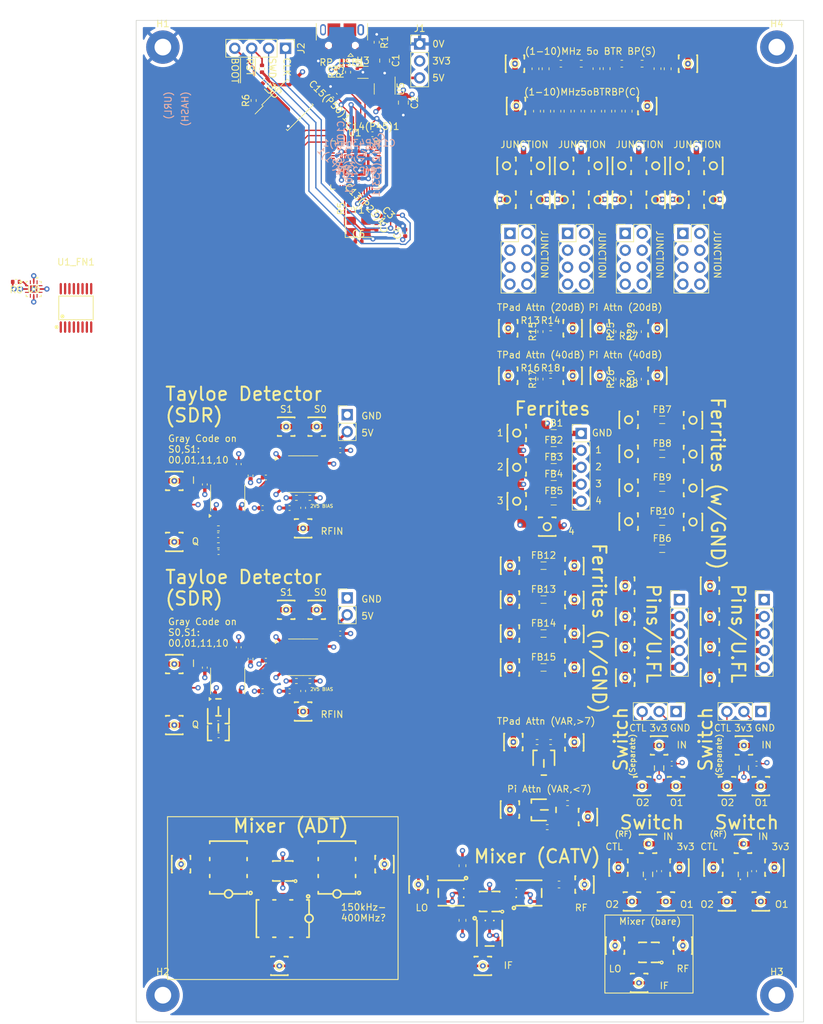
<source format=kicad_pcb>
(kicad_pcb (version 20240108) (generator "pcbnew") (generator_version "8.0")
  (layers (0 "F.Cu" signal) (1 "In1.Cu" signal) (2 "In2.Cu" signal) (31 "B.Cu" signal) (34 "B.Paste" user) (35 "F.Paste" user) (36 "B.SilkS" user "B.Silkscreen") (37 "F.SilkS" user "F.Silkscreen") (38 "B.Mask" user) (39 "F.Mask" user) (44 "Edge.Cuts" user))
  (net 0 "")
  (net 1 "+5V")
  (net 2 "GND")
  (net 3 "+3V3")
  (net 4 "Net-(U1-XIN)")
  (net 5 "Net-(C7-Pad1)")
  (net 10 "/USB_BOOT")
  (net 11 "/RP_SWCLK")
  (net 12 "/RP_SWD")
  (net 28 "/~{RESET}")
  (net 29 "Net-(RP_USB1-Shield)")
  (net 30 "Net-(RP_USB1-D+)")
  (net 31 "Net-(RP_USB1-D-)")
  (net 32 "Net-(U1-XOUT)")
  (net 33 "/QSPI_CS")
  (net 40 "+1V2")
  (net 46 "/QSPI_DATA[3]")
  (net 47 "/QSPI_SCK")
  (net 48 "/QSPI_DATA[0]")
  (net 49 "/QSPI_DATA[2]")
  (net 50 "/QSPI_DATA[1]")
  (net 52 "/RP_UD+")
  (net 53 "/RP_UD-")
  (net 55 "/1_10_5x_butter/IN+")
  (net 56 "/1_10_5x_butter/IN-")
  (net 57 "/1_10_5x_butter/OUT+")
  (net 58 "/filter_net/dvc/SEN")
  (net 59 "/filter_net/VCC")
  (net 60 "/filter_net/GND")
  (net 61 "/filter_net/CS0")
  (net 62 "/filter_net/CS1")
  (net 63 "/filter_net/CS2")
  (net 64 "/filter_net/dvc/R-")
  (net 65 "/filter_net/dvc/R+")
  (net 70 "/filter_net/~{CSE}")
  (net 74 "/filter_net/SCLK")
  (net 75 "/filter_net/SDAT")
  (net 76 "Net-(C2_1_10_5B1-Pad2)")
  (net 77 "Net-(C3_1_10_5B1-Pad1)")
  (net 78 "Net-(C4_1_10_5B1-Pad2)")
  (net 79 "Net-(J1_3S1-Pin_1)")
  (net 80 "Net-(J1_3S1-Pin_2)")
  (net 81 "Net-(R10-GND)")
  (net 82 "Net-(R10-VDD)")
  (net 83 "Net-(J1_3S2-Pin_1)")
  (net 84 "Net-(J1_3S2-Pin_2)")
  (net 85 "Net-(R11-GND)")
  (net 86 "Net-(R11-VDD)")
  (net 87 "Net-(FB1-Pad1)")
  (net 88 "Net-(J4-Pin_1)")
  (net 89 "Net-(FB2-Pad1)")
  (net 90 "Net-(J4-Pin_2)")
  (net 91 "Net-(FB3-Pad1)")
  (net 92 "Net-(J4-Pin_3)")
  (net 93 "Net-(FB4-Pad1)")
  (net 94 "Net-(J4-Pin_4)")
  (net 95 "Net-(FB5-Pad1)")
  (net 96 "Net-(J4-Pin_5)")
  (net 97 "Net-(FB6-Pad1)")
  (net 98 "Net-(FB6-Pad2)")
  (net 99 "Net-(FB7-Pad1)")
  (net 100 "Net-(FB7-Pad2)")
  (net 101 "Net-(FB8-Pad1)")
  (net 102 "Net-(FB8-Pad2)")
  (net 103 "Net-(FB9-Pad1)")
  (net 104 "Net-(FB9-Pad2)")
  (net 105 "Net-(FB10-Pad1)")
  (net 106 "Net-(FB10-Pad2)")
  (net 107 "Net-(J1_3S1-Pin_3)")
  (net 108 "Net-(J1_3S2-Pin_3)")
  (net 109 "Net-(J3-Pin_1)")
  (net 110 "Net-(J3-Pin_2)")
  (net 111 "Net-(J3-Pin_3)")
  (net 112 "Net-(J3-Pin_4)")
  (net 113 "Net-(J3-Pin_5)")
  (net 114 "Net-(J5-Pin_1)")
  (net 115 "Net-(J5-Pin_2)")
  (net 116 "Net-(J5-Pin_3)")
  (net 117 "Net-(J5-Pin_4)")
  (net 118 "Net-(J5-Pin_5)")
  (net 119 "Net-(J6-Pin_1)")
  (net 120 "Net-(J7-Pin_1)")
  (net 121 "Net-(J8-Pin_1)")
  (net 122 "Net-(J9-Pin_1)")
  (net 123 "Net-(R9-AND)")
  (net 124 "Net-(R9-RF1)")
  (net 125 "Net-(R9-RF2)")
  (net 126 "Net-(R10-VCTL)")
  (net 127 "Net-(R10-AND)")
  (net 128 "Net-(R10-RF1)")
  (net 129 "Net-(R10-RF2)")
  (net 130 "Net-(R11-VCTL)")
  (net 131 "Net-(R11-AND)")
  (net 132 "Net-(R11-RF1)")
  (net 133 "Net-(R11-RF2)")
  (net 134 "Net-(R12-AND)")
  (net 135 "Net-(R12-RF1)")
  (net 136 "Net-(R12-RF2)")
  (net 137 "Net-(R13-Pad1)")
  (net 138 "Net-(R13-Pad2)")
  (net 139 "Net-(R14-Pad2)")
  (net 140 "Net-(R15-Pad1)")
  (net 141 "Net-(R16-Pad1)")
  (net 142 "Net-(R16-Pad2)")
  (net 143 "Net-(R17-Pad1)")
  (net 144 "Net-(R18-Pad2)")
  (net 145 "Net-(R19-Pad1)")
  (net 146 "Net-(R19-Pad2)")
  (net 147 "Net-(R20-Pad3)")
  (net 149 "Net-(R21-Pad2)")
  (net 150 "Net-(R22-Pad1)")
  (net 151 "Net-(R22-Pad2)")
  (net 153 "Net-(R23-Pad1)")
  (net 154 "Net-(U11-Pad2)")
  (net 155 "Net-(U20-Pad2)")
  (net 157 "Net-(C12-Pad2)")
  (net 158 "Net-(C12-Pad1)")
  (net 159 "/mixer_catv/GND")
  (net 160 "Net-(U73-LO1)")
  (net 161 "Net-(U73-LO2)")
  (net 162 "Net-(U46-LO1)")
  (net 163 "Net-(U1_JU1-Pad2)")
  (net 164 "Net-(U1_JU1-Pad1)")
  (net 165 "Net-(X1-PRIMARY)")
  (net 167 "Net-(X1-PRIMARYDOT)")
  (net 168 "unconnected-(U80-PAD-Pad7)")
  (net 170 "Net-(U80-RF1)")
  (net 171 "/1_10_5x_butter1/IN+")
  (net 172 "/1_10_5x_butter1/IN-")
  (net 173 "Net-(C2_1_10_5B2-Pad2)")
  (net 174 "Net-(C3_1_10_5B2-Pad1)")
  (net 175 "Net-(C4_1_10_5B2-Pad2)")
  (net 176 "/1_10_5x_butter1/OUT+")
  (net 180 "Net-(U1_JU2-Pad2)")
  (net 181 "Net-(U1_JU2-Pad1)")
  (net 182 "Net-(U1_JU3-Pad1)")
  (net 183 "Net-(U1_JU3-Pad2)")
  (net 184 "Net-(U1_JU4-Pad2)")
  (net 185 "Net-(U1_JU4-Pad1)")
  (net 186 "Net-(R25-Pad2)")
  (net 187 "Net-(R25-Pad1)")
  (net 188 "Net-(R26-Pad2)")
  (net 189 "Net-(R26-Pad1)")
  (net 190 "Net-(R27-Pad1)")
  (net 191 "Net-(R28-Pad1)")
  (net 192 "Net-(FB12-Pad1)")
  (net 193 "Net-(FB12-Pad2)")
  (net 194 "Net-(FB13-Pad2)")
  (net 195 "Net-(FB13-Pad1)")
  (net 196 "Net-(FB14-Pad1)")
  (net 197 "Net-(FB14-Pad2)")
  (net 198 "Net-(FB15-Pad1)")
  (net 199 "Net-(FB15-Pad2)")
  (net 200 "Net-(U59-Pad2)")
  (net 201 "Net-(U46-IF2)")
  (net 202 "Net-(U46-IF1)")
  (net 203 "Net-(U46-RF2)")
  (net 205 "Net-(U46-LO2)")
  (net 207 "Net-(U46-RF1)")
  (net 208 "Net-(U73-RF1)")
  (net 209 "Net-(U73-RF2)")
  (net 210 "Net-(U72-Pad1)")
  (net 211 "Net-(U73-IF1)")
  (net 212 "Net-(U80-LO1)")
  (net 213 "Net-(U73-IF2)")
  (net 214 "Net-(U74-Pad1)")
  (net 215 "Net-(U80-RF2)")
  (net 216 "Net-(U80-IF2)")
  (net 217 "Net-(U80-LO2)")
  (net 218 "Net-(U80-IF1)")
  (net 219 "Net-(X2-SECONDARYDOT)")
  (net 220 "Net-(X2-SECONDARY)")
  (net 221 "Net-(X3-SECONDARY)")
  (net 222 "Net-(X3-SECONDARYDOT)")
  (net 227 "Net-(U1_TD1-1B1)")
  (net 228 "/tayloe_detector/GND")
  (net 229 "Net-(U1_TD1-1B4)")
  (net 230 "Net-(U1_TD1-1B2)")
  (net 231 "Net-(U1_TD1-1B3)")
  (net 232 "/tayloe_detector_var/GND")
  (net 233 "/tayloe_detector/I")
  (net 234 "Net-(U1_TDV1-1B1)")
  (net 235 "/tayloe_detector/Q")
  (net 236 "/tayloe_detector/RFIN")
  (net 237 "Net-(U1_TD1-1A)")
  (net 238 "/tayloe_detector/5V")
  (net 239 "/tayloe_detector/S1")
  (net 240 "/tayloe_detector/S0")
  (net 243 "Net-(U1_TDV1-1B4)")
  (net 244 "Net-(U1_TDV1-1B2)")
  (net 245 "Net-(U1_TDV1-1B3)")
  (net 246 "/tayloe_detector_var/RFIN")
  (net 247 "Net-(U1_TDV1-1A)")
  (net 248 "/tayloe_detector_var/5V")
  (net 249 "/tayloe_detector_var/I")
  (net 250 "/tayloe_detector_var/Q")
  (net 253 "/tayloe_detector_var/S1")
  (net 254 "/tayloe_detector_var/S0")
  (footprint "Inductor_SMD:L_0603_1608Metric" (layer "F.Cu") (at 200.927 84.582 -90)
    (property "Reference" "L5_1_10_5B1" (hide yes))
    (property "Value" "11.59uH")
  )
  (footprint "Connector_PinHeader_2.54mm:PinHeader_1x02_P2.54mm_Vertical" (layer "F.Cu") (at 152.908 163.825)
    (property "Reference" "J11" (hide yes))
    (property "Value" "Conn_01x02_Pin")
  )
  (footprint "easyeda2kicad:IPEX-SMD_BWIPX-1-001E" (layer "F.Cu") (at 202.184 191.264 -90)
    (property "Reference" "U2" (hide yes))
    (property "Value" "BWU.FL-IPEX1")
  )
  (footprint "easyeda2kicad:IPEX-SMD_BWIPX-1-001E" (layer "F.Cu") (at 195.328 175.768 180)
    (property "Reference" "U45" (hide yes))
    (property "Value" "BWU.FL-IPEX1")
  )
  (footprint "easyeda2kicad:IPEX-SMD_BWIPX-1-001E" (layer "F.Cu") (at 179.068 149.352 180)
    (property "Reference" "U28" (hide yes))
    (property "Value" "BWU.FL-IPEX1")
  )
  (footprint "Capacitor_SMD:C_0402_1005Metric" (layer "F.Cu") (at 146.304 177.772 90)
    (property "Reference" "C7_TDV1" (hide yes))
    (property "Value" "1uF")
  )
  (footprint "easyeda2kicad:IPEX-SMD_BWIPX-1-001E" (layer "F.Cu") (at 208.028 171.196 180)
    (property "Reference" "U40" (hide yes))
    (property "Value" "BWU.FL-IPEX1")
  )
  (footprint "Capacitor_SMD:C_0402_1005Metric" (layer "F.Cu") (at 144.272 177.8 180)
    (property "Reference" "C9_TDV1" (hide yes))
    (property "Value" "1uF")
  )
  (footprint "Connector_PinHeader_2.54mm:PinHeader_2x04_P2.54mm_Vertical" (layer "F.Cu") (at 177.292 109.22)
    (property "Reference" "J6" (hide yes))
    (property "Value" "Conn_02x04_Counter_Clockwise")
  )
  (footprint "easyeda2kicad:RES-ADJ-SMD_3313J-1" (layer "F.Cu") (at 182.298 195.58 90)
    (property "Reference" "R23" (hide yes))
    (property "Value" "50")
  )
  (footprint "easyeda2kicad:TSSOP-16_L5.0-W4.4-P0.65-LS6.4-BL" (layer "F.Cu") (at 112.268 120.396)
    (property "Reference" "U1_FN1")
    (property "Value" "74HC4051")
  )
  (footprint "Package_TO_SOT_SMD:SOT-23-5" (layer "F.Cu") (at 158.520588 87.601856 -90)
    (property "Reference" "U5")
    (property "Value" "AP2112K-3.3")
  )
  (footprint "Resistor_SMD:R_0402_1005Metric" (layer "F.Cu") (at 153.163707 105.520206 90)
    (property "Reference" "R5")
    (property "Value" "1K")
  )
  (footprint "easyeda2kicad:IPEX-SMD_BWIPX-1-001E" (layer "F.Cu") (at 178.564 185.42 180)
    (property "Reference" "U51" (hide yes))
    (property "Value" "BWU.FL-IPEX1")
  )
  (footprint "easyeda2kicad:IPEX-SMD_BWIPX-1-001E" (layer "F.Cu") (at 181.104 104.194)
    (property "Reference" "U4_JU1" (hide yes))
    (property "Value" "BWU.FL-IPEX1")
  )
  (footprint "Capacitor_SMD:C_0603_1608Metric" (layer "F.Cu") (at 181.343 90.932 -90)
    (property "Reference" "C1_1_10_5B2" (hide yes))
    (property "Value" "218.6pF")
  )
  (footprint "easyeda2kicad:IPEX-SMD_BWIPX-1-001E" (layer "F.Cu") (at 207.012 99.114)
    (property "Reference" "U2_JU4" (hide yes))
    (property "Value" "BWU.FL-IPEX1")
  )
  (footprint "Resistor_SMD:R_0402_1005Metric" (layer "F.Cu") (at 145.289999 148.844)
    (property "Reference" "R1_TD1" (hide yes))
    (property "Value" "10k")
  )
  (footprint "easyeda2kicad:IPEX-SMD_BWIPX-1-001E" (layer "F.Cu") (at 186.184 159.058)
    (property "Reference" "U60" (hide yes))
    (property "Value" "BWU.FL-IPEX1")
  )
  (footprint "easyeda2kicad:IPEX-SMD_BWIPX-1-001E" (layer "F.Cu") (at 188.216 196.65)
    (property "Reference" "U54" (hide yes))
    (property "Value" "BWU.FL-IPEX1")
  )
  (footprint "Package_TO_SOT_SMD:SOT-666" (layer "F.Cu") (at 155.266923 85.116162)
    (property "Reference" "U3")
    (property "Value" "USBLC6-2P6")
  )
  (footprint "easyeda2kicad:IPEX-SMD_BWIPX-1-001E" (layer "F.Cu") (at 178.962891 90.150112 180)
    (property "Reference" "U9" (hide yes))
    (property "Value" "BWU.FL-IPEX1")
  )
  (footprint "easyeda2kicad:IPEX-SMD_BWIPX-1-001E" (layer "F.Cu") (at 186.184 164.138)
    (property "Reference" "U62" (hide yes))
    (property "Value" "BWU.FL-IPEX1")
  )
  (footprint "easyeda2kicad:IPEX-SMD_BWIPX-1-001E" (layer "F.Cu") (at 195.836 142.24 180)
    (property "Reference" "U31" (hide yes))
    (property "Value" "BWU.FL-IPEX1")
  )
  (footprint "Connector_PinHeader_2.54mm:PinHeader_1x05_P2.54mm_Vertical" (layer "F.Cu") (at 187.96 139.192)
    (property "Reference" "J4" (hide yes))
    (property "Value" "Conn_01x05_Pin")
  )
  (footprint "Capacitor_SMD:C_0402_1005Metric" (layer "F.Cu") (at 201.536976 188.661029 180)
    (property "Reference" "C8" (hide yes))
    (property "Value" "100nF")
  )
  (footprint "Package_SO:TSSOP-16_4.4x5mm_P0.65mm" (layer "F.Cu") (at 146.304 172.72)
    (property "Reference" "U1_TDV1" (hide yes))
    (property "Value" "SN74CBT3253")
  )
  (footprint "easyeda2kicad:RES-ADJ-SMD_3313J-1" (layer "F.Cu") (at 182.372 188.468)
    (property "Reference" "R20" (hide yes))
    (property "Value" "50")
  )
  (footprint "Capacitor_SMD:C_0402_1005Metric" (layer "F.Cu") (at 133.632 184.404 180)
    (property "Reference" "C11_TDV1" (hide yes))
    (property "Value" "470pF")
  )
  (footprint "Capacitor_SMD:C_0603_1608Metric" (layer "F.Cu") (at 199.403 84.569 -90)
    (property "Reference" "C5_1_10_5B1" (hide yes))
    (property "Value" "218.6pF")
  )
  (footprint "easyeda2kicad:DFN-6_L3.0-W3.0-P0.95-BL-EP-PE4140B-Z" (layer "F.Cu") (at 143.256 204.724 90)
    (property "Reference" "U80" (hide yes))
    (property "Value" "PE4140B-Z")
  )
  (footprint "easyeda2kicad:IPEX-SMD_BWIPX-1-001E" (layer "F.Cu") (at 203.964 137.214)
    (property "Reference" "U34" (hide yes))
    (property "Value" "BWU.FL-IPEX1")
  )
  (footprint "Resistor_SMD:R_0402_1005Metric" (layer "F.Cu") (at 196.596 123.952 90)
    (property "Reference" "R29")
    (property "Value" "62")
  )
  (footprint "Capacitor_SMD:C_0402_1005Metric" (layer "F.Cu") (at 155.086491 104.4377 -45)
    (property "Reference" "C13(P23)1")
    (property "Value" "100nF")
  )
  (footprint "easyeda2kicad:IPEX-SMD_BWIPX-1-001E" (layer "F.Cu") (at 198.628 123.444)
    (property "Reference" "U57" (hide yes))
    (property "Value" "BWU.FL-IPEX1")
  )
  (footprint "Capacitor_SMD:C_0603_1608Metric" (layer "F.Cu") (at 187.452 90.919 -90)
    (property "Reference" "C3_1_10_5B2" (hide yes))
    (property "Value" "707.4pF")
  )
  (footprint "easyeda2kicad:DFN-6_L1.1-W0.7-P0.40-BL" (layer "F.Cu") (at 212.344 189.306)
    (property "Reference" "R12" (hide yes))
    (property "Value" "FM8625H")
  )
  (footprint "Inductor_SMD:L_0805_2012Metric" (layer "F.Cu") (at 200.1055 152.4)
    (property "Reference" "FB10")
    (property "Value" "FerriteBead")
  )
  (footprint "Inductor_SMD:L_0603_1608Metric" (layer "F.Cu") (at 187.973 83.82)
    (property "Reference" "L2_1_10_5B1" (hide yes))
    (property "Value" "1.431uH")
  )
  (footprint "easyeda2kicad:IPEX-SMD_BWIPX-1-001E" (layer "F.Cu") (at 208.024 166.624 180)
    (property "Reference" "U39" (hide yes))
    (property "Value" "BWU.FL-IPEX1")
  )
  (footprint "easyeda2kicad:IPEX-SMD_BWIPX-1-001E" (layer "F.Cu") (at 195.58 208.532 -90)
    (property "Reference" "U13" (hide yes))
    (property "Value" "BWU.FL-IPEX1")
  )
  (footprint "easyeda2kicad:IPEX-SMD_BWIPX-1-001E" (layer "F.Cu") (at 209.804 208.532 -90)
    (property "Reference" "U18" (hide yes))
    (property "Value" "BWU.FL-IPEX1")
  )
  (footprint "Connector_PinHeader_2.54mm:PinHeader_2x04_P2.54mm_Vertical" (layer "F.Cu") (at 194.564 109.22)
    (property "Reference" "J8" (hide yes))
    (property "Value" "Conn_02x04_Counter_Clockwise")
  )
  (footprint "easyeda2kicad:RES-ADJ-SMD_3313J-1" (layer "F.Cu") (at 133.605999 180.848 180)
    (property "Reference" "R3_TDV1" (hide yes))
    (property "Value" "2M")
  )
  (footprint "easyeda2kicad:XFMR-SMD_6P-L7.9-W5.6-P2.54-LS7.0-BL" (layer "F.Cu") (at 143.256 211.836 180)
    (property "Reference" "X2" (hide yes))
    (property "Value" "ADT1-1+")
  )
  (footprint "easyeda2kicad:FILTER-SMD_ETC4-1-2TR" (layer "F.Cu") (at 174.244 214.064)
    (property "Reference" "U76" (hide yes))
    (property "Value" "ETC1.6-4-2-3TR")
  )
  (footprint "easyeda2kicad:IPEX-SMD_BWIPX-1-001E" (layer "F.Cu") (at 186.184 174.298)
    (property "Reference" "U66" (hide yes))
    (property "Value" "BWU.FL-IPEX1")
  )
  (footprint "Resistor_SMD:R_0402_1005Metric" (layer "F.Cu") (at 183.39 130.556)
    (property "Reference" "R18")
    (property "Value" "48.7")
  )
  (footprint "Connector_PinHeader_2.54mm:PinHeader_2x04_P2.54mm_Vertical" (layer "F.Cu") (at 185.928 109.22)
    (property "Reference" "J7" (hide yes))
    (property "Value" "Conn_02x04_Counter_Clockwise")
  )
  (footprint "Capacitor_SMD:C_0402_1005Metric" (layer "F.Cu") (at 131.572 146.84 -90)
    (property "Reference" "C12_TD1" (hide yes))
    (property "Value" "1uF")
  )
  (footprint "Connector_USB:USB_Micro-B_XKB_U254-051T-4BH83-F1S" (layer "F.Cu") (at 152.115 79.13 180)
    (property "Reference" "RP_USB1")
    (property "Value" "USB_B_Micro")
  )
  (footprint "Connector_PinHeader_2.54mm:PinHeader_2x04_P2.54mm_Vertical" (layer "F.Cu") (at 203.2 109.22)
    (property "Reference" "J9" (hide yes))
    (property "Value" "Conn_02x04_Counter_Clockwise")
  )
  (footprint "easyeda2kicad:IPEX-SMD_BWIPX-1-001E" (layer "F.Cu") (at 178.056 159.004 180)
    (property "Reference" "U59" (hide yes))
    (property "Value" "BWU.FL-IPEX1")
  )
  (footprint "Capacitor_SMD:C_0402_1005Metric" (layer "F.Cu") (at 133.576 181.864 180)
    (property "Reference" "C10_TDV1" (hide yes))
    (property "Value" "470pF")
  )
  (footprint "easyeda2kicad:IPEX-SMD_BWIPX-1-001E" (layer "F.Cu") (at 148.336 138.94 90)
    (property "Reference" "U79" (hide yes))
    (property "Value" "BWU.FL-IPEX1")
  )
  (footprint "Capacitor_SMD:C_0402_1005Metric" (layer "F.Cu") (at 157.276831 108.192976 -90)
    (property "Reference" "C7")
    (property "Value" "35pF")
  )
  (footprint "Inductor_SMD:L_0805_2012Metric" (layer "F.Cu") (at 182.3255 164.084)
    (property "Reference" "FB13")
    (property "Value" "FerriteBead")
  )
  (footprint "Resistor_SMD:R_0402_1005Metric" (layer "F.Cu") (at 193.549999 131.064 90)
    (property "Reference" "R26")
    (property "Value" "51")
  )
  (footprint "easyeda2kicad:DFN-6_L3.0-W3.0-P0.95-BL-EP-PE4140B-Z" (layer "F.Cu") (at 198.12 216.916 90)
    (property "Reference" "U46" (hide yes))
    (property "Value" "PE4140B-Z")
  )
  (footprint "easyeda2kicad:IPEX-SMD_BWIPX-1-001E" (layer "F.Cu") (at 216.152 204.216)
    (property "Reference" "U22" (hide yes))
    (property "Value" "BWU.FL-IPEX1")
  )
  (footprint "Package_DFN_QFN:QFN-56-1EP_7x7mm_P0.4mm_EP3.2x3.2mm" (layer "F.Cu") (at 154.050703 99)
    (property "Reference" "U1")
    (property "Value" "RP2040")
  )
  (footprint "Inductor_SMD:L_0805_2012Metric" (layer "F.Cu") (at 200.1055 142.24)
    (property "Reference" "FB8")
    (property "Value" "FerriteBead")
  )
  (footprint "easyeda2kicad:IPEX-SMD_BWIPX-1-001E" (layer "F.Cu") (at 157.732 203.708)
    (property "Reference" "U77" (hide yes))
    (property "Value" "BWU.FL-IPEX1")
  )
  (footprint "Connector_PinHeader_2.54mm:PinHeader_1x04_P2.54mm_Vertical" (layer "F.Cu") (at 143.673475 81.510483 -90)
    (property "Reference" "J2")
    (property "Value" "Conn_01x04_Pin")
  )
  (footprint "Resistor_SMD:R_0402_1005Metric" (layer "F.Cu") (at 145.289999 176.276)
    (property "Reference" "R1_TDV1" (hide yes))
    (property "Value" "10k")
  )
  (footprint "easyeda2kicad:IPEX-SMD_BWIPX-1-001E" (layer "F.Cu") (at 186.18 99.114 180)
    (property "Reference" "U1_JU2" (hide yes))
    (property "Value" "BWU.FL-IPEX1")
  )
  (footprint "easyeda2kicad:IPEX-SMD_BWIPX-1-001E" (layer "F.Cu") (at 197.104 191.26 -90)
    (property "Reference" "U11" (hide yes))
    (property "Value" "BWU.FL-IPEX1")
  )
  (footprint "Resistor_SMD:R_0402_1005Metric" (layer "F.Cu") (at 157.327362 80.606118 -90)
    (property "Reference" "R1")
    (property "Value" "1M")
  )
  (footprint "Capacitor_SMD:C_0402_1005Metric" (layer "F.Cu") (at 151.864 141.732 180)
    (property "Reference" "C8_TD1" (hide yes))
    (property "Value" "1uF")
  )
  (footprint "Resistor_SMD:R_0402_1005Metric" (layer "F.Cu") (at 133.605999 153.416 180)
    (property "Reference" "R3_TD1" (hide yes))
    (property "Value" "10k")
  )
  (footprint "easyeda2kicad:IPEX-SMD_BWIPX-1-001E" (layer "F.Cu") (at 200.66 208.532 -90)
    (property "Reference" "U14" (hide yes))
    (property "Value" "BWU.FL-IPEX1")
  )
  (footprint "easyeda2kicad:DFN-6_L1.1-W0.7-P0.40-BL" (layer "F.Cu") (at 199.644 189.306)
    (property "Reference" "R9" (hide yes))
    (property "Value" "FM8625H")
  )
  (footprint "easyeda2kicad:DFN-6_L3.0-W3.0-P0.95-BL-EP-PE4140B-Z" (layer "F.Cu") (at 174.244 209.296 90)
    (property "Reference" "U73" (hide yes))
    (property "Value" "PE4140B-Z")
  )
  (footprint "Resistor_SMD:R_0402_1005Metric" (layer "F.Cu") (at 182.878001 198.162 180)
    (property "Reference" "R22" (hide yes))
    (property "Value" "200")
  )
  (footprint "Resistor_SMD:R_0402_1005Metric" (layer "F.Cu") (at 195.072 123.444 180)
    (property "Reference" "R27")
    (property "Value" "249")
  )
  (footprint "Inductor_SMD:L_0603_1608Metric" (layer "F.Cu") (at 182.867 90.932 -90)
    (property "Reference" "L1_1_10_5B2" (hide yes))
    (property "Value" "11.59uH")
  )
  (footprint "Resistor_SMD:R_0402_1005Metric" (layer "F.Cu") (at 147.32 148.844)
    (property "Reference" "R2_TD1" (hide yes))
    (property "Value" "10k")
  )
  (footprint "Capacitor_SMD:C_0603_1608Metric" (layer "F.Cu") (at 184.925 83.82)
    (property "Reference" "C2_1_10_5B1" (hide yes))
    (property "Value" "1.771nF")
  )
  (footprint "Capacitor_SMD:C_0402_1005Metric" (layer "F.Cu") (at 156.686665 94.383775)
    (property "Reference" "C14(P45)1")
    (property "Value" "1uF")
  )
  (footprint "easyeda2kicad:IPEX-SMD_BWIPX-1-001E" (layer "F.Cu") (at 178.056 174.244 180)
    (property "Reference" "U65" (hide yes))
    (property "Value" "BWU.FL-IPEX1")
  )
  (footprint "Connector_PinHeader_2.54mm:PinHeader_1x03_P2.54mm_Vertical" (layer "F.Cu") (at 163.765323 80.86891)
    (property "Reference" "J1")
    (property "Value" "Conn_01x03_Pin")
  )
  (footprint "Capacitor_SMD:C_0603_1608Metric" (layer "F.Cu") (at 190.259 84.569 -90)
    (property "Reference" "C3_1_10_5B1" (hide yes))
    (property "Value" "707.4pF")
  )
  (footprint "easyeda2kicad:IPEX-SMD_BWIPX-1-001E" (layer "F.Cu") (at 128.78 203.708 180)
    (property "Reference" "U83" (hide yes))
    (property "Value" "BWU.FL-IPEX1")
  )
  (footprint "Connector_PinHeader_2.54mm:PinHeader_1x05_P2.54mm_Vertical" (layer "F.Cu") (at 202.692 164.084)
    (property "Reference" "J5" (hide yes))
    (property "Value" "Conn_01x05_Pin")
  )
  (footprint "easyeda2kicad:IPEX-SMD_BWIPX-1-001E" (layer "F.Cu") (at 185.928 130.556)
    (property "Reference" "U50" (hide yes))
    (property "Value" "BWU.FL-IPEX1")
  )
  (footprint "Resistor_SMD:R_0402_1005Metric" (layer "F.Cu") (at 140.603839 86.427774 45)
    (property "Reference" "R7" (hide yes))
    (property "Value" "10K")
  )
  (footprint "Capacitor_SMD:C_0603_1608Metric" (layer "F.Cu") (at 194.056 83.82)
    (property "Reference" "C4_1_10_5B1" (hide yes))
    (property "Value" "1.771nF")
  )
  (footprint "easyeda2kicad:IPEX-SMD_BWIPX-1-001E" (layer "F.Cu") (at 201.928 204.216)
    (property "Reference" "U16" (hide yes))
    (property "Value" "BWU.FL-IPEX1")
  )
  (footprint "easyeda2kicad:IPEX-SMD_BWIPX-1-001E" (layer "F.Cu") (at 177.8 130.556 180)
    (property "Reference" "U49" (hide yes))
    (property "Value" "BWU.FL-IPEX1")
  )
  (footprint "easyeda2kicad:IPEX-SMD_BWIPX-1-001E" (layer "F.Cu") (at 194.816 104.194 180)
    (property "Reference" "U3_JU3" (hide yes))
    (property "Value" "BWU.FL-IPEX1")
  )
  (footprint "Inductor_SMD:L_0603_1608Metric" (layer "F.Cu") (at 195.072 90.932 -90)
    (property "Reference" "L5_1_10_5B2" (hide yes))
    (property "Value" "11.59uH")
  )
  (footprint "easyeda2kicad:DFN-6_L1.1-W0.7-P0.40-BL" (layer "F.Cu") (at 197.978 205.232)
    (property "Reference" "R10" (hide yes))
    (property "Value" "FM8625H")
  )
  (footprint "Capacitor_SMD:C_0805_2012Metric" (layer "F.Cu") (at 161.32136 89.653873 -90)
    (property "Reference" "C2")
    (property "Value" "10uF")
  )
  (footprint "Inductor_SMD:L_0805_2012Metric" (layer "F.Cu") (at 182.3255 159.004)
    (property "Reference" "FB12")
    (property "Value" "FerriteBead")
  )
  (footprint "Connector_PinHeader_2.54mm:PinHeader_1x03_P2.54mm_Vertical" (layer "F.Cu") (at 214.884 180.848 -90)
    (property "Reference" "J1_3S2" (hide yes))
    (property "Value" "Conn_01x03_Pin")
  )
  (footprint "Inductor_SMD:L_0805_2012Metric" (layer "F.Cu") (at 182.3255 169.164)
    (property "Reference" "FB14")
    (property "Value" "FerriteBead")
  )
  (footprint "Inductor_SMD:L_0805_2012Metric" (layer "F.Cu") (at 183.8495 144.272)
    (property "Reference" "FB3")
    (property "Value" "FerriteBead")
  )
  (footprint "easyeda2kicad:IPEX-SMD_BWIPX-1-001E" (layer "F.Cu") (at 186.18 104.194 180)
    (property "Reference" "U3_JU2" (hide yes))
    (property "Value" "BWU.FL-IPEX1")
  )
  (footprint "easyeda2kicad:IPEX-SMD_BWIPX-1-001E" (layer "F.Cu") (at 198.376 104.194)
    (property "Reference" "U4_JU3" (hide yes))
    (property "Value" "BWU.FL-IPEX1")
  )
  (footprint "easyeda2kicad:IPEX-SMD_BWIPX-1-001E" (layer "F.Cu") (at 143.764 166.372 90)
    (property "Reference" "U87" (hide yes))
    (property "Value" "BWU.FL-IPEX1")
  )
  (footprint "Inductor_SMD:L_0603_1608Metric" (layer "F.Cu") (at 170.18 203.936499 90)
    (property "Reference" "L2" (hide yes))
    (property "Value" "4.7nH")
  )
  (footprint "easyeda2kicad:IPEX-SMD_BWIPX-1-001E" (layer "F.Cu") (at 203.964 152.454)
    (property "Reference" "U37" (hide yes))
    (property "Value" "BWU.FL-IPEX1")
  )
  (footprint "easyeda2kicad:IPEX-SMD_BWIPX-1-001E" (layer "F.Cu") (at 177.544 104.194 180)
    (property "Reference" "U3_JU1" (hide yes))
    (property "Value" "BWU.FL-IPEX1")
  )
  (footprint "Resistor_SMD:R_0402_1005Metric" (layer "F.Cu") (at 180.34 130.556)
    (property "Reference" "R16")
    (property "Value" "48.7")
  )
  (footprint "Capacitor_SMD:C_0402_1005Metric" (layer "F.Cu") (at 140.236 150.368 180)
    (property "Reference" "C1_TD1" (hide yes))
    (property "Value" "220nF")
  )
  (footprint "easyeda2kicad:RES-ADJ-SMD_3313J-1" (layer "F.Cu") (at 133.604 183.388 180)
    (property "Reference" "R4_TDV1" (hide yes))
    (property "Value" "2M")
  )
  (footprint "easyeda2kicad:IPEX-SMD_BWIPX-1-001E" (layer "F.Cu") (at 197.978 201.424 90)
    (property "Reference" "U15" (hide yes))
    (property "Value" "BWU.FL-IPEX1")
  )
  (footprint "Resistor_SMD:R_0402_1005Metric" (layer "F.Cu") (at 185.926001 194.564 180)
    (property "Reference" "R24" (hide yes))
    (property "Value" "200")
  )
  (footprint "easyeda2kicad:IPEX-SMD_BWIPX-1-001E" (layer "F.Cu") (at 203.964 147.374)
    (property "Reference" "U36" (hide yes))
    (property "Value" "BWU.FL-IPEX1")
  )
  (footprint "Capacitor_SMD:C_0402_1005Metric" (layer "F.Cu") (at 140.236 177.8 180)
    (property "Reference" "C1_TDV1" (hide yes))
    (property "Value" "220nF")
  )
  (footprint "easyeda2kicad:DFN-6_L1.1-W0.7-P0.40-BL" (layer "F.Cu") (at 212.202 205.232)
    (property "Reference" "R11" (hide yes))
    (property "Value" "FM8625H")
  )
  (footprint "easyeda2kicad:IPEX-SMD_BWIPX-1-001E" (layer "F.Cu") (at 208.028 161.998 180)
    (property "Reference" "U38" (hide yes))
    (property "Value" "BWU.FL-IPEX1")
  )
  (footprint "Capacitor_SMD:C_0402_1005Metric" (layer "F.Cu") (at 144.272 150.368 180)
    (property "Reference" "C9_TD1" (hide yes))
    (property "Value" "1uF")
  )
  (footprint "Resistor_SMD:R_0402_1005Metric" (layer "F.Cu") (at 193.548 123.952 90)
    (property "Reference" "R25")
    (property "Value" "62")
  )
  (footprint "Inductor_SMD:L_0603_1608Metric" (layer "F.Cu") (at 182.639 84.582 -90)
    (property "Reference" "L1_1_10_5B1" (hide yes))
    (property "Value" "11.59uH")
  )
  (footprint "Resistor_SMD:R_0402_1005Metric" (layer "F.Cu") (at 183.39 123.444)
    (property "Reference" "R14")
    (property "Value" "41.2")
  )
  (footprint "easyeda2kicad:IPEX-SMD_BWIPX-1-001E" (layer "F.Cu") (at 142.748 218.184 -90)
    (property "Reference" "U81" (hide yes))
    (property "Value" "BWU.FL-IPEX1")
  )
  (footprint "Inductor_SMD:L_0805_2012Metric" (layer "F.Cu") (at 183.8495 149.352)
    (property "Reference" "FB5")
    (property "Value" "FerriteBead")
  )
  (footprint "easyeda2kicad:IPEX-SMD_BWIPX-1-001E" (layer "F.Cu") (at 191.516 123.444 180)
    (property "Reference" "U55" (hide yes))
    (property "Value" "BWU.FL-IPEX1")
  )
  (footprint "Inductor_SMD:L_0603_1608Metric" (layer "F.Cu") (at 192.024 90.932 90)
    (property "Reference" "L4_1_10_5B2" (hide yes))
    (property "Value" "1.431uH")
  )
  (footprint "Capacitor_SMD:C_0402_1005Metric" (layer "F.Cu") (at 154.597626 110.470019)
    (property "Reference" "C6")
    (property "Value" "35pF")
  )
  (footprint "Inductor_SMD:L_0603_1608Metric" (layer "F.Cu") (at 185.928 90.932 90)
    (property "Reference" "L2_1_10_5B2" (hide yes))
    (property "Value" "1.431uH")
  )
  (footprint "Capacitor_SMD:C_0402_1005Metric" (layer "F.Cu") (at 199.644 204.752 90)
    (property "Reference" "C9" (hide yes))
    (property "Value" "100nF")
  )
  (footprint "easyeda2kicad:IPEX-SMD_BWIPX-1-001E" (layer "F.Cu") (at 193.804 215.9 180)
    (property "Reference" "U68" (hide yes))
    (property "Value" "BWU.FL-IPEX1")
  )
  (footprint "easyeda2kicad:IPEX-SMD_BWIPX-1-001E" (layer "F.Cu") (at 178.807999 83.82 180)
    (property "Reference" "U7" (hide yes))
    (property "Value" "BWU.FL-IPEX1")
  )
  (footprint "easyeda2kicad:IPEX-SMD_BWIPX-1-001E" (layer "F.Cu") (at 197.112 90.17)
    (property "Reference" "U10" (hide yes))
    (property "Value" "BWU.FL-IPEX1")
  )
  (footprint "easyeda2kicad:IPEX-SMD_BWIPX-1-001E" (layer "F.Cu") (at 198.628 130.556)
    (property "Reference" "U58" (hide yes))
    (property "Value" "BWU.FL-IPEX1")
  )
  (footprint "Capacitor_SMD:C_0402_1005Metric" (layer "F.Cu") (at 138.427007 145.513315 -90)
    (property "Reference" "C4_TD1" (hide yes))
    (property "Value" "220nF")
  )
  (footprint "Inductor_SMD:L_0805_2012Metric" (layer "F.Cu") (at 183.8495 141.732)
    (property "Reference" "FB2")
    (property "Value" "FerriteBead")
  )
  (footprint "Resistor_SMD:R_0402_1005Metric" (layer "F.Cu") (at 180.34 123.444)
    (property "Reference" "R13")
    (property "Value" "41.2")
  )
  (footprint "easyeda2kicad:IPEX-SMD_BWIPX-1-001E" (layer "F.Cu") (at 203.208 83.82)
    (property "Reference" "U8" (hide yes))
    (property "Value" "BWU.FL-IPEX1")
  )
  (footprint "Package_SO:TSSOP-16_4.4x5mm_P0.65mm" (layer "F.Cu") (at 146.304 145.288)
    (property "Reference" "U1_TD1" (hide yes))
    (property "Value" "SN74CBT3253")
  )
  (footprint "Resistor_SMD:R_0402_1005Metric" (layer "F.Cu") (at 181.358 185.42)
    (property "Reference" "R19" (hide yes))
    (property "Value" "43")
  )
  (footprint "Resistor_SMD:R_0402_1005Metric" (layer "F.Cu") (at 153.035 85.09 90)
    (property "Reference" "R3")
    (property "Value" "27")
  )
  (footprint "easyeda2kicad:IPEX-SMD_BWIPX-1-001E" (layer "F.Cu") (at 164.34 206.756 180)
    (property "Reference" "U74" (hide yes))
    (property "Value" "BWU.FL-IPEX1")
  )
  (footprint "Capacitor_SMD:C_0603_1608Metric" (layer "F.Cu") (at 184.404 90.932 -90)
    (property "Reference" "C2_1_10_5B2" (hide yes))
    (property "Value" "1.771nF")
  )
  (footprint "easyeda2kicad:IPEX-SMD_BWIPX-1-001E" (layer "F.Cu") (at 195.836 147.32 180)
    (property "Reference" "U32" (hide yes))
    (property "Value" "BWU.FL-IPEX1")
  )
  (footprint "Capacitor_SMD:C_0603_1608Metric" (layer "F.Cu") (at 193.548 90.919 -90)
    (property "Reference" "C5_1_10_5B2" (hide yes))
    (property "Value" "218.6pF")
  )
  (footprint "Connector_PinHeader_2.54mm:PinHeader_1x05_P2.54mm_Vertical" (layer "F.Cu") (at 215.392 164.084)
    (property "Reference" "J3" (hide yes))
    (property "Value" "Conn_01x05_Pin")
  )
  (footprint "Resistor_SMD:R_0402_1005Metric" (layer "F.Cu") (at 195.072 130.556 180)
    (property "Reference" "R28")
    (property "Value" "2.49k")
  )
  (footprint "Connector_PinHeader_2.54mm:PinHeader_1x02_P2.54mm_Vertical" (layer "F.Cu") (at 152.908 136.393)
    (property "Reference" "J10" (hide yes))
    (property "Value" "Conn_01x02_Pin")
  )
  (footprint "easyeda2kicad:IPEX-SMD_BWIPX-1-001E" (layer "F.Cu") (at 179.068 139.138 180)
    (property "Reference" "U26" (hide yes))
    (property "Value" "BWU.FL-IPEX1")
  )
  (footprint "Inductor_SMD:L_0603_1608Metric" (layer "F.Cu") (at 170.18 212.115501 -90)
    (property "Reference" "L1" (hide yes))
    (property "Value" "4.7nH")
  )
  (footprint "Capacitor_SMD:C_0402_1005Metric" (layer "F.Cu") (at 140.716 173.228 180)
    (property "Reference" "C3_TDV1" (hide yes))
    (property "Value" "220nF")
  )
  (footprint "easyeda2kicad:IPEX-SMD_BWIPX-1-001E" (layer "F.Cu") (at 173.228 218.184 -90)
    (property "Reference" "U72" (hide yes))
    (property "Value" "BWU.FL-IPEX1")
  )
  (footprint "erhannis:QFN12_2X2X0.55_PSM" (layer "F.Cu") (at 105.935883 117.567593)
    (property "Reference" "U6")
    (property "Value" "PE64102B-Z")
  )
  (footprint "easyeda2kicad:IPEX-SMD_BWIPX-1-001E" (layer "F.Cu") (at 178.056 169.164 180)
    (property "Reference" "U63" (hide yes))
    (property "Value" "BWU.FL-IPEX1")
  )
  (footprint "Inductor_SMD:L_0603_1608Metric" (layer "F.Cu") (at 188.976 90.932 -90)
    (property "Reference" "L3_1_10_5B2" (hide yes))
    (property "Value" "3.581uH")
  )
  (footprint "Capacitor_SMD:C_0402_1005Metric" (layer "F.Cu") (at 161.598939 109.161549 90)
    (property "Reference" "C4")
    (property "Value" "100nF")
  )
  (footprint "Resistor_SMD:R_0402_1005Metric" (layer "F.Cu") (at 103.297445 116.504783 180)
    (property "Reference" "R8")
    (property "Value" "4.7k")
  )
  (footprint "easyeda2kicad:IPEX-SMD_BWIPX-1-001E" (layer "F.Cu") (at 194.312 204.216 180)
    (property "Reference" "U17" (hide yes))
    (property "Value" "BWU.FL-IPEX1")
  )
  (footprint "Capacitor_SMD:C_0402_1005Metric" (layer "F.Cu") (at 133.632 156.972 180)
    (property "Reference" "C11_TD1" (hide yes))
    (property "Value" "470pF")
  )
  (footprint "easyeda2kicad:IPEX-SMD_BWIPX-1-001E" (layer "F.Cu") (at 195.328 171.196 180)
    (property "Reference" "U44" (hide yes))
    (property "Value" "BWU.FL-IPEX1")
  )
  (footprint "Inductor_SMD:L_0603_1608Metric" (layer "F.Cu") (at 197.0915 83.82)
    (property "Reference" "L4_1_10_5B1" (hide yes))
    (property "Value" "1.431uH")
  )
  (footprint "Resistor_SMD:R_0402_1005Metric" (layer "F.Cu") (at 196.596 131.065999 90)
    (property "Reference" "R30")
    (property "Value" "51")
  )
  (footprint "Capacitor_SMD:C_0402_1005Metric" (layer "F.Cu") (at 151.089206 88.57268 135)
    (property "Reference" "C15(P50)1")
    (property "Value" "100nF")
  )
  (footprint "Capacitor_SMD:C_0402_1005Metric" (layer "F.Cu") (at 136.652 143.792 90)
    (property "Reference" "C2_TD1" (hide yes))
    (property "Value" "220nF")
  )
  (footprint "Resistor_SMD:R_0402_1005Metric" (layer "F.Cu") (at 138.887758 89.335336 90)
    (property "Reference" "R6")
    (property "Value" "1k")
  )
  (footprint "easyeda2kicad:IPEX-SMD_BWIPX-1-001E" (layer "F.Cu") (at 195.328 161.998 180)
    (property "Reference" "U42" (hide yes))
    (property "Value" "BWU.FL-IPEX1")
  )
  (footprint "Inductor_SMD:L_0805_2012Metric" (layer "F.Cu") (at 200.1055 137.16)
    (property "Reference" "FB7")
    (property "Value" "FerriteBead")
  )
  (footprint "Resistor_SMD:R_0402_1005Metric" (layer "F.Cu") (at 133.604 155.956 180)
    (property "Reference" "R4_TD1" (hide yes))
    (property "Value" "10k")
  )
  (footprint "easyeda2kicad:IPEX-SMD_BWIPX-1-001E" (layer "F.Cu") (at 127 154.684 -90)
    (property "Reference" "U85" (hide yes))
    (property "Value" "BWU.FL-IPEX1")
  )
  (footprint "easyeda2kicad:IPEX-SMD_BWIPX-1-001E" (layer "F.Cu") (at 203.964 142.294)
    (property "Reference" "U35" (hide yes))
    (property "Value" "BWU.FL-IPEX1")
  )
  (footprint "easyeda2kicad:XFMR-SMD_6P-L7.9-W5.6-P2.54-LS7.0-BL" (layer "F.Cu") (at 151.384 204.216 90)
    (property "Reference" "X1" (hide yes))
    (property "Value" "ADT1-1+")
  )
  (footprint "easyeda2kicad:IPEX-SMD_BWIPX-1-001E" (layer "F.Cu") (at 208.028 175.768 180)
    (property "Reference" "U41" (hide yes))
    (property "Value" "BWU.FL-IPEX1")
  )
  (footprint "Resistor_SMD:R_0402_1005Metric" (layer "F.Cu") (at 147.32 176.276)
    (property "Reference" "R2_TDV1" (hide yes))
    (property "Value" "10k")
  )
  (footprint "Capacitor_SMD:C_0402_1005Metric" (layer "F.Cu") (at 214.236976 188.661029 180)
    (property "Reference" "C10" (hide yes))
    (property "Value" "100nF")
  )
  (footprint "easyeda2kicad:IPEX-SMD_BWIPX-1-001E" (layer "F.Cu") (at 186.184 185.474)
    (property "Reference" "U52" (hide yes))
    (property "Value" "BWU.FL-IPEX1")
  )
  (footprint "easyeda2kicad:IPEX-SMD_BWIPX-1-001E" (layer "F.Cu") (at 214.884 208.532 -90)
    (property "Reference" "U19" (hide yes))
    (property "Value" "BWU.FL-IPEX1")
  )
  (footprint "Capacitor_SMD:C_0402_1005Metric" (layer "F.Cu") (at 141.422061 87.310397 -135)
    (property "Reference" "C5")
    (property "Value" "100nF")
  )
  (footprint "Package_SO:SOIC-8_3.9x4.9mm_P1.27mm" (layer "F.Cu") (at 135.001 176.276 90)
    (property "Reference" "U2_TDV1" (hide yes))
    (property "Value" "LM4562")
  )
  (footprint "easyeda2kicad:IPEX-SMD_BWIPX-1-001E" (layer "F.Cu") (at 194.816 99.114 180)
    (property "Reference" "U1_JU3" (hide yes))
    (property "Value" "BWU.FL-IPEX1")
  )
  (footprint "MountingHole:MountingHole_2.5mm_Pad" (layer "F.Cu") (at 217.285 81.335)
    (property "Reference" "H4")
    (property "Value" "MountingHole_Pad")
  )
  (footprint "easyeda2kicad:IPEX-SMD_BWIPX-1-001E" (layer "F.Cu") (at 203.452 104.194 180)
    (property "Reference" "U3_JU4" (hide yes))
    (property "Value" "BWU.FL-IPEX1")
  )
  (footprint "easyeda2kicad:IPEX-SMD_BWIPX-1-001E" (layer "F.Cu") (at 146.304 180.084 -90)
    (property "Reference" "U88" (hide yes))
    (property "Value" "BWU.FL-IPEX1")
  )
  (footprint "Capacitor_SMD:C_0402_1005Metric" (layer "F.Cu") (at 146.304 150.34 90)
    (property "Reference" "C7_TD1" (hide yes))
    (property "Value" "1uF")
  )
  (footprint "Capacitor_SMD:C_0402_1005Metric" (layer "F.Cu") (at 151.864 169.164 180)
    (property "Reference" "C8_TDV1" (hide yes))
    (property "Value" "1uF")
  )
  (footprint "Capacitor_SMD:C_0402_1005Metric" (layer "F.Cu") (at 138.427007 172.945315 -90)
    (property "Reference" "C4_TDV1" (hide yes))
    (property "Value" "220nF")
  )
  (footprint "Inductor_SMD:L_0805_2012Metric" (layer "F.Cu") (at 183.8495 139.192)
    (property "Reference" "FB1")
    (property "Value" "FerriteBead")
  )
  (footprint "easyeda2kicad:IPEX-SMD_BWIPX-1-001E" (layer "F.Cu") (at 182.88 152.4 -90)
    (property "Reference" "U29" (hide yes))
    (property "Value" "BWU.FL-IPEX1")
  )
  (footprint "Capacitor_SMD:C_0402_1005Metric" (layer "F.Cu") (at 140.716 145.796 180)
    (property "Reference" "C3_TD1" (hide yes))
    (property "Value" "220nF")
  )
  (footprint "easyeda2kicad:IPEX-SMD_BWIPX-1-001E" (layer "F.Cu") (at 127 182.116 -90)
    (property "Reference" "U90" (hide yes))
    (property "Value" "BWU.FL-IPEX1")
  )
  (footprint "easyeda2kicad:IPEX-SMD_BWIPX-1-001E" (layer "F.Cu") (at 214.884 191.264 -90)
    (property "Reference" "U21" (hide yes))
    (property "Value" "BWU.FL-IPEX1")
  )
  (footprint "MountingHole:MountingHole_2.5mm_Pad" (layer "F.Cu") (at 125.285 223.335)
    (property "Reference" "H2")
    (property "Value" "MountingHole_Pad")
  )
  (footprint "easyeda2kicad:FILTER-SMD_ETC4-1-2TR" (layer "F.Cu") (at 168.46 208.026 -90)
    (property "Reference" "U75" (hide yes))
    (property "Value" "ETC1.6-4-2-3TR")
  )
  (footprint "Inductor_SMD:L_0805_2012Metric" (layer "F.Cu") (at 200.1055 156.464)
    (property "Reference" "FB6")
    (property "Value" "FerriteBead")
  )
  (footprint "easyeda2kicad:IPEX-SMD_BWIPX-1-001E" (layer "F.Cu") (at 178.056 164.084 180)
    (property "Reference" "U61" (hide yes))
    (property "Value" "BWU.FL-IPEX1")
  )
  (footprint "easyeda2kicad:IPEX-SMD_BWIPX-1-001E" (layer "F.Cu") (at 189.74 104.194)
    (property "Reference" "U4_JU2" (hide yes))
    (property "Value" "BWU.FL-IPEX1")
  )
  (footprint "Capacitor_SMD:C_0402_1005Metric" (layer "F.Cu") (at 136.652 171.224 90)
    (property "Reference" "C2_TDV1" (hide yes))
    (property "Value" "220nF")
  )
  (footprint "Resistor_SMD:R_0402_1005Metric" (layer "F.Cu") (at 151.800561 85.09 90)
    (property "Reference" "R2")
    (property "Value" "27")
  )
  (footprint "MountingHole:MountingHole_2.5mm_Pad" (layer "F.Cu") (at 125.285 81.335)
    (property "Reference" "H1")
    (property "Value" "MountingHole_Pad")
  )
  (footprint "easyeda2kicad:IPEX-SMD_BWIPX-1-001E" (layer "F.Cu") (at 195.836 137.16 180)
    (property "Reference" "U30" (hide yes))
    (property "Value" "BWU.FL-IPEX1")
  )
  (footprint "easyeda2kicad:IPEX-SMD_BWIPX-1-001E" (layer "F.Cu") (at 143.764 138.94 90)
    (property "Reference" "U82" (hide yes))
    (property "Value" "BWU.FL-IPEX1")
  )
  (footprint "Capacitor_SMD:C_0603_1608Metric" (layer "F.Cu") (at 190.5 90.932 -90)
    (property "Reference" "C4_1_10_5B2" (hide yes))
    (property "Value" "1.771nF")
  )
  (footprint "easyeda2kicad:IPEX-SMD_BWIPX-1-001E" (layer "F.Cu") (at 179.068 144.272 180)
    (property "Reference" "U27" (hide yes))
    (property "Value" "BWU.FL-IPEX1")
  )
  (footprint "easyeda2kicad:IPEX-SMD_BWIPX-1-001E" (layer "F.Cu") (at 203.452 99.114 180)
    (property "Reference" "U1_JU4" (hide yes))
    (property "Value" "BWU.FL-IPEX1")
  )
  (footprint "easyeda2kicad:IPEX-SMD_BWIPX-1-001E" (layer "F.Cu") (at 127 147.068 90)
    (property "Reference" "U84" (hide yes))
    (property "Value" "BWU.FL-IPEX1")
  )
  (footprint "easyeda2kicad:IPEX-SMD_BWIPX-1-001E" (layer "F.Cu") (at 146.304 152.652 -90)
    (property "Reference" "U78" (hide yes))
    (property "Value" "BWU.FL-IPEX1")
  )
  (footprint "Package_SO:SOIC-8_5.23x5.23mm_P1.27mm" (layer "F.Cu") (at 143.96499 89.984938 45)
    (property "Reference" "U4")
    (property "Value" "W25Q128JVS")
  )
  (footprint "easyeda2kicad:IPEX-SMD_BWIPX-1-001E" (layer "F.Cu") (at 202.436 215.9)
    (property "Reference" "U69" (hide yes))
    (property "Value" "BWU.FL-IPEX1")
  )
  (footprint "Package_SO:SOIC-8_3.9x4.9mm_P1.27mm" (layer "F.Cu") (at 135.001 148.844 90)
    (property "Reference" "U2_TD1" (hide yes))
    (property "Value" "LM4562")
  )
  (footprint "Capacitor_SMD:C_0402_1005Metric" (layer "F.Cu") (at 131.572 174.272 -90)
    (property "Reference" "C12_TDV1" (hide yes))
    (property "Value" "1uF")
  )
  (footprint "Resistor_SMD:R_0402_1005Metric" (layer "F.Cu") (at 181.864 131.062001 90)
    (property "Reference" "R17")
    (property "Value" "1")
  )
  (footprint "easyeda2kicad:IPEX-SMD_BWIPX-1-001E" (layer "F.Cu") (at 189.74 99.114)
    (property "Reference" "U2_JU2" (hide yes))
    (property "Value" "BWU.FL-IPEX1")
  )
  (footprint "Crystal:Crystal_SMD_3225-4Pin_3.2x2.5mm" (layer "F.Cu") (at 154.6149 108.196724)
    (property "Reference" "Y1")
    (property "Value" "12MHz")
  )
  (footprint "Resistor_SMD:R_0402_1005Metric" (layer "F.Cu") (at 140.140015 84.584527 90)
    (property "Reference" "R4" (hide yes))
    (property "Value" "10K")
  )
  (footprint "easyeda2kicad:FILTER-SMD_ETC4-1-2TR" (layer "F.Cu") (at 180.144 208.026 90)
    (property "Reference" "U71" (hide yes))
    (property "Value" "ETC1.6-4-2-3TR")
  )
  (footprint "Resistor_SMD:R_0402_1005Metric" (layer "F.Cu") (at 181.864 123.950001 90)
    (property "Reference" "R15")
    (property "Value" "10")
  )
  (footprint "easyeda2kicad:IPEX-SMD_BWIPX-1-001E" (layer "F.Cu") (at 208.536 204.216 180)
    (property "Reference" "U23" (hide yes))
    (property "Value" "BWU.FL-IPEX1")
  )
  (footprint "easyeda2kicad:IPEX-SMD_BWIPX-1-001E" (layer "F.Cu") (at 181.104 99.114)
    (property "Reference" "U2_JU1" (hide yes))
    (property "Value" "BWU.FL-IPEX1")
  )
  (footprint "Inductor_SMD:L_0805_2012Metric" (layer "F.Cu") (at 200.1055 147.32)
    (property "Reference" "FB9")
    (property "Value" "FerriteBead")
  )
  (footprint "Capacitor_SMD:C_0402_1005Metric" (layer "F.Cu") (at 213.868 204.752 90)
    (property "Reference" "C11" (hide yes))
    (property "Value" "100nF")
  )
  (footprint "easyeda2kicad:IPEX-SMD_BWIPX-1-001E" (layer "F.Cu") (at 127 174.5 90)
    (property "Reference" "U89" (hide yes))
    (property "Value" "BWU.FL-IPEX1")
  )
  (footprint "easyeda2kicad:IPEX-SMD_BWIPX-1-001E" (layer "F.Cu") (at 186.184 169.218)
    (property "Reference" "U64" (hide yes))
    (property "Value" "BWU.FL-IPEX1")
  )
  (footprint "Capacitor_SMD:C_0805_2012Metric" (layer "F.Cu") (at 158.512174 83.354654 -90)
    (property "Reference" "C1")
    (property "Value" "10uF")
  )
  (footprint "Capacitor_SMD:C_0603_1608Metric" (layer "F.Cu") (at 181.115 84.582 -90)
    (property "Reference" "C1_1_10_5B1" (hide yes))
    (property "Value" "218.6pF")
  )
  (footprint "easyeda2kicad:IPEX-SMD_BWIPX-1-001E" (layer "F.Cu") (at 207.012 104.194)
    (property "Reference" "U4_JU4" (hide yes))
    (property "Value" "BWU.FL-IPEX1")
  )
  (footprint "easyeda2kicad:IPEX-SMD_BWIPX-1-001E" (layer "F.Cu") (at 185.928 123.444)
    (property "Reference" "U48" (hide yes))
    (property "Value" "BWU.FL-IPEX1")
  )
  (footprint "Capacitor_SMD:C_0603_1608Metric" (layer "F.Cu") (at 184.645 206.756 180)
    (property "Reference" "C12" (hide yes))
    (property "Value" "3pF")
  )
  (footprint "easyeda2kicad:IPEX-SMD_BWIPX-1-001E" (layer "F.Cu") (at 177.8 123.444 180)
    (property "Reference" "U47" (hide yes))
    (property "Value" "BWU.FL-IPEX1")
  )
  (footprint "Inductor_SMD:L_0603_1608Metric" (layer "F.Cu") (at 191.783 84.563669 -90)
    (property "Reference" "L3_1_10_5B1" (hide yes))
    (property "Value" "3.581uH")
  )
  (footprint "Connector_PinHeader_2.54mm:PinHeader_1x03_P2.54mm_Vertical" (layer "F.Cu") (at 202.184 180.848 -90)
    (property "Reference" "J1_3S1" (hide yes))
    (property "Value" "Conn_01x03_Pin")
  )
  (footprint "easyeda2kicad:IPEX-SMD_BWIPX-1-001E" (layer "F.Cu") (at 178.052 195.526 180)
    (property "Reference" "U53" (hide yes))
    (property "Value" "BWU.FL-IPEX1")
  )
  (footprint "easyeda2kicad:IPEX-SMD_BWIPX-1-001E" (layer "F.Cu") (at 177.544 99.114 180)
    (property "Reference" "U1_JU1" (hide yes))
    (property "Value" "BWU.FL-IPEX1")
  )
  (footprint "easyeda2kicad:IPEX-SMD_BWIPX-1-001E" (layer "F.Cu") (at 199.644 186.692 90)
    (property "Reference" "U12" (hide yes))
    (property "Value" "BWU.FL-IPEX1")
  )
  (footprint "easyeda2kicad:IPEX-SMD_BWIPX-1-001E" (layer "F.Cu") (at 195.836 152.4 180)
    (property "Reference" "U33" (hide yes))
    (property "Value" "BWU.FL-IPEX1")
  )
  (footprint "Capacitor_SMD:C_0402_1005Metric" (layer "F.Cu") (at 158.263153 106.955777 -45)
    (property "Reference" "C3")
    (property "Value" "100nF")
  )
  (footprint "easyeda2kicad:IPEX-SMD_BWIPX-1-001E" (layer "F.Cu") (at 198.376 99.114)
    (property "Reference" "U2_JU3" (hide yes))
    (property "Value" "BWU.FL-IPEX1")
  )
  (footprint "easyeda2kicad:XFMR-SMD_6P-L7.9-W5.6-P2.54-LS7.0-BL" (layer "F.Cu") (at 135.128 204.216 90)
    (property "Reference" "X3" (hide yes))
    (property "Value" "ADT1-1+")
  )
  (footprint "easyeda2kicad:IPEX-SMD_BWIPX-1-001E" (layer "F.Cu") (at 195.324 166.624 180)
    (property "Reference" "U43" (hide yes))
    (property "Value" "BWU.FL-IPEX1")
  )
  (footprint "Capacitor_SMD:C_0402_1005Metric" (layer "F.Cu") (at 133.576 154.432 180)
    (property "Reference" "C10_TD1" (hide yes))
    (property "Value" "470pF")
  )
  (footprint "Inductor_SMD:L_0805_2012Metric" (layer "F.Cu") (at 183.8495 146.812)
    (property "Reference" "FB4")
    (property "Value" "FerriteBead")
  )
  (footprint "Inductor_SMD:L_0805_2012Metric" (layer "F.Cu") (at 182.3255 174.244)
    (property "Reference" "FB15")
    (property "Value" "FerriteBead")
  )
  (footprint "Resistor_SMD:R_0402_1005Metric" (layer "F.Cu") (at 183.386 185.42)
    (property "Reference" "R21" (hide yes))
    (property "Value" "43")
  )
  (footprint "easyeda2kicad:IPEX-SMD_BWIPX-1-001E" (layer "F.Cu") (at 196.65 220.728 -90)
    (property "Reference" "U67" (hide yes))
    (property "Value" "BWU.FL-IPEX1")
  )
  (footprint "easyeda2kicad:IPEX-SMD_BWIPX-1-001E" (layer "F.Cu") (at 212.344 186.692 90)
    (property "Reference" "U25" (hide yes))
    (property "Value" "BWU.FL-IPEX1")
  )
  (footprint "easyeda2kicad:IPEX-SMD_BWIPX-1-001E" (layer "F.Cu") (at 187.704 206.756)
    (property "Reference" "U70" (hide yes))
    (property "Value" "BWU.FL-IPEX1")
  )
  (footprint "MountingHole:MountingHole_2.5mm_Pad" (layer "F.Cu") (at 217.285 223.335)
    (property "Reference" "H3")
    (property "Value" "MountingHole_Pad")
  )
  (footprint "easyeda2kicad:IPEX-SMD_BWIPX-1-001E" (layer "F.Cu") (at 148.336 166.372 90)
    (property "Reference" "U86" (hide yes))
    (property "Value" "BWU.FL-IPEX1")
  )
  (footprint "easyeda2kicad:IPEX-SMD_BWIPX-1-001E" (layer "F.Cu") (at 191.516 130.556 180)
    (property "Reference" "U56" (hide yes))
    (property "Value" "BWU.FL-IPEX1")
  )
  (footprint "easyeda2kicad:IPEX-SMD_BWIPX-1-001E" (layer "F.Cu") (at 212.202 201.424 90)
    (property "Reference" "U24" (hide yes))
    (property "Value" "BWU.FL-IPEX1")
  )
  (footprint "easyeda2kicad:IPEX-SMD_BWIPX-1-001E" (layer "F.Cu") (at 209.804 191.26 -90)
    (property "Reference" "U20" (hide yes))
    (property "Value" "BWU.FL-IPEX1")
  )
  (footprint "Capacitor_SMD:C_0402_1005Metric" (layer "B.Cu") (at 154.670968 101.027464 180)
    (property "Reference" "C8(P22)1")
    (property "Value" "100nF")
  )
  (footprint "Capacitor_SMD:C_0402_1005Metric" (layer "B.Cu") (at 156.099483 99.726088 90)
    (property "Reference" "C12(P33)1")
    (property "Value" "100nF")
  )
  (footprint "Capacitor_SMD:C_0402_1005Metric" (layer "B.Cu") (at 151.685218 97.923238 -45)
    (property "Reference" "C7(P1)1")
    (property "Value" "100nF")
  )
  (footprint "Capacitor_SMD:C_0402_1005Metric" (layer "B.Cu") (at 156.731243 97.710964 -135)
    (property "Reference" "C9(P42)1")
    (property "Value" "100nF")
  )
  (footprint "Capacitor_SMD:C_0402_1005Metric" (layer "B.Cu") (at 152.034308 99.829796 90)
    (property "Reference" "C6(P10)1")
    (property "Value" "100nF")
  )
  (footprint "Capacitor_SMD:C_0402_1005Metric" (layer "B.Cu") (at 153.129341 96.38916 -90)
    (property "Reference" "C10(P49)1")
    (property "Value" "100nF")
  )
  (footprint "Capacitor_SMD:C_0402_1005Metric" (layer "B.Cu") (at 154.701271 96.871552 180)
    (property "Reference" "C11(P43n44)1")
    (property "Value" "1uF")
  )
  (gr_rect (start 125.984 196.596) (end 160.528 220.98) (stroke (width 0.15)) (fill none) (layer "F.SilkS"))
  (gr_rect (start 191.516 211.328) (end 204.724 223.012) (stroke (width 0.15)) (fill none) (layer "F.SilkS"))
  (gr_rect (start 121.285 77.335) (end 221.285 227.335) (stroke (width 0.1)) (fill none) (layer "Edge.Cuts"))
  (gr_text "(HASH)" (at 129.20825 87.877647 90) (layer "B.SilkS") (effects (font (size 1 1)) (justify left bottom mirror)))
  (gr_text "(URL)" (at 126.668251 87.877647 90) (layer "B.SilkS") (effects (font (size 1 1)) (justify left bottom mirror)))
  (gr_text "O2" (at 196.088 195.072 0) (layer "F.SilkS") (effects (font (size 1 1)) (justify left bottom)))
  (gr_text "(RF)" (at 207.144 199.66 0) (layer "F.SilkS") (effects (font (size 0.8 0.8)) (justify left bottom)))
  (gr_text "O2" (at 191.516 210.312 0) (layer "F.SilkS") (effects (font (size 1 1)) (justify left bottom)))
  (gr_text "TPad Attn (VAR,>7)" (at 175.26 182.88 0) (layer "F.SilkS") (effects (font (size 1 1)) (justify left bottom)))
  (gr_text "IN" (at 200.152 200.152 0) (layer "F.SilkS") (effects (font (size 1 1)) (justify left bottom)))
  (gr_text "LO" (at 163.068 210.82 0) (layer "F.SilkS") (effects (font (size 1 1)) (justify left bottom)))
  (gr_text "Mixer (CATV)" (at 171.704 203.708 0) (layer "F.SilkS") (effects (font (size 2 2) (thickness 0.3)) (justify left bottom)))
  (gr_text "O2" (at 205.74 210.312 0) (layer "F.SilkS") (effects (font (size 1 1)) (justify left bottom)))
  (gr_text "Tayloe Detector\n(SDR)" (at 125.476 165.1 0) (layer "F.SilkS") (effects (font (size 2 2) (thickness 0.3)) (justify left bottom)))
  (gr_text "3" (at 175.26 149.86 0) (layer "F.SilkS") (effects (font (size 1 1)) (justify left bottom)))
  (gr_text "Mixer (ADT)" (at 135.636 199.136 0) (layer "F.SilkS") (effects (font (size 2 2) (thickness 0.3)) (justify left bottom)))
  (gr_text "~{BOOT}" (at 135.502539 82.83159 270) (layer "F.SilkS") (effects (font (size 1 1)) (justify left bottom)))
  (gr_text "S1" (at 142.748 163.576 0) (layer "F.SilkS") (effects (font (size 1 1)) (justify left bottom)))
  (gr_text "IF" (at 176.276 219.456 0) (layer "F.SilkS") (effects (font (size 1 1)) (justify left bottom)))
  (gr_text "LO" (at 192.024 219.964 0) (layer "F.SilkS") (effects (font (size 1 1)) (justify left bottom)))
  (gr_text "Switch" (at 195.072 189.992 90) (layer "F.SilkS") (effects (font (size 2 2) (thickness 0.3) (bold yes)) (justify left bottom)))
  (gr_text "S0" (at 147.828 163.576 0) (layer "F.SilkS") (effects (font (size 1 1)) (justify left bottom)))
  (gr_text "Mixer (bare)" (at 193.548 212.852 0) (layer "F.SilkS") (effects (font (size 1 1)) (justify left bottom)))
  (gr_text "4" (at 189.992 149.86 0) (layer "F.SilkS") (effects (font (size 1 1)) (justify left bottom)))
  (gr_text "CTL" (at 205.74 201.676 0) (layer "F.SilkS") (effects (font (size 1 1)) (justify left bottom)))
  (gr_text "O1" (at 201.168 195.072 0) (layer "F.SilkS") (effects (font (size 1 1)) (justify left bottom)))
  (gr_text "~{RST}" (at 137.740114 82.877255 -90) (layer "F.SilkS") (effects (font (size 1 1)) (justify left bottom)))
  (gr_text "IN" (at 202.184 186.436 0) (layer "F.SilkS") (effects (font (size 1 1)) (justify left bottom)))
  (gr_text "2V5 BIAS" (at 147.32 150.368 0) (layer "F.SilkS") (effects (font (size 0.5 0.5) (thickness 0.1) (bold yes)) (justify left bottom)))
  (gr_text "Gray Code on\nS0,S1:\n00,01,11,10" (at 125.984 171.196 0) (layer "F.SilkS") (effects (font (size 1 1)) (justify left bottom)))
  (gr_text "3v3" (at 210.82 183.896 0) (layer "F.SilkS") (effects (font (size 1 1)) (justify left bottom)))
  (gr_text "CTL" (at 191.516 201.676 0) (layer "F.SilkS") (effects (font (size 1 1)) (justify left bottom)))
  (gr_text "GND" (at 154.94 137.16 0) (layer "F.SilkS") (effects (font (size 1 1)) (justify left bottom)))
  (gr_text "GND" (at 201.168 183.896 0) (layer "F.SilkS") (effects (font (size 1 1)) (justify left bottom)))
  (gr_text "JUNCTION" (at 181.864 108.712 -90) (layer "F.SilkS") (effects (font (size 1 1)) (justify left bottom)))
  (gr_text "(Separate)" (at 196.104 190.62 90) (layer "F.SilkS") (effects (font (size 0.8 0.8)) (justify left bottom)))
  (gr_text "GND" (at 213.868 183.896 0) (layer "F.SilkS") (effects (font (size 1 1)) (justify left bottom)))
  (gr_text "JUNCTION" (at 199.136 108.712 -90) (layer "F.SilkS") (effects (font (size 1 1)) (justify left bottom)))
  (gr_text "GND" (at 154.94 164.592 0) (layer "F.SilkS") (effects (font (size 1 1)) (justify left bottom)))
  (gr_text "IN" (at 214.884 186.436 0) (layer "F.SilkS") (effects (font (size 1 1)) (justify left bottom)))
  (gr_text "RF" (at 202.184 219.964 0) (layer "F.SilkS") (effects (font (size 1 1)) (justify left bottom)))
  (gr_text "Ferrites (n/GND)" (at 189.484 155.448 270) (layer "F.SilkS") (effects (font (size 2 2) (thickness 0.3) (bold yes)) (justify left bottom)))
  (gr_text "2V5 BIAS" (at 147.32 177.8 0) (layer "F.SilkS") (effects (font (size 0.5 0.5) (thickness 0.1) (bold yes)) (justify left bottom)))
  (gr_text "CTL" (at 207.772 183.896 0) (layer "F.SilkS") (effects (font (size 1 1)) (justify left bottom)))
  (gr_text "RFIN" (at 148.844 181.864 0) (layer "F.SilkS") (effects (font (size 1 1)) (justify left bottom)))
  (gr_text "RF" (at 186.944 210.82 0) (layer "F.SilkS") (effects (font (size 1 1)) (justify left bottom)))
  (gr_text "Switch" (at 193.548 198.628 0) (layer "F.SilkS") (effects (font (size 2 2) (thickness 0.3) (bold yes)) (justify left bottom)))
  (gr_text "O2" (at 208.788 195.072 0) (layer "F.SilkS") (effects (font (size 1 1)) (justify left bottom)))
  (gr_text "IN" (at 214.376 200.152 0) (layer "F.SilkS") (effects (font (size 1 1)) (justify left bottom)))
  (gr_text "(RF)" (at 192.92 199.66 0) (layer "F.SilkS") (effects (font (size 0.8 0.8)) (justify left bottom)))
  (gr_text "CLK" (at 143.288387 82.808757 -90) (layer "F.SilkS") (effects (font (size 1 1)) (justify left bottom)))
  (gr_text "1" (at 175.26 139.7 0) (layer "F.SilkS") (effects (font (size 1 1)) (justify left bottom)))
  (gr_text "Pi Attn (VAR,<7)" (at 176.784 193.04 0) (layer "F.SilkS") (effects (font (size 1 1)) (justify left bottom)))
  (gr_text "2" (at 189.992 144.78 0) (layer "F.SilkS") (effects (font (size 1 1)) (justify left bottom)))
  (gr_text "4" (at 185.928 154.432 0) (layer "F.SilkS") (effects (font (size 1 1)) (justify left bottom)))
  (gr_text "JUNCTION" (at 190.5 108.712 -90) (layer "F.SilkS") (effects (font (size 1 1)) (justify left bottom)))
  (gr_text "Pi Attn (40dB)" (at 188.978 128.016 0) (layer "F.SilkS") (effects (font (size 1 1)) (justify left bottom)))
  (gr_text "Tayloe Detector\n(SDR)" (at 125.476 137.668 0) (layer "F.SilkS") (effects (font (size 2 2) (thickness 0.3)) (justify left bottom)))
  (gr_text "Ferrites" (at 177.8 136.652 0) (layer "F.SilkS") (effects (font (size 2 2) (thickness 0.3) (bold yes)) (justify left bottom)))
  (gr_text "(Separate)" (at 209.074 190.62 90) (layer "F.SilkS") (effects (font (size 0.8 0.8)) (justify left bottom)))
  (gr_text "TPad Attn (20dB)" (at 175.262 120.904 0) (layer "F.SilkS") (effects (font (size 1 1)) (justify left bottom)))
  (gr_text "O1" (at 216.916 210.312 0) (layer "F.SilkS") (effects (font (size 1 1)) (justify left bottom)))
  (gr_text "(1-10)MHz 5o BTR BP(S)" (at 179.447999 82.55 0) (layer "F.SilkS") (effects (font (size 1 1)) (justify left bottom)))
  (gr_text "5V" (at 154.94 139.7 0) (layer "F.SilkS") (effects (font (size 1 1)) (justify left bottom)))
  (gr_text "RFIN" (at 148.844 154.432 0) (layer "F.SilkS") (effects (font (size 1 1)) (justify left bottom)))
  (gr_text "Gray Code on\nS0,S1:\n00,01,11,10" (at 125.984 143.764 0) (layer "F.SilkS") (effects (font (size 1 1)) (justify left bottom)))
  (gr_text "O1" (at 202.692 210.312 0) (layer "F.SilkS") (effects (font (size 1 1)) (justify left bottom)))
  (gr_text "Q" (at 129.54 183.388 0) (layer "F.SilkS") (effects (font (size 1 1)) (justify left bottom)))
  (gr_text "5V" (at 154.94 167.132 0) (layer "F.SilkS") (effects (font (size 1 1)) (justify left bottom)))
  (gr_text "3V3" (at 165.567288 83.999456 0) (layer "F.SilkS") (effects (font (size 1 1)) (justify left bottom)))
  (gr_text "TPad Attn (40dB)" (at 175.262 128.016 0) (layer "F.SilkS") (effects (font (size 1 1)) (justify left bottom)))
  (gr_text "(1-10)MHz5oBTRBP(C)" (at 179.324 88.646 0) (layer "F.SilkS") (effects (font (size 1 1)) (justify left bottom)))
  (gr_text "Q" (at 129.54 155.956 0) (layer "F.SilkS") (effects (font (size 1 1)) (justify left bottom)))
  (gr_text "GND" (at 189.484 139.7 0) (layer "F.SilkS") (effects (font (size 1 1)) (justify left bottom)))
  (gr_text "2" (at 175.26 144.78 0) (layer "F.SilkS") (effects (font (size 1 1)) (justify left bottom)))
  (gr_text "150kHz-\n400MHz?" (at 151.892 212.344 0) (layer "F.SilkS") (effects (font (size 1 1)) (justify left bottom)))
  (gr_text "SWD" (at 141.096477 82.83159 -90) (layer "F.SilkS") (effects (font (size 1 1)) (justify left bottom)))
  (gr_text "1" (at 189.992 142.24 0) (layer "F.SilkS") (effects (font (size 1 1)) (justify left bottom)))
  (gr_text "JUNCTION" (at 184.404 96.52 0) (layer "F.SilkS") (effects (font (size 1 1)) (justify left bottom)))
  (gr_text "JUNCTION" (at 193.04 96.52 0) (layer "F.SilkS") (effects (font (size 1 1)) (justify left bottom)))
  (gr_text "3v3" (at 198.12 183.896 0) (layer "F.SilkS") (effects (font (size 1 1)) (justify left bottom)))
  (gr_text "3v3" (at 202.184 201.676 0) (layer "F.SilkS") (effects (font (size 1 1)) (justify left bottom)))
  (gr_text "JUNCTION" (at 175.768 96.52 0) (layer "F.SilkS") (effects (font (size 1 1)) (justify left bottom)))
  (gr_text "S0" (at 147.828 136.144 0) (layer "F.SilkS") (effects (font (size 1 1)) (justify left bottom)))
  (gr_text "Switch" (at 207.772 198.628 0) (layer "F.SilkS") (effects (font (size 2 2) (thickness 0.3) (bold yes)) (justify left bottom)))
  (gr_text "Switch" (at 207.772 189.992 90) (layer "F.SilkS") (effects (font (size 2 2) (thickness 0.3) (bold yes)) (justify left bottom)))
  (gr_text "3" (at 189.992 147.32 0) (layer "F.SilkS") (effects (font (size 1 1)) (justify left bottom)))
  (gr_text "5V" (at 165.567288 86.539456 0) (layer "F.SilkS") (effects (font (size 1 1)) (justify left bottom)))
  (gr_text "Pins/U.FL" (at 210.312 161.544 270) (layer "F.SilkS") (effects (font (size 2 2) (thickness 0.3) (bold yes)) (justify left bottom)))
  (gr_text "Pi Attn (20dB)" (at 188.978 120.904 0) (layer "F.SilkS") (effects (font (size 1 1)) (justify left bottom)))
  (gr_text "Pins/U.FL" (at 197.612 161.544 270) (layer "F.SilkS") (effects (font (size 2 2) (thickness 0.3) (bold yes)) (justify left bottom)))
  (gr_text "I" (at 129.54 146.812 0) (layer "F.SilkS") (effects (font (size 1 1)) (justify left bottom)))
  (gr_text "JUNCTION" (at 207.772 108.712 -90) (layer "F.SilkS") (effects (font (size 1 1)) (justify left bottom)))
  (gr_text "0V" (at 165.567288 81.459456 0) (layer "F.SilkS") (effects (font (size 1 1)) (justify left bottom)))
  (gr_text "S1" (at 142.748 136.144 0) (layer "F.SilkS") (effects (font (size 1 1)) (justify left bottom)))
  (gr_text "IF" (at 199.644 222.504 0) (layer "F.SilkS") (effects (font (size 1 1)) (justify left bottom)))
  (gr_text "O1" (at 213.868 195.072 0) (layer "F.SilkS") (effects (font (size 1 1)) (justify left bottom)))
  (gr_text "JUNCTION" (at 201.676 96.52 0) (layer "F.SilkS") (effects (font (size 1 1)) (justify left bottom)))
  (gr_text "Ferrites (w/GND)" (at 207.264 133.604 270) (layer "F.SilkS") (effects (font (size 2 2) (thickness 0.3) (bold yes)) (justify left bottom)))
  (gr_text "CTL" (at 195.072 183.896 0) (layer "F.SilkS") (effects (font (size 1 1)) (justify left bottom)))
  (gr_text "I" (at 129.54 174.244 0) (layer "F.SilkS") (effects (font (size 1 1)) (justify left bottom)))
  (gr_text "3v3" (at 216.408 201.676 0) (layer "F.SilkS") (effects (font (size 1 1)) (justify left bottom)))
  (segment (start 162.05643 85.94891) (end 163.765323 85.94891) (width 0.4) (layer "F.Cu") (net 1))
  (segment (start 159.637174 86.297774) (end 159.687174 86.247774) (width 0.5) (layer "F.Cu") (net 1))
  (segment (start 157.251652 85.116162) (end 157.337174 85.03064) (width 0.25) (layer "F.Cu") (net 1))
  (segment (start 159.72029 85.178168) (end 159.687174 85.211284) (width 0.25) (layer "F.Cu") (net 1))
  (segment (start 157.337174 85.03064) (end 157.337174 86.230944) (width 0.5) (layer "F.Cu") (net 1))
  (segment (start 157.337174 83.579653) (end 157.337174 85.03064) (width 0.5) (layer "F.Cu") (net 1))
  (segment (start 154.179826 82.829193) (end 158.087635 82.829193) (width 0.4) (layer "F.Cu") (net 1))
  (segment (start 157.251327 85.116487) (end 157.337174 85.03064) (width 0.25) (layer "F.Cu") (net 1))
  (segment (start 158.512173 82.404654) (end 157.337174 83.579653) (width 0.5) (layer "F.Cu") (net 1))
  (segment (start 157.337174 86.230944) (end 157.570588 86.464358) (width 0.5) (layer "F.Cu") (net 1))
  (segment (start 158.087635 82.829193) (end 158.512174 82.404654) (width 0.4) (layer "F.Cu") (net 1))
  (segment (start 159.637174 86.297774) (end 159.470589 86.464358) (width 0.4) (layer "F.Cu") (net 1))
  (segment (start 159.687174 85.211284) (end 159.687174 83.579655) (width 0.5) (layer "F.Cu") (net 1))
  (segment (start 156.191923 85.116162) (end 157.251652 85.116162) (width 0.25) (layer "F.Cu") (net 1))
  (segment (start 159.687174 83.579655) (end 158.512173 82.404654) (width 0.5) (layer "F.Cu") (net 1))
  (segment (start 159.687174 86.247774) (end 159.687174 85.211284) (width 0.5) (layer "F.Cu") (net 1))
  (segment (start 153.415 82.064367) (end 153.415 81.415) (width 0.4) (layer "F.Cu") (net 1))
  (segment (start 154.179826 82.829193) (end 153.415 82.064367) (width 0.4) (layer "F.Cu") (net 1))
  (segment (start 158.512174 82.404654) (end 162.05643 85.94891) (width 0.4) (layer "F.Cu") (net 1))
  (segment (start 149.888834 83.416166) (end 148.574679 83.416166) (width 0.4) (layer "F.Cu") (net 2))
  (segment (start 155.077626 110.470019) (end 155.077626 109.683998) (width 0.25) (layer "F.Cu") (net 2))
  (segment (start 154.050703 99) (end 154.050703 99.132866) (width 0.25) (layer "F.Cu") (net 2))
  (segment (start 141.08265 87.649808) (end 144.072411 90.639569) (width 0.5) (layer "F.Cu") (net 2))
  (segment (start 154.820248 108.513745) (end 153.653227 107.346724) (width 0.25) (layer "F.Cu") (net 2))
  (segment (start 161.598939 108.681549) (end 161.598939 108.505898) (width 0.25) (layer "F.Cu") (net 2))
  (segment (start 153.050703 102.4375) (end 153.050703 100.187297) (width 0.2) (layer "F.Cu") (net 2))
  (segment (start 157.327362 79.42501) (end 157.327362 80.096118) (width 0.5) (layer "F.Cu") (net 2))
  (segment (start 158.602564 107.295188) (end 158.602564 107.46265) (width 0.25) (layer "F.Cu") (net 2))
  (segment (start 150.815 81.415) (end 150.815 82.49) (width 0.4) (layer "F.Cu") (net 2))
  (segment (start 154.050703 99) (end 154.050703 98.983781) (width 0.25) (layer "F.Cu") (net 2))
  (segment (start 143.469705 93.1743) (end 144.072411 93.1743) (width 0.5) (layer "F.Cu") (net 2))
  (segment (start 154.820248 108.513745) (end 155.353227 109.046724) (width 0.25) (layer "F.Cu") (net 2))
  (segment (start 153.050703 100.187297) (end 153.410387 99.827613) (width 0.2) (layer "F.Cu") (net 2))
  (segment (start 157.166665 94.383775) (end 157.439198 94.383775) (width 0.2) (layer "F.Cu") (net 2))
  (segment (start 154.050703 98.983781) (end 154.737309 98.297175) (width 0.25) (layer "F.Cu") (net 2))
  (segment (start 142.766444 93.877561) (end 143.469705 93.1743) (width 0.5) (layer "F.Cu") (net 2))
  (segment (start 155.762964 109.046724) (end 156.768818 110.052578) (width 0.25) (layer "F.Cu") (net 2))
  (segment (start 156.088648 108.672976) (end 155.7149 109.046724) (width 0.25) (layer "F.Cu") (net 2))
  (segment (start 155.425902 104.879075) (end 155.944686 105.397859) (width 0.2) (layer "F.Cu") (net 2))
  (segment (start 161.32136 90.603872) (end 161.32136 91.505357) (width 0.5) (layer "F.Cu") (net 2))
  (segment (start 153.653227 107.346724) (end 153.5149 107.346724) (width 0.25) (layer "F.Cu") (net 2))
  (segment (start 155.7149 109.046724) (end 155.762964 109.046724) (width 0.25) (layer "F.Cu") (net 2))
  (segment (start 150.815 82.49) (end 149.888834 83.416166) (width 0.4) (layer "F.Cu") (net 2))
  (segment (start 158.602564 107.46265) (end 158.319646 107.745568) (width 0.25) (layer "F.Cu") (net 2))
  (segment (start 158.520588 85.229695) (end 158.52059 85.229695) (width 0.4) (layer "F.Cu") (net 2))
  (segment (start 161.32136 91.505357) (end 161.309695 91.517022) (width 0.5) (layer "F.Cu") (net 2))
  (segment (start 155.077626 109.683998) (end 155.7149 109.046724) (width 0.25) (layer "F.Cu") (net 2))
  (segment (start 150.411657 87.237974) (end 150.411657 87.895131) (width 0.2) (layer "F.Cu") (net 2))
  (segment (start 154.050703 99.132866) (end 154.74545 99.827613) (width 0.25) (layer "F.Cu") (net 2))
  (segment (start 158.520588 86.464356) (end 158.520588 85.229695) (width 0.5) (layer "F.Cu") (net 2))
  (segment (start 157.439198 94.383775) (end 157.947429 93.875544) (width 0.2) (layer "F.Cu") (net 2))
  (segment (start 154.050703 99) (end 154.050703 99.187297) (width 0.25) (layer "F.Cu") (net 2))
  (segment (start 154.050703 99.187297) (end 153.410387 99.827613) (width 0.25) (layer "F.Cu") (net 2))
  (segment (start 161.598939 108.505898) (end 161.226118 108.133077) (width 0.25) (layer "F.Cu") (net 2))
  (segment (start 158.512173 85.221277) (end 158.52059 85.229695) (width 0.4) (layer "F.Cu") (net 2))
  (segment (start 155.238095 85.116162) (end 155.25836 85.095897) (width 0.25) (layer "F.Cu") (net 2))
  (segment (start 154.341923 85.116162) (end 155.238095 85.116162) (width 0.25) (layer "F.Cu") (net 2))
  (segment (start 155.425902 104.777111) (end 155.425902 104.879075) (width 0.2) (layer "F.Cu") (net 2))
  (segment (start 155.353227 109.046724) (end 155.7149 109.046724) (width 0.25) (layer "F.Cu") (net 2))
  (segment (start 144.072411 90.639569) (end 144.072411 93.1743) (width 0.5) (layer "F.Cu") (net 2))
  (segment (start 157.276831 108.672976) (end 156.088648 108.672976) (width 0.25) (layer "F.Cu") (net 2))
  (segment (start 158.512175 84.304654) (end 158.512173 85.221277) (width 0.5) (layer "F.Cu") (net 2))
  (segment (start 154.050703 99) (end 154.050703 98.978195) (width 0.25) (layer "F.Cu") (net 2))
  (segment (start 154.050703 98.978195) (end 153.353402 98.280894) (width 0.25) (layer "F.Cu") (net 2))
  (segment (start 150.411657 87.895131) (end 150.749795 88.233269) (width 0.2) (layer "F.Cu") (net 2))
  (via (at 157.327362 79.42501) (size 0.8) (drill 0.4) (layers "F.Cu" "B.Cu") (net 2))
  (via (at 157.947429 93.875544) (size 0.8) (drill 0.4) (layers "F.Cu" "B.Cu") (net 2))
  (via (at 158.52059 85.229695) (size 0.8) (drill 0.4) (layers "F.Cu" "B.Cu") (net 2))
  (via (at 161.226118 108.133077) (size 0.8) (drill 0.4) (layers "F.Cu" "B.Cu") (net 2))
  (via (at 156.768818 110.052578) (size 0.8) (drill 0.4) (layers "F.Cu" "B.Cu") (net 2))
  (via (at 150.411657 87.237974) (size 0.8) (drill 0.4) (layers "F.Cu" "B.Cu") (net 2))
  (via (at 155.944686 105.397859) (size 0.8) (drill 0.4) (layers "F.Cu" "B.Cu") (net 2))
  (via (at 153.410387 99.827613) (size 0.8) (drill 0.4) (layers "F.Cu" "B.Cu") (net 2))
  (via (at 144.072411 93.1743) (size 0.8) (drill 0.4) (layers "F.Cu" "B.Cu") (net 2))
  (via (at 153.353402 98.280894) (size 0.8) (drill 0.4) (layers "F.Cu" "B.Cu") (net 2))
  (via (at 161.309695 91.517022) (size 0.8) (drill 0.4) (layers "F.Cu" "B.Cu") (net 2))
  (via (at 155.25836 85.095897) (size 0.8) (drill 0.4) (layers "F.Cu" "B.Cu") (net 2))
  (via (at 154.74545 99.827613) (size 0.8) (drill 0.4) (layers "F.Cu" "B.Cu") (net 2))
  (via (at 154.737309 98.297175) (size 0.8) (drill 0.4) (layers "F.Cu" "B.Cu") (net 2))
  (via (at 148.574679 83.416166) (size 0.8) (drill 0.4) (layers "F.Cu" "B.Cu") (net 2))
  (via (at 158.319646 107.745568) (size 0.8) (drill 0.4) (layers "F.Cu" "B.Cu") (net 2))
  (segment (start 156.391832 98.050375) (end 154.984109 98.050375) (width 0.5) (layer "B.Cu") (net 2))
  (segment (start 152.93257 99.349796) (end 153.410387 99.827613) (width 0.5) (layer "B.Cu") (net 2))
  (segment (start 154.221271 96.871552) (end 154.221271 97.781137) (width 0.5) (layer "B.Cu") (net 2))
  (segment (start 155.326975 99.246088) (end 154.74545 99.827613) (width 0.5) (layer "B.Cu") (net 2))
  (segment (start 156.099483 99.246088) (end 155.326975 99.246088) (width 0.5) (layer "B.Cu") (net 2))
  (segment (start 154.74545 99.827613) (end 153.410387 99.827613) (width 0.5) (layer "B.Cu") (net 2))
  (segment (start 153.129341 96.86916) (end 153.129341 98.056833) (width 0.5) (layer "B.Cu") (net 2))
  (segment (start 153.353402 98.280894) (end 154.721028 98.280894) (width 0.5) (layer "B.Cu") (net 2))
  (segment (start 154.984109 98.050375) (end 154.737309 98.297175) (width 0.5) (layer "B.Cu") (net 2))
  (segment (start 152.2845 99.349796) (end 153.353402 98.280894) (width 0.5) (layer "B.Cu") (net 2))
  (segment (start 153.129341 98.056833) (end 153.353402 98.280894) (width 0.5) (layer "B.Cu") (net 2))
  (segment (start 154.737309 99.819472) (end 154.74545 99.827613) (width 0.25) (layer "B.Cu") (net 2))
  (segment (start 153.353402 99.770628) (end 153.410387 99.827613) (width 0.25) (layer "B.Cu") (net 2))
  (segment (start 154.190968 100.382095) (end 154.74545 99.827613) (width 0.5) (layer "B.Cu") (net 2))
  (segment (start 152.034308 99.349796) (end 152.93257 99.349796) (width 0.5) (layer "B.Cu") (net 2))
  (segment (start 154.190968 101.027464) (end 154.190968 100.382095) (width 0.5) (layer "B.Cu") (net 2))
  (segment (start 152.024629 98.262649) (end 153.335157 98.262649) (width 0.5) (layer "B.Cu") (net 2))
  (segment (start 154.721028 98.280894) (end 154.737309 98.297175) (width 0.25) (layer "B.Cu") (net 2))
  (segment (start 153.353402 98.280894) (end 153.353402 99.770628) (width 0.5) (layer "B.Cu") (net 2))
  (segment (start 154.737309 98.297175) (end 154.737309 99.819472) (width 0.5) (layer "B.Cu") (net 2))
  (segment (start 153.335157 98.262649) (end 153.353402 98.280894) (width 0.5) (layer "B.Cu") (net 2))
  (segment (start 154.221271 97.781137) (end 154.737309 98.297175) (width 0.5) (layer "B.Cu") (net 2))
  (segment (start 152.034308 99.349796) (end 152.2845 99.349796) (width 0.5) (layer "B.Cu") (net 2))
  (segment (start 162.623043 88.419367) (end 162.338537 88.703873) (width 0.5) (layer "F.Cu") (net 3))
  (segment (start 151.450703 96.4) (end 152.026791 96.976088) (width 0.2) (layer "F.Cu") (net 3))
  (segment (start 154.250703 96.990809) (end 154.241512 97) (width 0.2) (layer "F.Cu") (net 3))
  (segment (start 154.250703 93.966592) (end 154.250703 90.733526) (width 0.2) (layer "F.Cu") (net 3))
  (segment (start 156.250703 95.5625) (end 156.650703 95.5625) (width 0.2) (layer "F.Cu") (net 3))
  (segment (start 145.163536 86.083967) (end 146.211257 85.036246) (width 0.5) (layer "F.Cu") (net 3))
  (segment (start 154.246543 101.0279) (end 154.246543 101.199502) (width 0.4) (layer "F.Cu") (net 3))
  (segment (start 152.050703 97) (end 152.050703 99.06) (width 0.4) (layer "F.Cu") (net 3))
  (segment (start 156.066661 100) (end 156.050703 99.984042) (width 0.2) (layer "F.Cu") (net 3))
  (segment (start 156.050703 97) (end 154.653843 97) (width 0.4) (layer "F.Cu") (net 3))
  (segment (start 161.285877 88.739356) (end 161.32136 88.703873) (width 0.5) (layer "F.Cu") (net 3))
  (segment (start 154.250703 101.203662) (end 154.246543 101.199502) (width 0.2) (layer "F.Cu") (net 3))
  (segment (start 152.050703 97) (end 152.026791 96.976088) (width 0.4) (layer "F.Cu") (net 3))
  (segment (start 161.598939 109.641549) (end 161.598939 109.804344) (width 0.25) (layer "F.Cu") (net 3))
  (segment (start 150.613203 100) (end 151.96126 100) (width 0.2) (layer "F.Cu") (net 3))
  (segment (start 144.284865 86.970986) (end 145.163536 86.092315) (width 0.5) (layer "F.Cu") (net 3))
  (segment (start 154.650703 96.99686) (end 154.653843 97) (width 0.2) (layer "F.Cu") (net 3))
  (segment (start 152.050703 99.910557) (end 152.050703 101.250703) (width 0.4) (layer "F.Cu") (net 3))
  (segment (start 156.050703 101) (end 156.074615 101.023912) (width 0.4) (layer "F.Cu") (net 3))
  (segment (start 140.964463 85.918975) (end 140.140015 85.094527) (width 0.4) (layer "F.Cu") (net 3))
  (segment (start 140.964463 86.06715) (end 140.964463 85.918975) (width 0.4) (layer "F.Cu") (net 3))
  (segment (start 159.470588 88.739356) (end 161.285877 88.739356) (width 0.5) (layer "F.Cu") (net 3))
  (segment (start 154.250703 90.733526) (end 153.488642 89.971465) (width 0.2) (layer "F.Cu") (net 3))
  (segment (start 156.650703 95.5625) (end 156.650703 96.4) (width 0.2) (layer "F.Cu") (net 3))
  (segment (start 156.250703 96.8) (end 156.074615 96.976088) (width 0.2) (layer "F.Cu") (net 3))
  (segment (start 154.650703 94.366592) (end 154.250703 93.966592) (width 0.2) (layer "F.Cu") (net 3))
  (segment (start 156.250703 95.5625) (end 156.250703 96.8) (width 0.2) (layer "F.Cu") (net 3))
  (segment (start 156.050703 99.984042) (end 156.050703 97) (width 0.4) (layer "F.Cu") (net 3))
  (segment (start 140.964463 86.173977) (end 141.761472 86.970986) (width 0.4) (layer "F.Cu") (net 3))
  (segment (start 141.761472 86.970986) (end 144.284865 86.970986) (width 0.5) (layer "F.Cu") (net 3))
  (segment (start 154.650703 95.5625) (end 154.650703 96.99686) (width 0.2) (layer "F.Cu") (net 3))
  (segment (start 159.467248 88.739356) (end 157.201813 91.004791) (width 0.5) (layer "F.Cu") (net 3))
  (segment (start 154.250703 95.5625) (end 154.250703 93.966592) (width 0.2) (layer "F.Cu") (net 3))
  (segment (start 154.274443 101) (end 156.050703 101) (width 0.4) (layer "F.Cu") (net 3))
  (segment (start 156.050703 97) (end 156.074615 96.976088) (width 0.4) (layer "F.Cu") (net 3))
  (segment (start 161.598939 109.804344) (end 161.226118 110.177165) (width 0.25) (layer "F.Cu") (net 3))
  (segment (start 157.923742 106.616366) (end 157.428265 106.616366) (width 0.25) (layer "F.Cu") (net 3))
  (segment (start 159.470588 88.739356) (end 159.467248 88.739356) (width 0.5) (layer "F.Cu") (net 3))
  (segment (start 161.291 88.734234) (end 161.321363 88.703872) (width 0.4) (layer "F.Cu") (net 3))
  (segment (start 157.488203 96.4) (end 156.650703 96.4) (width 0.2) (layer "F.Cu") (net 3))
  (segment (start 151.96126 100) (end 152.050703 99.910557) (width 0.2) (layer "F.Cu") (net 3))
  (segment (start 156.650703 96.4) (end 156.074615 96.976088) (width 0.5) (layer "F.Cu") (net 3))
  (segment (start 157.488203 100) (end 156.066661 100) (width 0.2) (layer "F.Cu") (net 3))
  (segment (start 140.964463 86.06715) (end 140.964463 86.173977) (width 0.4) (layer "F.Cu") (net 3))
  (segment (start 154.250703 95.5625) (end 154.250703 96.990809) (width 0.2) (layer "F.Cu") (net 3))
  (segment (start 154.274443 101) (end 154.246543 101.0279) (width 0.4) (layer "F.Cu") (net 3))
  (segment (start 154.241512 97) (end 152.181406 97) (width 0.4) (layer "F.Cu") (net 3))
  (segment (start 152.050703 101.250703) (end 152.050696 101.250703) (width 0.4) (layer "F.Cu") (net 3))
  (segment (start 145.163536 86.092315) (end 145.163536 86.083967) (width 0.5) (layer "F.Cu") (net 3))
  (segment (start 152.050696 101.250703) (end 152.049375 101.252024) (width 0.4) (layer "F.Cu") (net 3))
  (segment (start 157.428265 106.616366) (end 157.337531 106.525632) (width 0.25) (layer "F.Cu") (net 3))
  (segment (start 150.613203 96.4) (end 151.450703 96.4) (width 0.2) (layer "F.Cu") (net 3))
  (segment (start 161.32136 88.703873) (end 161.32136 87.755756) (width 0.5) (layer "F.Cu") (net 3))
  (segment (start 162.338537 88.703873) (end 161.32136 88.703873) (width 0.5) (layer "F.Cu") (net 3))
  (segment (start 152.181406 97) (end 152.050703 97) (width 0.4) (layer "F.Cu") (net 3))
  (segment (start 154.650703 95.5625) (end 154.650703 94.366592) (width 0.2) (layer "F.Cu") (net 3))
  (segment (start 154.250703 102.4375) (end 154.250703 101.203662) (width 0.2) (layer "F.Cu") (net 3))
  (segment (start 154.653843 97) (end 154.241512 97) (width 0.4) (layer "F.Cu") (net 3))
  (segment (start 152.050703 99.06) (end 152.050703 99.910557) (width 0.4) (layer "F.Cu") (net 3))
  (segment (start 156.050703 101) (end 156.050703 99.984042) (width 0.4) (layer "F.Cu") (net 3))
  (via (at 152.049375 101.252024) (size 0.8) (drill 0.4) (layers "F.Cu" "B.Cu") (net 3))
  (via (at 161.32136 87.755756) (size 0.8) (drill 0.4) (layers "F.Cu" "B.Cu") (net 3))
  (via (at 157.337531 106.525632) (size 0.8) (drill 0.4) (layers "F.Cu" "B.Cu") (net 3))
  (via (at 156.074615 96.976088) (size 0.8) (drill 0.4) (layers "F.Cu" "B.Cu") (net 3))
  (via (at 161.226118 110.177165) (size 0.8) (drill 0.4) (layers "F.Cu" "B.Cu") (net 3))
  (via (at 162.623043 88.419367) (size 0.8) (drill 0.4) (layers "F.Cu" "B.Cu") (net 3))
  (via (at 152.026791 96.976088) (size 0.8) (drill 0.4) (layers "F.Cu" "B.Cu") (net 3))
  (via (at 146.211257 85.036246) (size 0.8) (drill 0.4) (layers "F.Cu" "B.Cu") (net 3))
  (via (at 153.488642 89.971465) (size 0.8) (drill 0.4) (layers "F.Cu" "B.Cu") (net 3))
  (via (at 157.201813 91.004791) (size 0.8) (drill 0.4) (layers "F.Cu" "B.Cu") (net 3))
  (via (at 156.074615 101.023912) (size 0.8) (drill 0.4) (layers "F.Cu" "B.Cu") (net 3))
  (segment (start 151.419052 97.583827) (end 152.026791 96.976088) (width 0.5) (layer "B.Cu") (net 3))
  (segment (start 151.345807 97.583827) (end 151.419052 97.583827) (width 0.5) (layer "B.Cu") (net 3))
  (segment (start 157.070654 97.371553) (end 156.675189 96.976088) (width 0.5) (layer "B.Cu") (net 3))
  (segment (start 155.970079 96.871552) (end 156.074615 96.976088) (width 0.5) (layer "B.Cu") (net 3))
  (segment (start 156.675189 96.976088) (end 156.074615 96.976088) (width 0.5) (layer "B.Cu") (net 3))
  (segment (start 155.181271 96.871552) (end 155.970079 96.871552) (width 0.5) (layer "B.Cu") (net 3))
  (segment (start 153.129341 95.90916) (end 153.129341 94.030856) (width 0.5) (layer "B.Cu") (net 3))
  (segment (start 156.099483 100.206088) (end 156.099483 100.999044) (width 0.5) (layer "B.Cu") (net 3))
  (segment (start 153.488642 93.671555) (end 153.129341 94.030856) (width 0.5) (layer "B.Cu") (net 3))
  (segment (start 152.034308 101.236957) (end 152.049375 101.252024) (width 0.5) (layer "B.Cu") (net 3))
  (segment (start 156.099483 100.999044) (end 156.074615 101.023912) (width 0.5) (layer "B.Cu") (net 3))
  (segment (start 156.071063 101.027464) (end 156.074615 101.023912) (width 0.5) (layer "B.Cu") (net 3))
  (segment (start 153.488642 89.971465) (end 153.488642 93.671555) (width 0.5) (layer "B.Cu") (net 3))
  (segment (start 152.034308 100.309796) (end 152.034308 101.236957) (width 0.5) (layer "B.Cu") (net 3))
  (segment (start 155.150968 101.027464) (end 156.071063 101.027464) (width 0.5) (layer "B.Cu") (net 3))
  (segment (start 152.5149 104.984966) (end 152.5149 108.146724) (width 0.2) (layer "F.Cu") (net 4))
  (segment (start 152.520817 104.308833) (end 152.520817 104.979049) (width 0.2) (layer "F.Cu") (net 4))
  (segment (start 153.23677 103.262866) (end 153.23677 103.59288) (width 0.2) (layer "F.Cu") (net 4))
  (segment (start 154.117626 109.64945) (end 153.5149 109.046724) (width 0.25) (layer "F.Cu") (net 4))
  (segment (start 154.117626 110.470019) (end 154.117626 109.64945) (width 0.25) (layer "F.Cu") (net 4))
  (segment (start 153.4149 109.046724) (end 153.5149 109.046724) (width 0.2) (layer "F.Cu") (net 4))
  (segment (start 153.450703 103.048933) (end 153.23677 103.262866) (width 0.2) (layer "F.Cu") (net 4))
  (segment (start 153.450703 102.4375) (end 153.450703 103.048933) (width 0.2) (layer "F.Cu") (net 4))
  (segment (start 152.520817 104.979049) (end 152.5149 104.984966) (width 0.2) (layer "F.Cu") (net 4))
  (segment (start 153.23677 103.59288) (end 152.520817 104.308833) (width 0.2) (layer "F.Cu") (net 4))
  (segment (start 152.5149 108.146724) (end 153.4149 109.046724) (width 0.2) (layer "F.Cu") (net 4))
  (segment (start 156.081152 107.712976) (end 155.7149 107.346724) (width 0.25) (layer "F.Cu") (net 5))
  (segment (start 153.188464 106.005449) (end 153.163707 106.030206) (width 0.2) (layer "F.Cu") (net 5))
  (segment (start 155.7149 107.346724) (end 154.373625 106.005449) (width 0.2) (layer "F.Cu") (net 5))
  (segment (start 154.373625 106.005449) (end 153.188464 106.005449) (width 0.2) (layer "F.Cu") (net 5))
  (segment (start 157.276831 107.712976) (end 156.081152 107.712976) (width 0.25) (layer "F.Cu") (net 5))
  (segment (start 138.887758 88.825336) (end 138.887758 84.344766) (width 0.25) (layer "F.Cu") (net 10))
  (segment (start 138.887758 84.344766) (end 136.053475 81.510483) (width 0.25) (layer "F.Cu") (net 10))
  (segment (start 157.054399 105.517622) (end 158.067018 105.517622) (width 0.2) (layer "F.Cu") (net 11))
  (segment (start 155.076019 103.539242) (end 157.054399 105.517622) (width 0.2) (layer "F.Cu") (net 11))
  (segment (start 158.067018 105.517622) (end 159.413955 106.864559) (width 0.2) (layer "F.Cu") (net 11))
  (segment (start 159.413955 106.864559) (end 159.413955 108.445068) (width 0.2) (layer "F.Cu") (net 11))
  (segment (start 155.050703 103.539242) (end 155.076019 103.539242) (width 0.2) (layer "F.Cu") (net 11))
  (segment (start 155.050703 102.4375) (end 155.050703 103.539242) (width 0.2) (layer "F.Cu") (net 11))
  (via (at 159.413955 108.445068) (size 0.8) (drill 0.4) (layers "F.Cu" "B.Cu") (net 11))
  (segment (start 155.752292 108.445068) (end 149.022074 101.71485) (width 0.2) (layer "B.Cu") (net 11))
  (segment (start 143.673475 86.889623) (end 143.673475 81.510483) (width 0.2) (layer "B.Cu") (net 11))
  (segment (start 149.022074 101.71485) (end 149.022074 92.238222) (width 0.2) (layer "B.Cu") (net 11))
  (segment (start 149.022074 92.238222) (end 143.673475 86.889623) (width 0.2) (layer "B.Cu") (net 11))
  (segment (start 159.413955 108.445068) (end 155.752292 108.445068) (width 0.2) (layer "B.Cu") (net 11))
  (segment (start 155.450703 103.301347) (end 157.266978 105.117622) (width 0.2) (layer "F.Cu") (net 12))
  (segment (start 155.450703 102.4375) (end 155.450703 103.301347) (width 0.2) (layer "F.Cu") (net 12))
  (segment (start 157.266978 105.117622) (end 158.232704 105.117622) (width 0.2) (layer "F.Cu") (net 12))
  (segment (start 160.228362 107.11328) (end 160.228362 109.024505) (width 0.2) (layer "F.Cu") (net 12))
  (segment (start 158.232704 105.117622) (end 160.228362 107.11328) (width 0.2) (layer "F.Cu") (net 12))
  (via (at 160.228362 109.024505) (size 0.8) (drill 0.4) (layers "F.Cu" "B.Cu") (net 12))
  (segment (start 154.855128 109.050505) (end 148.209841 102.405218) (width 0.2) (layer "B.Cu") (net 12))
  (segment (start 160.228362 109.024505) (end 160.107799 109.145068) (width 0.2) (layer "B.Cu") (net 12))
  (segment (start 159.029442 109.050505) (end 154.855128 109.050505) (width 0.2) (layer "B.Cu") (net 12))
  (segment (start 141.133475 85.565649) (end 141.133475 81.510483) (width 0.2) (layer "B.Cu") (net 12))
  (segment (start 148.209841 102.405218) (end 148.209841 92.62053) (width 0.2) (layer "B.Cu") (net 12))
  (segment (start 159.124005 109.145068) (end 159.029442 109.050505) (width 0.2) (layer "B.Cu") (net 12))
  (segment (start 148.188356 92.62053) (end 141.133475 85.565649) (width 0.2) (layer "B.Cu") (net 12))
  (segment (start 160.107799 109.145068) (end 159.124005 109.145068) (width 0.2) (layer "B.Cu") (net 12))
  (segment (start 148.209841 92.62053) (end 148.188356 92.62053) (width 0.2) (layer "B.Cu") (net 12))
  (segment (start 160.198169 106.517401) (end 158.39839 104.717622) (width 0.2) (layer "F.Cu") (net 28))
  (segment (start 140.148961 83.065969) (end 140.148961 84.065581) (width 0.25) (layer "F.Cu") (net 28))
  (segment (start 161.177732 106.517401) (end 160.198169 106.517401) (width 0.2) (layer "F.Cu") (net 28))
  (segment (start 138.593475 81.510483) (end 140.148961 83.065969) (width 0.25) (layer "F.Cu") (net 28))
  (segment (start 157.432664 104.717622) (end 155.850703 103.135661) (width 0.2) (layer "F.Cu") (net 28))
  (segment (start 155.850703 103.135661) (end 155.850703 102.4375) (width 0.2) (layer "F.Cu") (net 28))
  (segment (start 158.39839 104.717622) (end 157.432664 104.717622) (width 0.2) (layer "F.Cu") (net 28))
  (segment (start 140.148961 84.065581) (end 140.140015 84.074527) (width 0.25) (layer "F.Cu") (net 28))
  (via (at 161.177732 106.517401) (size 0.8) (drill 0.4) (layers "F.Cu" "B.Cu") (net 28))
  (segment (start 155.018662 110.762028) (end 160.821031 110.762028) (width 0.2) (layer "B.Cu") (net 28))
  (segment (start 147.170044 93.027718) (end 147.170044 102.91341) (width 0.2) (layer "B.Cu") (net 28))
  (segment (start 147.170044 102.91341) (end 155.018662 110.762028) (width 0.2) (layer "B.Cu") (net 28))
  (segment (start 162.334938 107.674607) (end 161.177732 106.517401) (width 0.2) (layer "B.Cu") (net 28))
  (segment (start 138.593475 84.451149) (end 147.170044 93.027718) (width 0.2) (layer "B.Cu") (net 28))
  (segment (start 138.593475 81.510483) (end 138.593475 84.451149) (width 0.2) (layer "B.Cu") (net 28))
  (segment (start 160.936168 110.877165) (end 161.632852 110.877165) (width 0.2) (layer "B.Cu") (net 28))
  (segment (start 160.821031 110.762028) (end 160.936168 110.877165) (width 0.2) (layer "B.Cu") (net 28))
  (segment (start 162.334938 110.175079) (end 162.334938 107.674607) (width 0.2) (layer "B.Cu") (net 28))
  (segment (start 161.632852 110.877165) (end 162.334938 110.175079) (width 0.2) (layer "B.Cu") (net 28))
  (segment (start 155.215 81.29) (end 157.15348 81.29) (width 0.5) (layer "F.Cu") (net 29))
  (segment (start 157.15348 81.29) (end 157.327362 81.116118) (width 0.5) (layer "F.Cu") (net 29))
  (segment (start 154.448603 84.546982) (end 154.416923 84.578662) (width 0.25) (layer "F.Cu") (net 30))
  (segment (start 151.800561 84.58) (end 152.115 84.265561) (width 0.4) (layer "F.Cu") (net 30))
  (segment (start 152.115 84.265561) (end 152.115 83.500467) (width 0.4) (layer "F.Cu") (net 30))
  (segment (start 154.416923 84.578662) (end 154.624188 84.371397) (width 0.25) (layer "F.Cu") (net 30))
  (segment (start 155.909658 84.371397) (end 156.116923 84.578662) (width 0.25) (layer "F.Cu") (net 30))
  (segment (start 151.647962 84.732599) (end 151.800561 84.58) (width 0.25) (layer "F.Cu") (net 30))
  (segment (start 154.448603 83.976639) (end 154.448603 84.546982) (width 0.25) (layer "F.Cu") (net 30))
  (segment (start 152.115 83.500467) (end 152.115 81.415) (width 0.4) (layer "F.Cu") (net 30))
  (segment (start 150.541791 84.732599) (end 151.647962 84.732599) (width 0.25) (layer "F.Cu") (net 30))
  (segment (start 154.624188 84.371397) (end 155.909658 84.371397) (width 0.25) (layer "F.Cu") (net 30))
  (via (at 150.541791 84.732599) (size 0.8) (drill 0.4) (layers "F.Cu" "B.Cu") (net 30))
  (via (at 154.448603 83.976639) (size 0.8) (drill 0.4) (layers "F.Cu" "B.Cu") (net 30))
  (segment (start 150.541791 84.732599) (end 151.53416 83.74023) (width 0.25) (layer "B.Cu") (net 30))
  (segment (start 151.53416 83.74023) (end 154.449739 83.74023) (width 0.25) (layer "B.Cu") (net 30))
  (segment (start 154.416923 85.653662) (end 154.584658 85.821397) (width 0.25) (layer "F.Cu") (net 31))
  (segment (start 155.949188 85.821397) (end 156.116923 85.653662) (width 0.25) (layer "F.Cu") (net 31))
  (segment (start 152.765 84.31) (end 152.765 81.415) (width 0.4) (layer "F.Cu") (net 31))
  (segment (start 153.91263 85.653987) (end 153.68 85.421357) (width 0.25) (layer "F.Cu") (net 31))
  (segment (start 153.68 85.421357) (end 153.68 85.225) (width 0.25) (layer "F.Cu") (net 31))
  (segment (start 154.416923 85.653662) (end 154.416598 85.653987) (width 0.25) (layer "F.Cu") (net 31))
  (segment (start 154.584658 85.821397) (end 155.949188 85.821397) (width 0.25) (layer "F.Cu") (net 31))
  (segment (start 153.035 84.58) (end 152.765 84.31) (width 0.4) (layer "F.Cu") (net 31))
  (segment (start 153.68 85.225) (end 153.035 84.58) (width 0.25) (layer "F.Cu") (net 31))
  (segment (start 154.416598 85.653987) (end 153.91263 85.653987) (width 0.25) (layer "F.Cu") (net 31))
  (segment (start 153.155526 105.002025) (end 153.163707 105.010206) (width 0.2) (layer "F.Cu") (net 32))
  (segment (start 153.155526 104.23981) (end 153.155526 105.002025) (width 0.2) (layer "F.Cu") (net 32))
  (segment (start 153.850703 102.4375) (end 153.850703 103.544633) (width 0.2) (layer "F.Cu") (net 32))
  (segment (start 153.850703 103.544633) (end 153.155526 104.23981) (width 0.2) (layer "F.Cu") (net 32))
  (segment (start 146.204587 96.375987) (end 141.900158 96.375987) (width 0.2) (layer "F.Cu") (net 33))
  (segment (start 140.243215 91.012636) (end 140.072367 91.183484) (width 0.2) (layer "F.Cu") (net 33))
  (segment (start 147.018074 95.5625) (end 146.204587 96.375987) (width 0.2) (layer "F.Cu") (net 33))
  (segment (start 140.072367 91.029945) (end 138.887758 89.845336) (width 0.2) (layer "F.Cu") (net 33))
  (segment (start 140.072367 91.183484) (end 140.072367 91.029945) (width 0.2) (layer "F.Cu") (net 33))
  (segment (start 139.954708 91.301143) (end 140.072367 91.183484) (width 0.2) (layer "F.Cu") (net 33))
  (segment (start 141.900158 96.375987) (end 139.954708 94.430537) (width 0.2) (layer "F.Cu") (net 33))
  (segment (start 151.450703 95.5625) (end 147.018074 95.5625) (width 0.2) (layer "F.Cu") (net 33))
  (segment (start 140.243215 86.788398) (end 140.243215 91.012636) (width 0.2) (layer "F.Cu") (net 33))
  (segment (start 139.954708 94.430537) (end 139.954708 91.301143) (width 0.2) (layer "F.Cu") (net 33))
  (segment (start 154.4672 104.799916) (end 154.74708 104.520036) (width 0.2) (layer "F.Cu") (net 40))
  (segment (start 155.850703 94.739737) (end 156.206665 94.383775) (width 0.2) (layer "F.Cu") (net 40))
  (segment (start 153.842687 91.825281) (end 151.998266 89.98086) (width 0.2) (layer "F.Cu") (net 40))
  (segment (start 154.650703 104.001912) (end 154.74708 104.098289) (width 0.2) (layer "F.Cu") (net 40))
  (segment (start 153.850703 92.691878) (end 153.842687 92.691878) (width 0.2) (layer "F.Cu") (net 40))
  (segment (start 153.850703 95.5625) (end 153.850703 92.691878) (width 0.2) (layer "F.Cu") (net 40))
  (segment (start 155.850703 95.5625) (end 155.850703 94.739737) (width 0.2) (layer "F.Cu") (net 40))
  (segment (start 151.998266 89.48174) (end 151.428617 88.912091) (width 0.2) (layer "F.Cu") (net 40))
  (segment (start 156.206665 93.176938) (end 157.347428 92.036175) (width 0.2) (layer "F.Cu") (net 40))
  (segment (start 153.842687 92.691878) (end 153.842687 91.825281) (width 0.2) (layer "F.Cu") (net 40))
  (segment (start 151.998266 89.98086) (end 151.998266 89.48174) (width 0.2) (layer "F.Cu") (net 40))
  (segment (start 156.206665 94.383775) (end 156.206665 93.176938) (width 0.2) (layer "F.Cu") (net 40))
  (segment (start 154.650703 102.4375) (end 154.650703 104.001912) (width 0.2) (layer "F.Cu") (net 40))
  (segment (start 154.74708 104.520036) (end 154.74708 104.098289) (width 0.2) (layer "F.Cu") (net 40))
  (via (at 157.347428 92.036175) (size 0.8) (drill 0.4) (layers "F.Cu" "B.Cu") (net 40))
  (via (at 154.4672 104.799916) (size 0.8) (drill 0.4) (layers "F.Cu" "B.Cu") (net 40))
  (via (at 151.998266 89.98086) (size 0.8) (drill 0.4) (layers "F.Cu" "B.Cu") (net 40))
  (segment (start 153.840724 89.121465) (end 156.755434 92.036175) (width 0.5) (layer "B.Cu") (net 40))
  (segment (start 158.797429 101.991623) (end 157.800557 102.988495) (width 0.5) (layer "B.Cu") (net 40))
  (segment (start 156.755434 92.036175) (end 157.347428 92.036175) (width 0.5) (layer "B.Cu") (net 40))
  (segment (start 151.998266 89.98086) (end 152.857661 89.121465) (width 0.5) (layer "B.Cu") (net 40))
  (segment (start 152.857661 89.121465) (end 153.840724 89.121465) (width 0.5) (layer "B.Cu") (net 40))
  (segment (start 157.347428 92.036175) (end 158.797429 93.486176) (width 0.5) (layer "B.Cu") (net 40))
  (segment (start 157.800557 102.988495) (end 156.278621 102.988495) (width 0.5) (layer "B.Cu") (net 40))
  (segment (start 158.797429 93.486176) (end 158.797429 101.991623) (width 0.5) (layer "B.Cu") (net 40))
  (segment (start 156.278621 102.988495) (end 154.4672 104.799916) (width 0.5) (layer "B.Cu") (net 40))
  (segment (start 149.43132 87.876225) (end 148.146944 86.591849) (width 0.2) (layer "F.Cu") (net 46))
  (segment (start 153.450703 93.385483) (end 149.43132 89.3661) (width 0.2) (layer "F.Cu") (net 46))
  (segment (start 148.146944 86.591849) (end 146.460054 86.591849) (width 0.2) (layer "F.Cu") (net 46))
  (segment (start 146.460054 86.591849) (end 146.061562 86.990341) (width 0.2) (layer "F.Cu") (net 46))
  (segment (start 153.450703 95.5625) (end 153.450703 93.385483) (width 0.2) (layer "F.Cu") (net 46))
  (segment (start 149.43132 89.3661) (end 149.43132 87.876225) (width 0.2) (layer "F.Cu") (net 46))
  (segment (start 147.485479 87.362474) (end 146.959587 87.888366) (width 0.2) (layer "F.Cu") (net 47))
  (segment (start 153.050703 94.064359) (end 148.686382 89.700038) (width 0.2) (layer "F.Cu") (net 47))
  (segment (start 148.686382 89.211976) (end 148.873298 89.02506) (width 0.2) (layer "F.Cu") (net 47))
  (segment (start 148.873298 89.02506) (end 148.873298 88.217266) (width 0.2) (layer "F.Cu") (net 47))
  (segment (start 153.050703 95.5625) (end 153.050703 94.064359) (width 0.2) (layer "F.Cu") (net 47))
  (segment (start 148.686382 89.700038) (end 148.686382 89.211976) (width 0.2) (layer "F.Cu") (net 47))
  (segment (start 148.873298 88.217266) (end 148.018506 87.362474) (width 0.2) (layer "F.Cu") (net 47))
  (segment (start 148.018506 87.362474) (end 147.485479 87.362474) (width 0.2) (layer "F.Cu") (net 47))
  (segment (start 147.857613 89.905563) (end 147.857613 88.786392) (width 0.2) (layer "F.Cu") (net 48))
  (segment (start 152.650703 94.698653) (end 147.857613 89.905563) (width 0.2) (layer "F.Cu") (net 48))
  (segment (start 152.650703 95.5625) (end 152.650703 94.698653) (width 0.2) (layer "F.Cu") (net 48))
  (segment (start 141.639495 93.208458) (end 141.868418 92.979535) (width 0.2) (layer "F.Cu") (net 49))
  (segment (start 141.639495 94.306246) (end 141.639495 93.208458) (width 0.2) (layer "F.Cu") (net 49))
  (segment (start 146.673673 93.804331) (end 145.584758 94.893246) (width 0.2) (layer "F.Cu") (net 49))
  (segment (start 142.226495 94.893246) (end 141.639495 94.306246) (width 0.2) (layer "F.Cu") (net 49))
  (segment (start 145.584758 94.893246) (end 142.226495 94.893246) (width 0.2) (layer "F.Cu") (net 49))
  (segment (start 152.250703 94.864339) (end 151.190695 93.804331) (width 0.2) (layer "F.Cu") (net 49))
  (segment (start 152.250703 95.5625) (end 152.250703 94.864339) (width 0.2) (layer "F.Cu") (net 49))
  (segment (start 151.190695 93.804331) (end 146.673673 93.804331) (width 0.2) (layer "F.Cu") (net 49))
  (segment (start 151.850703 95.5625) (end 151.850703 95.030025) (width 0.2) (layer "F.Cu") (net 50))
  (segment (start 142.209703 95.712868) (end 140.852733 94.355898) (width 0.2) (layer "F.Cu") (net 50))
  (segment (start 151.850703 95.030025) (end 151.416923 94.596245) (width 0.2) (layer "F.Cu") (net 50))
  (segment (start 146.992634 94.596245) (end 145.876011 95.712868) (width 0.2) (layer "F.Cu") (net 50))
  (segment (start 140.852733 94.355898) (end 140.852733 92.19917) (width 0.2) (layer "F.Cu") (net 50))
  (segment (start 140.852733 92.19917) (end 140.970393 92.08151) (width 0.2) (layer "F.Cu") (net 50))
  (segment (start 145.876011 95.712868) (end 142.209703 95.712868) (width 0.2) (layer "F.Cu") (net 50))
  (segment (start 151.416923 94.596245) (end 146.992634 94.596245) (width 0.2) (layer "F.Cu") (net 50))
  (segment (start 151.800561 85.6) (end 151.800561 86.080001) (width 0.2) (layer "F.Cu") (net 52))
  (segment (start 152.192781 86.472221) (end 152.192781 86.981797) (width 0.2) (layer "F.Cu") (net 52))
  (segment (start 155.050703 94.104297) (end 155.050703 95.5625) (width 0.2) (layer "F.Cu") (net 52))
  (segment (start 154.926406 89.715422) (end 154.926406 93.98) (width 0.2) (layer "F.Cu") (net 52))
  (segment (start 151.800561 86.080001) (end 152.192781 86.472221) (width 0.2) (layer "F.Cu") (net 52))
  (segment (start 152.192781 86.981797) (end 154.926406 89.715422) (width 0.2) (layer "F.Cu") (net 52))
  (segment (start 154.926406 93.98) (end 155.050703 94.104297) (width 0.2) (layer "F.Cu") (net 52))
  (segment (start 153.035 86.080001) (end 153.035 85.6) (width 0.2) (layer "F.Cu") (net 53))
  (segment (start 155.575 93.98) (end 155.575 89.721828) (width 0.2) (layer "F.Cu") (net 53))
  (segment (start 152.64278 86.789608) (end 152.64278 86.472221) (width 0.2) (layer "F.Cu") (net 53))
  (segment (start 155.450703 95.5625) (end 155.450703 94.104297) (width 0.2) (layer "F.Cu") (net 53))
  (segment (start 155.450703 94.104297) (end 155.575 93.98) (width 0.2) (layer "F.Cu") (net 53))
  (segment (start 155.575 89.721828) (end 152.64278 86.789608) (width 0.2) (layer "F.Cu") (net 53))
  (segment (start 152.64278 86.472221) (end 153.035 86.080001) (width 0.2) (layer "F.Cu") (net 53))
  (segment (start 181.102 83.82) (end 181.115 83.807) (width 0.8) (layer "F.Cu") (net 55))
  (segment (start 179.567999 83.82) (end 181.102 83.82) (width 0.8) (layer "F.Cu") (net 55))
  (segment (start 182.6265 83.807) (end 182.639 83.7945) (width 0.8) (layer "F.Cu") (net 55))
  (segment (start 184.1245 83.7945) (end 184.15 83.82) (width 0.8) (layer "F.Cu") (net 55))
  (segment (start 182.639 83.7945) (end 184.1245 83.7945) (width 0.8) (layer "F.Cu") (net 55))
  (segment (start 181.115 83.807) (end 182.6265 83.807) (width 0.8) (layer "F.Cu") (net 55))
  (segment (start 182.6265 85.357) (end 182.639 85.3695) (width 0.8) (layer "F.Cu") (net 56))
  (segment (start 190.259 85.344) (end 191.775831 85.344) (width 0.8) (layer "F.Cu") (net 56))
  (segment (start 200.927 85.3695) (end 203.8885 85.3695) (width 0.8) (layer "F.Cu") (net 56))
  (segment (start 178.047999 82.35) (end 178.047999 85.29) (width 0.8) (layer "F.Cu") (net 56))
  (segment (start 200.9015 85.344) (end 200.927 85.3695) (width 0.8) (layer "F.Cu") (net 56))
  (segment (start 191.783 85.351169) (end 199.395831 85.351169) (width 0.8) (layer "F.Cu") (net 56))
  (segment (start 181.048 85.29) (end 181.115 85.357) (width 0.8) (layer "F.Cu") (net 56))
  (segment (start 178.047999 85.29) (end 181.048 85.29) (width 0.8) (layer "F.Cu") (net 56))
  (segment (start 199.395831 85.351169) (end 199.403 85.344) (width 0.8) (layer "F.Cu") (net 56))
  (segment (start 199.403 85.344) (end 200.9015 85.344) (width 0.8) (layer "F.Cu") (net 56))
  (segment (start 190.2335 85.3695) (end 190.259 85.344) (width 0.8) (layer "F.Cu") (net 56))
  (segment (start 191.775831 85.344) (end 191.783 85.351169) (width 0.8) (layer "F.Cu") (net 56))
  (segment (start 181.115 85.357) (end 182.6265 85.357) (width 0.8) (layer "F.Cu") (net 56))
  (segment (start 203.8885 85.3695) (end 203.968 85.29) (width 0.8) (layer "F.Cu") (net 56))
  (segment (start 182.639 85.3695) (end 190.2335 85.3695) (width 0.8) (layer "F.Cu") (net 56))
  (segment (start 203.968 85.29) (end 203.968 82.35) (width 0.8) (layer "F.Cu") (net 56))
  (via (at 178.047999 83.82) (size 0.8) (drill 0.4) (layers "F.Cu" "B.Cu") (net 56))
  (via (at 203.968 83.82) (size 0.8) (drill 0.4) (layers "F.Cu" "B.Cu") (net 56))
  (segment (start 197.879 83.82) (end 202.448 83.82) (width 0.8) (layer "F.Cu") (net 57))
  (segment (start 104.919883 117.067594) (end 104.357072 116.504783) (width 0.25) (layer "F.Cu") (net 58))
  (segment (start 104.357072 116.504783) (end 103.807445 116.504783) (width 0.25) (layer "F.Cu") (net 58))
  (segment (start 102.787445 117.377157) (end 102.976736 117.566448) (width 0.25) (layer "F.Cu") (net 60))
  (segment (start 107.901066 117.567593) (end 107.903617 117.565042) (width 0.25) (layer "F.Cu") (net 60))
  (segment (start 104.919883 117.567593) (end 103.984312 117.567593) (width 0.25) (layer "F.Cu") (net 60))
  (segment (start 105.935883 116.551593) (end 105.935883 115.59229) (width 0.25) (layer "F.Cu") (net 60))
  (segment (start 103.984312 117.567593) (end 103.981761 117.565042) (width 0.25) (layer "F.Cu") (net 60))
  (segment (start 105.935883 117.574006) (end 105.917027 117.592862) (width 0.25) (layer "F.Cu") (net 60))
  (segment (start 105.935883 115.59229) (end 105.937814 115.590359) (width 0.25) (layer "F.Cu") (net 60))
  (segment (start 105.935883 118.583593) (end 105.935883 119.498131) (width 0.25) (layer "F.Cu") (net 60))
  (segment (start 105.935883 119.498131) (end 105.93576 119.498254) (width 0.25) (layer "F.Cu") (net 60))
  (segment (start 105.935883 117.567593) (end 105.935883 117.574006) (width 0.25) (layer "F.Cu") (net 60))
  (segment (start 106.951883 117.567593) (end 107.901066 117.567593) (width 0.25) (layer "F.Cu") (net 60))
  (segment (start 102.787445 116.504783) (end 102.787445 117.377157) (width 0.25) (layer "F.Cu") (net 60))
  (via (at 103.981761 117.565042) (size 0.8) (drill 0.4) (layers "F.Cu" "B.Cu") (net 60))
  (via (at 107.903617 117.565042) (size 0.8) (drill 0.4) (layers "F.Cu" "B.Cu") (net 60))
  (via (at 102.976736 117.566448) (size 0.8) (drill 0.4) (layers "F.Cu" "B.Cu") (net 60))
  (via (at 105.937814 115.590359) (size 0.8) (drill 0.4) (layers "F.Cu" "B.Cu") (net 60))
  (via (at 105.93576 119.498254) (size 0.8) (drill 0.4) (layers "F.Cu" "B.Cu") (net 60))
  (via (at 105.917027 117.592862) (size 0.8) (drill 0.4) (layers "F.Cu" "B.Cu") (net 60))
  (segment (start 185.7 83.82) (end 187.1855 83.82) (width 0.8) (layer "F.Cu") (net 76))
  (segment (start 188.7605 83.82) (end 193.281 83.82) (width 0.8) (layer "F.Cu") (net 77))
  (segment (start 194.831 83.82) (end 196.304 83.82) (width 0.8) (layer "F.Cu") (net 78))
  (segment (start 202.938656 188.661029) (end 203.095462 188.504223) (width 0.18) (layer "F.Cu") (net 79))
  (segment (start 199.644 190.671562) (end 199.644469 190.672031) (width 0.18) (layer "F.Cu") (net 79))
  (segment (start 199.644 189.636) (end 199.644 190.671562) (width 0.18) (layer "F.Cu") (net 79))
  (segment (start 202.016976 188.661029) (end 202.938656 188.661029) (width 0.18) (layer "F.Cu") (net 79))
  (via (at 203.095462 188.504223) (size 0.8) (drill 0.4) (layers "F.Cu" "B.Cu") (net 79))
  (via (at 199.644469 190.672031) (size 0.8) (drill 0.4) (layers "F.Cu" "B.Cu") (net 79))
  (segment (start 199.644 180.848) (end 202.184 183.388) (width 0.18) (layer "F.Cu") (net 80))
  (segment (start 200.044 188.976) (end 200.742005 188.976) (width 0.18) (layer "F.Cu") (net 80))
  (segment (start 202.184 183.388) (end 202.184 187.534005) (width 0.18) (layer "F.Cu") (net 80))
  (segment (start 202.184 187.534005) (end 201.056976 188.661029) (width 0.18) (layer "F.Cu") (net 80))
  (segment (start 200.742005 188.976) (end 201.056976 188.661029) (width 0.18) (layer "F.Cu") (net 80))
  (segment (start 202.688 208.684) (end 202.076 209.296) (width 0.8) (layer "F.Cu") (net 81))
  (segment (start 193.552 208.734) (end 194.11 209.292) (width 0.8) (layer "F.Cu") (net 81))
  (segment (start 200.606 200.664) (end 202.688 202.746) (width 0.8) (layer "F.Cu") (net 81))
  (segment (start 194.114 209.296) (end 194.11 209.292) (width 0.8) (layer "F.Cu") (net 81))
  (segment (start 196.508 200.664) (end 199.448 200.664) (width 0.8) (layer "F.Cu") (net 81))
  (segment (start 196.508 200.664) (end 195.634 200.664) (width 0.8) (layer "F.Cu") (net 81))
  (segment (start 202.688 202.746) (end 202.688 205.686) (width 0.8) (layer "F.Cu") (net 81))
  (segment (start 197.978 205.562) (end 197.978 209.293705) (width 0.18) (layer "F.Cu") (net 81))
  (segment (start 199.136 209.296) (end 197.980295 209.296) (width 0.8) (layer "F.Cu") (net 81))
  (segment (start 195.634 200.664) (end 193.552 202.746) (width 0.8) (layer "F.Cu") (net 81))
  (segment (start 193.552 205.686) (end 193.552 202.746) (width 0.8) (layer "F.Cu") (net 81))
  (segment (start 199.448 200.664) (end 200.606 200.664) (width 0.8) (layer "F.Cu") (net 81))
  (segment (start 197.978 209.293705) (end 197.980295 209.296) (width 0.18) (layer "F.Cu") (net 81))
  (segment (start 193.552 205.686) (end 193.552 208.734) (width 0.8) (layer "F.Cu") (net 81))
  (segment (start 202.688 205.686) (end 202.688 208.684) (width 0.8) (layer "F.Cu") (net 81))
  (segment (start 202.076 209.296) (end 199.136 209.296) (width 0.8) (layer "F.Cu") (net 81))
  (segment (start 202.688 205.686) (end 200.098 205.686) (width 0.8) (layer "F.Cu") (net 81))
  (segment (start 200.098 205.686) (end 199.644 205.232) (width 0.8) (layer "F.Cu") (net 81))
  (segment (start 197.980295 209.296) (end 194.114 209.296) (width 0.8) (layer "F.Cu") (net 81))
  (via (at 195.58 209.296) (size 0.8) (drill 0.4) (layers "F.Cu" "B.Cu") (net 81))
  (via (at 198.12 200.664) (size 0.8) (drill 0.4) (layers "F.Cu" "B.Cu") (net 81))
  (via (at 193.552 204.216) (size 0.8) (drill 0.4) (layers "F.Cu" "B.Cu") (net 81))
  (via (at 200.66 209.296) (size 0.8) (drill 0.4) (layers "F.Cu" "B.Cu") (net 81))
  (via (at 202.688 204.216) (size 0.8) (drill 0.4) (layers "F.Cu" "B.Cu") (net 81))
  (segment (start 199.644 204.272) (end 199.008 204.272) (width 0.18) (layer "F.Cu") (net 82))
  (segment (start 199.7 204.216) (end 199.644 204.272) (width 0.18) (layer "F.Cu") (net 82))
  (segment (start 201.168 204.216) (end 199.7 204.216) (width 0.18) (layer "F.Cu") (net 82))
  (segment (start 199.008 204.272) (end 198.378 204.902) (width 0.18) (layer "F.Cu") (net 82))
  (segment (start 212.344 190.671562) (end 212.344469 190.672031) (width 0.18) (layer "F.Cu") (net 83))
  (segment (start 214.716976 188.661029) (end 215.638656 188.661029) (width 0.18) (layer "F.Cu") (net 83))
  (segment (start 212.344 189.636) (end 212.344 190.671562) (width 0.18) (layer "F.Cu") (net 83))
  (segment (start 215.638656 188.661029) (end 215.795462 188.504223) (width 0.18) (layer "F.Cu") (net 83))
  (via (at 215.795462 188.504223) (size 0.8) (drill 0.4) (layers "F.Cu" "B.Cu") (net 83))
  (via (at 212.344469 190.672031) (size 0.8) (drill 0.4) (layers "F.Cu" "B.Cu") (net 83))
  (segment (start 214.884 183.388) (end 214.884 187.534005) (width 0.18) (layer "F.Cu") (net 84))
  (segment (start 214.884 187.534005) (end 213.756976 188.661029) (width 0.18) (layer "F.Cu") (net 84))
  (segment (start 213.442005 188.976) (end 213.756976 188.661029) (width 0.18) (layer "F.Cu") (net 84))
  (segment (start 212.744 188.976) (end 213.442005 188.976) (width 0.18) (layer "F.Cu") (net 84))
  (segment (start 212.344 180.848) (end 214.884 183.388) (width 0.18) (layer "F.Cu") (net 84))
  (segment (start 210.732 200.664) (end 213.672 200.664) (width 0.8) (layer "F.Cu") (net 85))
  (segment (start 214.83 200.664) (end 216.912 202.746) (width 0.8) (layer "F.Cu") (net 85))
  (segment (start 207.776 208.734) (end 208.334 209.292) (width 0.8) (layer "F.Cu") (net 85))
  (segment (start 212.204295 209.296) (end 208.338 209.296) (width 0.8) (layer "F.Cu") (net 85))
  (segment (start 209.858 200.664) (end 207.776 202.746) (width 0.8) (layer "F.Cu") (net 85))
  (segment (start 213.36 209.296) (end 212.204295 209.296) (width 0.8) (layer "F.Cu") (net 85))
  (segment (start 207.776 205.686) (end 207.776 208.734) (width 0.8) (layer "F.Cu") (net 85))
  (segment (start 216.912 205.686) (end 214.322 205.686) (width 0.8) (layer "F.Cu") (net 85))
  (segment (start 213.672 200.664) (end 214.83 200.664) (width 0.8) (layer "F.Cu") (net 85))
  (segment (start 216.912 205.686) (end 216.912 208.684) (width 0.8) (layer "F.Cu") (net 85))
  (segment (start 208.338 209.296) (end 208.334 209.292) (width 0.8) (layer "F.Cu") (net 85))
  (segment (start 216.912 208.684) (end 216.3 209.296) (width 0.8) (layer "F.Cu") (net 85))
  (segment (start 207.776 205.686) (end 207.776 202.746) (width 0.8) (layer "F.Cu") (net 85))
  (segment (start 212.202 205.562) (end 212.202 209.293705) (width 0.18) (layer "F.Cu") (net 85))
  (segment (start 212.202 209.293705) (end 212.204295 209.296) (width 0.18) (layer "F.Cu") (net 85))
  (segment (start 210.732 200.664) (end 209.858 200.664) (width 0.8) (layer "F.Cu") (net 85))
  (segment (start 216.912 202.746) (end 216.912 205.686) (width 0.8) (layer "F.Cu") (net 85))
  (segment (start 216.3 209.296) (end 213.36 209.296) (width 0.8) (layer "F.Cu") (net 85))
  (segment (start 214.322 205.686) (end 213.868 205.232) (width 0.8) (layer "F.Cu") (net 85))
  (via (at 209.804 209.296) (size 0.8) (drill 0.4) (layers "F.Cu" "B.Cu") (net 85))
  (via (at 214.884 209.296) (size 0.8) (drill 0.4) (layers "F.Cu" "B.Cu") (net 85))
  (via (at 212.344 200.664) (size 0.8) (drill 0.4) (layers "F.Cu" "B.Cu") (net 85))
  (via (at 216.912 204.216) (size 0.8) (drill 0.4) (layers "F.Cu" "B.Cu") (net 85))
  (via (at 207.776 204.216) (size 0.8) (drill 0.4) (layers "F.Cu" "B.Cu") (net 85))
  (segment (start 215.392 204.216) (end 213.924 204.216) (width 0.18) (layer "F.Cu") (net 86))
  (segment (start 213.868 204.272) (end 213.232 204.272) (width 0.18) (layer "F.Cu") (net 86))
  (segment (start 213.232 204.272) (end 212.602 204.902) (width 0.18) (layer "F.Cu") (net 86))
  (segment (start 213.924 204.216) (end 213.868 204.272) (width 0.18) (layer "F.Cu") (net 86))
  (segment (start 181.263 137.668) (end 182.88 137.668) (width 0.8) (layer "F.Cu") (net 87))
  (segment (start 180.394 152.908) (end 180.646 153.16) (width 0.8) (layer "F.Cu") (net 87))
  (segment (start 182.0715 138.4765) (end 181.263 137.668) (width 0.8) (layer "F.Cu") (net 87))
  (segment (start 179.605 152.119) (end 178.308 150.822) (width 0.8) (layer "F.Cu") (net 87))
  (segment (start 181.41 153.16) (end 180.646 153.16) (width 0.8) (layer "F.Cu") (net 87))
  (segment (start 178.816 151.33) (end 178.308 150.822) (width 0.8) (layer "F.Cu") (net 87))
  (segment (start 180.646 153.16) (end 179.605 152.119) (width 0.8) (layer "F.Cu") (net 87))
  (segment (start 178.816 152.908) (end 178.816 151.33) (width 0.8) (layer "F.Cu") (net 87))
  (segment (start 181.41 153.16) (end 184.35 153.16) (width 0.8) (layer "F.Cu") (net 87))
  (segment (start 182.787 137.761) (end 182.0715 138.4765) (width 0.8) (layer "F.Cu") (net 87))
  (segment (start 181.263 137.668) (end 178.308 137.668) (width 0.8) (layer "F.Cu") (net 87))
  (segment (start 178.308 141.732) (end 179.324 141.732) (width 0.8) (layer "F.Cu") (net 87))
  (segment (start 178.308 146.812) (end 179.324 146.812) (width 0.8) (layer "F.Cu") (net 87))
  (segment (start 178.816 152.908) (end 180.394 152.908) (width 0.8) (layer "F.Cu") (net 87))
  (segment (start 179.605 152.119) (end 178.816 152.908) (width 0.8) (layer "F.Cu") (net 87))
  (segment (start 185.168 153.16) (end 185.42 152.908) (width 0.8) (layer "F.Cu") (net 87))
  (segment (start 178.308 146.812) (end 178.308 150.822) (width 0.8) (layer "F.Cu") (net 87))
  (segment (start 184.35 153.16) (end 185.168 153.16) (width 0.8) (layer "F.Cu") (net 87))
  (segment (start 182.88 137.668) (end 182.787 137.761) (width 0.8) (layer "F.Cu") (net 87))
  (segment (start 182.787 139.192) (end 182.787 137.761) (width 0.8) (layer "F.Cu") (net 87))
  (segment (start 178.308 137.668) (end 178.308 141.732) (width 0.8) (layer "F.Cu") (net 87))
  (segment (start 178.308 141.732) (end 178.308 146.812) (width 0.8) (layer "F.Cu") (net 87))
  (segment (start 182.787 139.192) (end 182.0715 138.4765) (width 0.8) (layer "F.Cu") (net 87))
  (via (at 185.42 152.908) (size 0.8) (drill 0.4) (layers "F.Cu" "B.Cu") (net 87))
  (via (at 182.88 137.668) (size 0.8) (drill 0.4) (layers "F.Cu" "B.Cu") (net 87))
  (via (at 178.816 152.908) (size 0.8) (drill 0.4) (layers "F.Cu" "B.Cu") (net 87))
  (via (at 179.324 146.812) (size 0.8) (drill 0.4) (layers "F.Cu" "B.Cu") (net 87))
  (via (at 179.324 141.732) (size 0.8) (drill 0.4) (layers "F.Cu" "B.Cu") (net 87))
  (segment (start 184.912 139.192) (end 187.96 139.192) (width 0.8) (layer "F.Cu") (net 88))
  (segment (start 182.787 141.732) (end 182.422 141.732) (width 0.8) (layer "F.Cu") (net 89))
  (segment (start 182.422 141.732) (end 179.828 139.138) (width 0.8) (layer "F.Cu") (net 89))
  (segment (start 187.96 141.732) (end 184.912 141.732) (width 0.8) (layer "F.Cu") (net 90))
  (segment (start 182.787 144.272) (end 179.828 144.272) (width 0.8) (layer "F.Cu") (net 91))
  (segment (start 187.96 144.272) (end 184.912 144.272) (width 0.8) (layer "F.Cu") (net 92))
  (segment (start 182.787 146.812) (end 182.368 146.812) (width 0.8) (layer "F.Cu") (net 93))
  (segment (start 182.368 146.812) (end 179.828 149.352) (width 0.8) (layer "F.Cu") (net 93))
  (segment (start 187.96 146.812) (end 184.912 146.812) (width 0.8) (layer "F.Cu") (net 94))
  (segment (start 182.88 149.445) (end 182.787 149.352) (width 0.8) (layer "F.Cu") (net 95))
  (segment (start 182.88 151.64) (end 182.88 149.445) (width 0.8) (layer "F.Cu") (net 95))
  (segment (start 187.96 149.352) (end 184.912 149.352) (width 0.8) (layer "F.Cu") (net 96))
  (segment (start 197.67 156.464) (end 195.076 153.87) (width 0.8) (layer "F.Cu") (net 97))
  (segment (start 195.076 135.69) (end 195.076 153.87) (width 0.8) (layer "F.Cu") (net 97))
  (segment (start 199.043 156.464) (end 197.67 156.464) (width 0.8) (layer "F.Cu") (net 97))
  (segment (start 202.184 156.464) (end 204.724 153.924) (width 0.8) (layer "F.Cu") (net 98))
  (segment (start 204.724 153.924) (end 204.724 135.744) (width 0.8) (layer "F.Cu") (net 98))
  (segment (start 201.168 156.464) (end 202.184 156.464) (width 0.8) (layer "F.Cu") (net 98))
  (segment (start 199.043 137.16) (end 196.596 137.16) (width 0.8) (layer "F.Cu") (net 99))
  (segment (start 201.222 137.214) (end 201.168 137.16) (width 0.8) (layer "F.Cu") (net 100))
  (segment (start 203.204 137.214) (end 201.222 137.214) (width 0.8) (layer "F.Cu") (net 100))
  (segment (start 199.043 142.24) (end 196.596 142.24) (width 0.8) (layer "F.Cu") (net 101))
  (segment (start 201.222 142.294) (end 201.168 142.24) (width 0.8) (layer "F.Cu") (net 102))
  (segment (start 203.204 142.294) (end 201.222 142.294) (width 0.8) (layer "F.Cu") (net 102))
  (segment (start 196.596 147.32) (end 199.043 147.32) (width 0.8) (layer "F.Cu") (net 103))
  (segment (start 201.168 147.32) (end 203.15 147.32) (width 0.8) (layer "F.Cu") (net 104))
  (segment (start 203.15 147.32) (end 203.204 147.374) (width 0.8) (layer "F.Cu") (net 104))
  (segment (start 199.043 152.4) (end 196.596 152.4) (width 0.8) (layer "F.Cu") (net 105))
  (segment (start 201.168 152.4) (end 203.15 152.4) (width 0.8) (layer "F.Cu") (net 106))
  (segment (start 203.15 152.4) (end 203.204 152.454) (width 0.8) (layer "F.Cu") (net 106))
  (segment (start 197.104001 187.452001) (end 198.628 188.976) (width 0.18) (layer "F.Cu") (net 107))
  (segment (start 198.628 188.976) (end 199.244 188.976) (width 0.18) (layer "F.Cu") (net 107))
  (segment (start 197.104001 180.848) (end 197.104001 187.452001) (width 0.18) (layer "F.Cu") (net 107))
  (segment (start 209.804001 180.848) (end 209.804001 187.452001) (width 0.18) (layer "F.Cu") (net 108))
  (segment (start 211.328 188.976) (end 211.944 188.976) (width 0.18) (layer "F.Cu") (net 108))
  (segment (start 209.804001 187.452001) (end 211.328 188.976) (width 0.18) (layer "F.Cu") (net 108))
  (segment (start 207.268 177.238) (end 207.268 160.528) (width 0.8) (layer "F.Cu") (net 109))
  (via (at 207.268 166.624) (size 0.8) (drill 0.4) (layers "F.Cu" "B.Cu") (net 109))
  (via (at 207.268 175.768) (size 0.8) (drill 0.4) (layers "F.Cu" "B.Cu") (net 109))
  (via (at 207.268 162.052) (size 0.8) (drill 0.4) (layers "F.Cu" "B.Cu") (net 109))
  (via (at 207.268 171.196) (size 0.8) (drill 0.4) (layers "F.Cu" "B.Cu") (net 109))
  (segment (start 213.414 166.624) (end 215.392 166.624) (width 0.8) (layer "F.Cu") (net 110))
  (segment (start 208.788 161.998) (end 213.414 166.624) (width 0.8) (layer "F.Cu") (net 110))
  (segment (start 208.784 166.624) (end 211.324 169.164) (width 0.8) (layer "F.Cu") (net 111))
  (segment (start 211.324 169.164) (end 215.392 169.164) (width 0.8) (layer "F.Cu") (net 111))
  (segment (start 215.392 171.704) (end 209.296 171.704) (width 0.8) (layer "F.Cu") (net 112))
  (segment (start 209.296 171.704) (end 208.788 171.196) (width 0.8) (layer "F.Cu") (net 112))
  (segment (start 210.312 174.244) (end 208.788 175.768) (width 0.8) (layer "F.Cu") (net 113))
  (segment (start 215.392 174.244) (end 210.312 174.244) (width 0.8) (layer "F.Cu") (net 113))
  (segment (start 194.568 177.238) (end 194.568 160.528) (width 0.8) (layer "F.Cu") (net 114))
  (via (at 194.568 175.768) (size 0.8) (drill 0.4) (layers "F.Cu" "B.Cu") (net 114))
  (via (at 194.568 162.052) (size 0.8) (drill 0.4) (layers "F.Cu" "B.Cu") (net 114))
  (via (at 194.568 166.624) (size 0.8) (drill 0.4) (layers "F.Cu" "B.Cu") (net 114))
  (via (at 194.568 171.196) (size 0.8) (drill 0.4) (layers "F.Cu" "B.Cu") (net 114))
  (segment (start 200.714 166.624) (end 202.692 166.624) (width 0.8) (layer "F.Cu") (net 115))
  (segment (start 196.088 161.998) (end 200.714 166.624) (width 0.8) (layer "F.Cu") (net 115))
  (segment (start 198.624 169.164) (end 202.692 169.164) (width 0.8) (layer "F.Cu") (net 116))
  (segment (start 196.084 166.624) (end 198.624 169.164) (width 0.8) (layer "F.Cu") (net 116))
  (segment (start 202.692 171.704) (end 196.596 171.704) (width 0.8) (layer "F.Cu") (net 117))
  (segment (start 196.596 171.704) (end 196.088 171.196) (width 0.8) (layer "F.Cu") (net 117))
  (segment (start 197.612 174.244) (end 196.088 175.768) (width 0.8) (layer "F.Cu") (net 118))
  (segment (start 202.692 174.244) (end 197.612 174.244) (width 0.8) (layer "F.Cu") (net 118))
  (segment (start 199.644 187.452) (end 199.644 188.976) (width 0.18) (layer "F.Cu") (net 123))
  (segment (start 202.184 190.504) (end 200.912 190.504) (width 0.18) (layer "F.Cu") (net 124))
  (segment (start 200.912 190.504) (end 200.044 189.636) (width 0.18) (layer "F.Cu") (net 124))
  (segment (start 198.38 190.5) (end 199.244 189.636) (width 0.18) (layer "F.Cu") (net 125))
  (segment (start 197.104 190.5) (end 198.38 190.5) (width 0.18) (layer "F.Cu") (net 125))
  (segment (start 196.892 204.216) (end 197.578 204.902) (width 0.18) (layer "F.Cu") (net 126))
  (segment (start 195.072 204.216) (end 196.892 204.216) (width 0.18) (layer "F.Cu") (net 126))
  (segment (start 197.978 202.184) (end 197.978 204.902) (width 0.18) (layer "F.Cu") (net 127))
  (segment (start 200.606 207.776) (end 200.592 207.776) (width 0.18) (layer "F.Cu") (net 128))
  (segment (start 200.592 207.776) (end 198.378 205.562) (width 0.18) (layer "F.Cu") (net 128))
  (segment (start 195.58 207.772) (end 195.58 207.56) (width 0.18) (layer "F.Cu") (net 129))
  (segment (start 195.58 207.56) (end 197.578 205.562) (width 0.18) (layer "F.Cu") (net 129))
  (segment (start 211.116 204.216) (end 211.802 204.902) (width 0.18) (layer "F.Cu") (net 130))
  (segment (start 209.296 204.216) (end 211.116 204.216) (width 0.18) (layer "F.Cu") (net 130))
  (segment (start 212.202 202.184) (end 212.202 204.902) (width 0.18) (layer "F.Cu") (net 131))
  (segment (start 214.83 207.776) (end 214.816 207.776) (width 0.18) (layer "F.Cu") (net 132))
  (segment (start 214.816 207.776) (end 212.602 205.562) (width 0.18) (layer "F.Cu") (net 132))
  (segment (start 209.804 207.56) (end 211.802 205.562) (width 0.18) (layer "F.Cu") (net 133))
  (segment (start 209.804 207.772) (end 209.804 207.56) (width 0.18) (layer "F.Cu") (net 133))
  (segment (start 212.344 187.452) (end 212.344 188.976) (width 0.18) (layer "F.Cu") (net 134))
  (segment (start 214.884 190.504) (end 213.612 190.504) (width 0.18) (layer "F.Cu") (net 135))
  (segment (start 213.612 190.504) (end 212.744 189.636) (width 0.18) (layer "F.Cu") (net 135))
  (segment (start 209.804 190.5) (end 211.08 190.5) (width 0.18) (layer "F.Cu") (net 136))
  (segment (start 211.08 190.5) (end 211.944 189.636) (width 0.18) (layer "F.Cu") (net 136))
  (segment (start 178.56 123.444) (end 179.83 123.444) (width 0.8) (layer "F.Cu") (net 137))
  (segment (start 182.876002 123.440002) (end 182.88 123.444) (width 0.8) (layer "F.Cu") (net 138))
  (segment (start 181.864 123.440002) (end 182.876002 123.440002) (width 0.8) (layer "F.Cu") (net 138))
  (segment (start 181.860002 123.444) (end 181.864 123.440002) (width 0.8) (layer "F.Cu") (net 138))
  (segment (start 180.85 123.444) (end 181.860002 123.444) (width 0.8) (layer "F.Cu") (net 138))
  (segment (start 183.9 123.444) (end 185.168 123.444) (width 0.8) (layer "F.Cu") (net 139))
  (segment (start 177.04 124.914) (end 177.04 121.974) (width 0.8) (layer "F.Cu") (net 140))
  (segment (start 186.688 124.914) (end 182.318 124.914) (width 0.8) (layer "F.Cu") (net 140))
  (segment (start 182.318 124.914) (end 181.864 124.46) (width 0.8) (layer "F.Cu") (net 140))
  (segment (start 181.864 124.46) (end 181.41 124.914) (width 0.8) (layer "F.Cu") (net 140))
  (segment (start 181.41 124.914) (end 177.04 124.914) (width 0.8) (layer "F.Cu") (net 140))
  (segment (start 186.688 121.974) (end 186.688 124.914) (width 0.8) (layer "F.Cu") (net 140))
  (via (at 177.04 123.444) (size 0.8) (drill 0.4) (layers "F.Cu" "B.Cu") (net 140))
  (via (at 186.688 123.444) (size 0.8) (drill 0.4) (layers "F.Cu" "B.Cu") (net 140))
  (segment (start 178.56 130.556) (end 179.83 130.556) (width 0.8) (layer "F.Cu") (net 141))
  (segment (start 180.85 130.556) (end 181.860002 130.556) (width 0.8) (layer "F.Cu") (net 142))
  (segment (start 181.864 130.552002) (end 182.876002 130.552002) (width 0.8) (layer "F.Cu") (net 142))
  (segment (start 182.876002 130.552002) (end 182.88 130.556) (width 0.8) (layer "F.Cu") (net 142))
  (segment (start 181.860002 130.556) (end 181.864 130.552002) (width 0.8) (layer "F.Cu") (net 142))
  (segment (start 186.688 132.026) (end 182.318 132.026) (width 0.8) (layer "F.Cu") (net 143))
  (segment (start 186.688 129.086) (end 186.688 132.026) (width 0.8) (layer "F.Cu") (net 143))
  (segment (start 181.864 131.572) (end 181.41 132.026) (width 0.8) (layer "F.Cu") (net 143))
  (segment (start 177.04 132.026) (end 177.04 129.086) (width 0.8) (layer "F.Cu") (net 143))
  (segment (start 182.318 132.026) (end 181.864 131.572) (width 0.8) (layer "F.Cu") (net 143))
  (segment (start 181.41 132.026) (end 177.04 132.026) (width 0.8) (layer "F.Cu") (net 143))
  (via (at 186.688 130.556) (size 0.8) (drill 0.4) (layers "F.Cu" "B.Cu") (net 143))
  (via (at 177.04 130.556) (size 0.8) (drill 0.4) (layers "F.Cu" "B.Cu") (net 143))
  (segment (start 183.9 130.556) (end 185.168 130.556) (width 0.8) (layer "F.Cu") (net 144))
  (segment (start 180.848 185.42) (end 179.324 185.42) (width 0.8) (layer "F.Cu") (net 145))
  (segment (start 181.868 185.42) (end 182.876 185.42) (width 0.8) (layer "F.Cu") (net 146))
  (segment (start 182.372 185.924) (end 181.868 185.42) (width 0.8) (layer "F.Cu") (net 146))
  (segment (start 182.372 185.924) (end 182.876 185.42) (width 0.8) (layer "F.Cu") (net 146))
  (segment (start 182.372 187.018) (end 182.372 185.924) (width 0.8) (layer "F.Cu") (net 146))
  (segment (start 186.944 186.944) (end 185.47 188.418) (width 0.8) (layer "F.Cu") (net 147))
  (segment (start 177.804 186.89) (end 178.194 186.89) (width 0.8) (layer "F.Cu") (net 147))
  (segment (start 182.722 188.418) (end 181.222 189.918) (width 0.8) (layer "F.Cu") (net 147))
  (segment (start 178.194 186.89) (end 181.222 189.918) (width 0.8) (layer "F.Cu") (net 147))
  (segment (start 186.944 184.004) (end 186.944 186.944) (width 0.8) (layer "F.Cu") (net 147))
  (segment (start 185.47 188.418) (end 182.722 188.418) (width 0.8) (layer "F.Cu") (net 147))
  (segment (start 177.804 186.89) (end 177.804 183.95) (width 0.8) (layer "F.Cu") (net 147))
  (via (at 186.944 185.42) (size 0.8) (drill 0.4) (layers "F.Cu" "B.Cu") (net 147))
  (via (at 177.804 185.42) (size 0.8) (drill 0.4) (layers "F.Cu" "B.Cu") (net 147))
  (segment (start 185.37 185.42) (end 185.424 185.474) (width 0.8) (layer "F.Cu") (net 149))
  (segment (start 183.896 185.42) (end 185.37 185.42) (width 0.8) (layer "F.Cu") (net 149))
  (segment (start 180.874001 199.162001) (end 182.782215 199.162001) (width 0.8) (layer "F.Cu") (net 150))
  (segment (start 177.292 196.996) (end 178.708 196.996) (width 0.8) (layer "F.Cu") (net 150))
  (segment (start 183.388 198.556216) (end 183.388 198.162) (width 0.8) (layer "F.Cu") (net 150))
  (segment (start 188.36 194.564) (end 188.976 195.18) (width 0.8) (layer "F.Cu") (net 150))
  (segment (start 188.934 198.162) (end 188.976 198.12) (width 0.8) (layer "F.Cu") (net 150))
  (segment (start 178.708 196.996) (end 180.874001 199.162001) (width 0.8) (layer "F.Cu") (net 150))
  (segment (start 186.436 194.564) (end 188.36 194.564) (width 0.8) (layer "F.Cu") (net 150))
  (segment (start 183.388 198.162) (end 188.934 198.162) (width 0.8) (layer "F.Cu") (net 150))
  (segment (start 177.292 194.056) (end 177.292 196.996) (width 0.8) (layer "F.Cu") (net 150))
  (segment (start 188.976 195.18) (end 188.976 198.12) (width 0.8) (layer "F.Cu") (net 150))
  (segment (start 182.782215 199.162001) (end 183.388 198.556216) (width 0.8) (layer "F.Cu") (net 150))
  (via (at 177.292 195.58) (size 0.8) (drill 0.4) (layers "F.Cu" "B.Cu") (net 150))
  (via (at 188.976 196.596) (size 0.8) (drill 0.4) (layers "F.Cu" "B.Cu") (net 150))
  (segment (start 180.848 196.641998) (end 182.368002 198.162) (width 0.8) (layer "F.Cu") (net 151))
  (segment (start 180.794 195.526) (end 180.848 195.58) (width 0.8) (layer "F.Cu") (net 151))
  (segment (start 178.812 195.526) (end 180.794 195.526) (width 0.8) (layer "F.Cu") (net 151))
  (segment (start 180.848 195.58) (end 180.848 196.641998) (width 0.8) (layer "F.Cu") (net 151))
  (segment (start 186.131 196.65) (end 185.416002 195.935002) (width 0.8) (layer "F.Cu") (net 153))
  (segment (start 183.748 194.43) (end 185.282002 194.43) (width 0.8) (layer "F.Cu") (net 153))
  (segment (start 185.282002 194.43) (end 185.416002 194.564) (width 0.8) (layer "F.Cu") (net 153))
  (segment (start 185.416002 195.935002) (end 185.416002 194.564) (width 0.8) (layer "F.Cu") (net 153))
  (segment (start 187.456 196.65) (end 186.131 196.65) (width 0.8) (layer "F.Cu") (net 153))
  (segment (start 200.714 192.024) (end 203.654 192.024) (width 0.8) (layer "F.Cu") (net 154))
  (segment (start 195.634 192.02) (end 198.574 192.02) (width 0.8) (layer "F.Cu") (net 154))
  (segment (start 198.174 185.932) (end 201.114 185.932) (width 0.8) (layer "F.Cu") (net 154))
  (via (at 202.184 192.024) (size 0.8) (drill 0.4) (layers "F.Cu" "B.Cu") (net 154))
  (via (at 199.644 185.932) (size 0.8) (drill 0.4) (layers "F.Cu" "B.Cu") (net 154))
  (via (at 197.104 192.02) (size 0.8) (drill 0.4) (layers "F.Cu" "B.Cu") (net 154))
  (segment (start 208.334 192.02) (end 211.274 192.02) (width 0.8) (layer "F.Cu") (net 155))
  (segment (start 213.414 192.024) (end 216.354 192.024) (width 0.8) (layer "F.Cu") (net 155))
  (segment (start 210.874 185.932) (end 213.814 185.932) (width 0.8) (layer "F.Cu") (net 155))
  (via (at 212.344 185.932) (size 0.8) (drill 0.4) (layers "F.Cu" "B.Cu") (net 155))
  (via (at 209.804 192.02) (size 0.8) (drill 0.4) (layers "F.Cu" "B.Cu") (net 155))
  (via (at 214.884 192.024) (size 0.8) (drill 0.4) (layers "F.Cu" "B.Cu") (net 155))
  (segment (start 183.87 206.756) (end 181.864 206.756) (width 0.4) (layer "F.Cu") (net 157))
  (segment (start 186.944 206.756) (end 185.42 206.756) (width 0.4) (layer "F.Cu") (net 158))
  (segment (start 165.67 208.226) (end 166.74 209.296) (width 0.4) (layer "F.Cu") (net 159))
  (segment (start 188.464 208.226) (end 182.934 208.226) (width 0.4) (layer "F.Cu") (net 159))
  (segment (start 174.244 207.796) (end 174.244 206.756) (width 0.4) (layer "F.Cu") (net 159))
  (segment (start 182.934 208.226) (end 181.864 209.296) (width 0.4) (layer "F.Cu") (net 159))
  (segment (start 170.18 212.903002) (end 170.18 214.376) (width 0.4) (layer "F.Cu") (net 159))
  (segment (start 168.656 209.296) (end 168.656 208.28) (width 0.4) (layer "F.Cu") (net 159))
  (segment (start 178.424 208.026) (end 180.086 208.026) (width 0.4) (layer "F.Cu") (net 159))
  (segment (start 174.244 212.344) (end 174.244 214.376) (width 0.4) (layer "F.Cu") (net 159))
  (segment (start 181.864 209.296) (end 180.34 209.296) (width 0.4) (layer "F.Cu") (net 159))
  (segment (start 174.698 218.944) (end 174.698 216.6) (width 0.4) (layer "F.Cu") (net 159))
  (segment (start 170.18 203.148998) (end 170.18 201.676) (width 0.4) (layer "F.Cu") (net 159))
  (segment (start 174.244 214.376) (end 175.26 214.376) (width 0.4) (layer "F.Cu") (net 159))
  (segment (start 180.34 208.28) (end 180.34 209.296) (width 0.4) (layer "F.Cu") (net 159))
  (segment (start 171.758 218.944) (end 174.698 218.944) (width 0.4) (layer "F.Cu") (net 159))
  (segment (start 168.91 208.026) (end 168.656 208.28) (width 0.4) (layer "F.Cu") (net 159))
  (segment (start 166.74 209.296) (end 168.656 209.296) (width 0.4) (layer "F.Cu") (net 159))
  (segment (start 163.58 208.226) (end 165.67 208.226) (width 0.4) (layer "F.Cu") (net 159))
  (segment (start 175.514 215.784) (end 175.514 214.63) (width 0.4) (layer "F.Cu") (net 159))
  (segment (start 174.244 207.796) (end 174.244 212.344) (width 0.4) (layer "F.Cu") (net 159))
  (segment (start 180.086 208.026) (end 180.34 208.28) (width 0.4) (layer "F.Cu") (net 159))
  (segment (start 188.464 205.286) (end 188.464 208.226) (width 0.4) (layer "F.Cu") (net 159))
  (segment (start 174.698 216.6) (end 175.514 215.784) (width 0.4) (layer "F.Cu") (net 159))
  (segment (start 175.514 214.63) (end 175.26 214.376) (width 0.4) (layer "F.Cu") (net 159))
  (segment (start 170.18 208.026) (end 168.91 208.026) (width 0.4) (layer "F.Cu") (net 159))
  (segment (start 163.58 205.286) (end 163.58 208.226) (width 0.4) (layer "F.Cu") (net 159))
  (via (at 173.228 218.944) (size 0.8) (drill 0.4) (layers "F.Cu" "B.Cu") (net 159))
  (via (at 163.58 206.756) (size 0.8) (drill 0.4) (layers "F.Cu" "B.Cu") (net 159))
  (via (at 168.656 209.296) (size 0.8) (drill 0.4) (layers "F.Cu" "B.Cu") (net 159))
  (via (at 188.464 206.756) (size 0.8) (drill 0.4) (layers "F.Cu" "B.Cu") (net 159))
  (via (at 174.244 206.756) (size 0.8) (drill 0.4) (layers "F.Cu" "B.Cu") (net 159))
  (via (at 170.18 201.676) (size 0.8) (drill 0.4) (layers "F.Cu" "B.Cu") (net 159))
  (via (at 180.34 209.296) (size 0.8) (drill 0.4) (layers "F.Cu" "B.Cu") (net 159))
  (via (at 180.34 208.28) (size 0.8) (drill 0.4) (layers "F.Cu" "B.Cu") (net 159))
  (via (at 170.18 214.376) (size 0.8) (drill 0.4) (layers "F.Cu" "B.Cu") (net 159))
  (via (at 175.26 214.376) (size 0.8) (drill 0.4) (layers "F.Cu" "B.Cu") (net 159))
  (via (at 168.656 208.28) (size 0.8) (drill 0.4) (layers "F.Cu" "B.Cu") (net 159))
  (via (at 174.244 214.376) (size 0.8) (drill 0.4) (layers "F.Cu" "B.Cu") (net 159))
  (segment (start 170.18 209.296) (end 170.18 211.328) (width 0.4) (layer "F.Cu") (net 160))
  (segment (start 170.18 209.296) (end 172.734 209.296) (width 0.4) (layer "F.Cu") (net 160))
  (segment (start 170.18 204.724) (end 170.18 206.756) (width 0.4) (layer "F.Cu") (net 161))
  (segment (start 171.144 206.756) (end 172.734 208.346) (width 0.4) (layer "F.Cu") (net 161))
  (segment (start 170.18 206.756) (end 171.144 206.756) (width 0.4) (layer "F.Cu") (net 161))
  (segment (start 193.498 216.916) (end 196.61 216.916) (width 0.5) (layer "F.Cu") (net 162))
  (segment (start 193.044 217.37) (end 193.498 216.916) (width 0.5) (layer "F.Cu") (net 162))
  (segment (start 193.044 214.43) (end 193.044 217.37) (width 0.5) (layer "F.Cu") (net 162))
  (via (at 193.044 215.9) (size 0.8) (drill 0.4) (layers "F.Cu" "B.Cu") (net 162))
  (segment (start 176.784 97.644) (end 179.324 97.644) (width 0.8) (layer "F.Cu") (net 163))
  (segment (start 176.784 104.14) (end 175.768 104.14) (width 0.8) (layer "F.Cu") (net 163))
  (segment (start 176.784 105.664) (end 181.864 105.664) (width 0.8) (layer "F.Cu") (net 163))
  (segment (start 181.864 104.14) (end 182.88 104.14) (width 0.8) (layer "F.Cu") (net 163))
  (segment (start 181.864 97.644) (end 181.864 105.664) (width 0.8) (layer "F.Cu") (net 163))
  (segment (start 179.324 97.644) (end 181.864 97.644) (width 0.8) (layer "F.Cu") (net 163))
  (segment (start 176.784 97.644) (end 176.784 105.664) (width 0.8) (layer "F.Cu") (net 163))
  (segment (start 179.324 97.644) (end 179.324 96.52) (width 0.8) (layer "F.Cu") (net 163))
  (via (at 182.88 104.14) (size 0.8) (drill 0.4) (layers "F.Cu" "B.Cu") (net 163))
  (via (at 179.324 96.52) (size 0.8) (drill 0.4) (layers "F.Cu" "B.Cu") (net 163))
  (via (at 175.768 104.14) (size 0.8) (drill 0.4) (layers "F.Cu" "B.Cu") (net 163))
  (segment (start 179.324 104.194) (end 180.344 104.194) (width 0.8) (layer "F.Cu") (net 164))
  (segment (start 178.304 104.194) (end 179.324 104.194) (width 0.8) (layer "F.Cu") (net 164))
  (segment (start 179.324 104.194) (end 179.324 99.114) (width 0.8) (layer "F.Cu") (net 164))
  (segment (start 178.304 99.114) (end 179.324 99.114) (width 0.8) (layer "F.Cu") (net 164))
  (segment (start 179.324 99.114) (end 180.344 99.114) (width 0.8) (layer "F.Cu") (net 164))
  (segment (start 156.914 206.756) (end 158.492 205.178) (width 0.4) (layer "F.Cu") (net 165))
  (segment (start 153.924 206.756) (end 156.914 206.756) (width 0.4) (layer "F.Cu") (net 165))
  (segment (start 158.492 202.238) (end 158.492 205.178) (width 0.4) (layer "F.Cu") (net 165))
  (via (at 158.492 203.708) (size 0.8) (drill 0.4) (layers "F.Cu" "B.Cu") (net 165))
  (segment (start 153.924 201.676) (end 154.94 201.676) (width 0.4) (layer "F.Cu") (net 167))
  (segment (start 154.94 201.676) (end 156.972 203.708) (width 0.4) (layer "F.Cu") (net 167))
  (segment (start 143.256 206.224) (end 143.256 207.264) (width 0.4) (layer "F.Cu") (net 168))
  (segment (start 143.256 203.224) (end 143.256 206.224) (width 0.4) (layer "F.Cu") (net 168))
  (segment (start 143.256 203.224) (end 143.256 202.184) (width 0.4) (layer "F.Cu") (net 168))
  (via (at 143.256 202.184) (size 0.8) (drill 0.4) (layers "F.Cu" "B.Cu") (net 168))
  (via (at 143.256 207.264) (size 0.8) (drill 0.4) (layers "F.Cu" "B.Cu") (net 168))
  (segment (start 147.966 206.756) (end 148.844 206.756) (width 0.4) (layer "F.Cu") (net 170))
  (segment (start 145.934 204.724) (end 147.966 206.756) (width 0.4) (layer "F.Cu") (net 170))
  (segment (start 144.766 204.724) (end 145.934 204.724) (width 0.4) (layer "F.Cu") (net 170))
  (segment (start 182.8545 90.157) (end 182.867 90.1445) (width 0.8) (layer "F.Cu") (net 171))
  (segment (start 181.343 90.157) (end 182.8545 90.157) (width 0.8) (layer "F.Cu") (net 171))
  (segment (start 179.795999 90.17) (end 181.33 90.17) (width 0.8) (layer "F.Cu") (net 171))
  (segment (start 182.867 90.1445) (end 184.3525 90.1445) (width 0.8) (layer "F.Cu") (net 171))
  (segment (start 184.3525 90.1445) (end 184.378 90.17) (width 0.8) (layer "F.Cu") (net 171))
  (segment (start 181.33 90.17) (end 181.343 90.157) (width 0.8) (layer "F.Cu") (net 171))
  (segment (start 182.867 91.811726) (end 184.019274 92.964) (width 0.8) (layer "F.Cu") (net 172))
  (segment (start 188.9505 91.694) (end 188.976 91.7195) (width 0.8) (layer "F.Cu") (net 172))
  (segment (start 181.276 91.64) (end 181.343 91.707) (width 0.8) (layer "F.Cu") (net 172))
  (segment (start 193.548 91.694) (end 197.818 91.694) (width 0.8) (layer "F.Cu") (net 172))
  (segment (start 188.976 91.7195) (end 188.976 91.824726) (width 0.8) (layer "F.Cu") (net 172))
  (segment (start 184.019274 92.964) (end 186.316387 92.964) (width 0.8) (layer "F.Cu") (net 172))
  (segment (start 182.8545 91.707) (end 182.867 91.7195) (width 0.8) (layer "F.Cu") (net 172))
  (segment (start 181.343 91.707) (end 182.8545 91.707) (width 0.8) (layer "F.Cu") (net 172))
  (segment (start 190.115274 92.964) (end 192.412387 92.964) (width 0.8) (layer "F.Cu") (net 172))
  (segment (start 186.316387 92.964) (end 187.452 91.828387) (width 0.8) (layer "F.Cu") (net 172))
  (segment (start 197.872 88.7) (end 197.872 91.64) (width 0.8) (layer "F.Cu") (net 172))
  (segment (start 182.867 91.7195) (end 182.867 91.811726) (width 0.8) (layer "F.Cu") (net 172))
  (segment (start 192.412387 92.964) (end 193.548 91.828387) (width 0.8) (layer "F.Cu") (net 172))
  (segment (start 187.452 91.694) (end 188.9505 91.694) (width 0.8) (layer "F.Cu") (net 172))
  (segment (start 178.275999 88.7) (end 178.275999 91.64) (width 0.8) (layer "F.Cu") (net 172))
  (segment (start 193.548 91.828387) (end 193.548 91.694) (width 0.8) (layer "F.Cu") (net 172))
  (segment (start 187.452 91.828387) (end 187.452 91.694) (width 0.8) (layer "F.Cu") (net 172))
  (segment (start 188.976 91.824726) (end 190.115274 92.964) (width 0.8) (layer "F.Cu") (net 172))
  (segment (start 178.275999 91.64) (end 181.276 91.64) (width 0.8) (layer "F.Cu") (net 172))
  (segment (start 197.818 91.694) (end 197.872 91.64) (width 0.8) (layer "F.Cu") (net 172))
  (via (at 197.872 90.17866) (size 0.8) (drill 0.4) (layers "F.Cu" "B.Cu") (net 172))
  (via (at 178.275999 90.11569) (size 0.8) (drill 0.4) (layers "F.Cu" "B.Cu") (net 172))
  (segment (start 185.9155 91.707) (end 185.928 91.7195) (width 0.8) (layer "F.Cu") (net 173))
  (segment (start 184.404 91.707) (end 185.9155 91.707) (width 0.8) (layer "F.Cu") (net 173))
  (segment (start 190.4875 90.1445) (end 190.5 90.157) (width 0.8) (layer "F.Cu") (net 174))
  (segment (start 185.928 90.1445) (end 190.4875 90.1445) (width 0.8) (layer "F.Cu") (net 174))
  (segment (start 190.5 91.707) (end 192.0115 91.707) (width 0.8) (layer "F.Cu") (net 175))
  (segment (start 192.0115 91.707) (end 192.024 91.7195) (width 0.8) (layer "F.Cu") (net 175))
  (segment (start 196.3265 90.1445) (end 196.352 90.17) (width 0.8) (layer "F.Cu") (net 176))
  (segment (start 192.024 90.1445) (end 196.3265 90.1445) (width 0.8) (layer "F.Cu") (net 176))
  (segment (start 187.96 97.644) (end 187.96 96.52) (width 0.8) (layer "F.Cu") (net 180))
  (segment (start 185.42 97.644) (end 185.42 105.664) (width 0.8) (layer "F.Cu") (net 180))
  (segment (start 187.96 97.644) (end 190.5 97.644) (width 0.8) (layer "F.Cu") (net 180))
  (segment (start 185.42 97.644) (end 187.96 97.644) (width 0.8) (layer "F.Cu") (net 180))
  (segment (start 185.42 105.664) (end 190.5 105.664) (width 0.8) (layer "F.Cu") (net 180))
  (segment (start 190.5 97.644) (end 190.5 105.664) (width 0.8) (layer "F.Cu") (net 180))
  (segment (start 190.5 104.14) (end 191.516 104.14) (width 0.8) (layer "F.Cu") (net 180))
  (segment (start 185.42 104.14) (end 184.404 104.14) (width 0.8) (layer "F.Cu") (net 180))
  (via (at 191.516 104.14) (size 0.8) (drill 0.4) (layers "F.Cu" "B.Cu") (net 180))
  (via (at 184.404 104.14) (size 0.8) (drill 0.4) (layers "F.Cu" "B.Cu") (net 180))
  (via (at 187.96 96.52) (size 0.8) (drill 0.4) (layers "F.Cu" "B.Cu") (net 180))
  (segment (start 187.96 104.194) (end 188.98 104.194) (width 0.8) (layer "F.Cu") (net 181))
  (segment (start 187.96 99.114) (end 188.98 99.114) (width 0.8) (layer "F.Cu") (net 181))
  (segment (start 187.96 104.194) (end 187.96 99.114) (width 0.8) (layer "F.Cu") (net 181))
  (segment (start 186.94 104.194) (end 187.96 104.194) (width 0.8) (layer "F.Cu") (net 181))
  (segment (start 186.94 99.114) (end 187.96 99.114) (width 0.8) (layer "F.Cu") (net 181))
  (segment (start 196.596 104.194) (end 197.616 104.194) (width 0.8) (layer "F.Cu") (net 182))
  (segment (start 196.596 104.194) (end 196.596 99.114) (width 0.8) (layer "F.Cu") (net 182))
  (segment (start 195.576 99.114) (end 196.596 99.114) (width 0.8) (layer "F.Cu") (net 182))
  (segment (start 196.596 99.114) (end 197.616 99.114) (width 0.8) (layer "F.Cu") (net 182))
  (segment (start 195.576 104.194) (end 196.596 104.194) (width 0.8) (layer "F.Cu") (net 182))
  (segment (start 199.136 97.644) (end 199.136 105.664) (width 0.8) (layer "F.Cu") (net 183))
  (segment (start 194.056 105.664) (end 199.136 105.664) (width 0.8) (layer "F.Cu") (net 183))
  (segment (start 194.056 104.14) (end 193.04 104.14) (width 0.8) (layer "F.Cu") (net 183))
  (segment (start 196.596 97.644) (end 196.596 96.52) (width 0.8) (layer "F.Cu") (net 183))
  (segment (start 199.136 104.14) (end 200.152 104.14) (width 0.8) (layer "F.Cu") (net 183))
  (segment (start 194.056 97.644) (end 196.596 97.644) (width 0.8) (layer "F.Cu") (net 183))
  (segment (start 194.056 97.644) (end 194.056 105.664) (width 0.8) (layer "F.Cu") (net 183))
  (segment (start 196.596 97.644) (end 199.136 97.644) (width 0.8) (layer "F.Cu") (net 183))
  (via (at 200.152 104.14) (size 0.8) (drill 0.4) (layers "F.Cu" "B.Cu") (net 183))
  (via (at 193.04 104.14) (size 0.8) (drill 0.4) (layers "F.Cu" "B.Cu") (net 183))
  (via (at 196.596 96.52) (size 0.8) (drill 0.4) (layers "F.Cu" "B.Cu") (net 183))
  (segment (start 202.692 97.644) (end 202.692 104.14) (width 0.8) (layer "F.Cu") (net 184))
  (segment (start 205.232 97.644) (end 207.772 97.644) (width 0.8) (layer "F.Cu") (net 184))
  (segment (start 202.692 105.664) (end 207.772 105.664) (width 0.8) (layer "F.Cu") (net 184))
  (segment (start 202.692 104.14) (end 202.692 105.664) (width 0.8) (layer "F.Cu") (net 184))
  (segment (start 207.772 104.14) (end 207.772 105.664) (width 0.8) (layer "F.Cu") (net 184))
  (segment (start 207.772 97.644) (end 207.772 104.14) (width 0.8) (layer "F.Cu") (net 184))
  (segment (start 202.692 104.14) (end 201.676 104.14) (width 0.8) (layer "F.Cu") (net 184))
  (segment (start 205.232 97.644) (end 205.232 96.52) (width 0.8) (layer "F.Cu") (net 184))
  (segment (start 202.692 97.644) (end 205.232 97.644) (width 0.8) (layer "F.Cu") (net 184))
  (segment (start 207.772 104.14) (end 208.788 104.14) (width 0.8) (layer "F.Cu") (net 184))
  (via (at 205.232 96.52) (size 0.8) (drill 0.4) (layers "F.Cu" "B.Cu") (net 184))
  (via (at 201.676 104.14) (size 0.8) (drill 0.4) (layers "F.Cu" "B.Cu") (net 184))
  (via (at 208.788 104.14) (size 0.8) (drill 0.4) (layers "F.Cu" "B.Cu") (net 184))
  (segment (start 204.212 99.114) (end 205.232 99.114) (width 0.8) (layer "F.Cu") (net 185))
  (segment (start 205.232 99.114) (end 206.252 99.114) (width 0.8) (layer "F.Cu") (net 185))
  (segment (start 205.232 104.194) (end 206.252 104.194) (width 0.8) (layer "F.Cu") (net 185))
  (segment (start 204.212 104.194) (end 205.232 104.194) (width 0.8) (layer "F.Cu") (net 185))
  (segment (start 205.232 104.194) (end 205.232 99.114) (width 0.8) (layer "F.Cu") (net 185))
  (segment (start 194.560002 123.442001) (end 194.562001 123.444) (width 0.8) (layer "F.Cu") (net 186))
  (segment (start 193.548 123.442001) (end 194.560002 123.442001) (width 0.8) (layer "F.Cu") (net 186))
  (segment (start 192.276 123.444) (end 193.546 123.444) (width 0.8) (layer "F.Cu") (net 186))
  (segment (start 193.095999 124.914) (end 190.756 124.914) (width 0.8) (layer "F.Cu") (net 187))
  (segment (start 190.756 124.914) (end 190.756 121.974) (width 0.8) (layer "F.Cu") (net 187))
  (segment (start 199.388 121.974) (end 199.388 124.914) (width 0.8) (layer "F.Cu") (net 187))
  (segment (start 193.548 124.461999) (end 193.095999 124.914) (width 0.8) (layer "F.Cu") (net 187))
  (segment (start 199.388 124.914) (end 197.048001 124.914) (width 0.8) (layer "F.Cu") (net 187))
  (segment (start 197.048001 124.914) (end 196.596 124.461999) (width 0.8) (layer "F.Cu") (net 187))
  (segment (start 196.596 124.461999) (end 193.548 124.461999) (width 0.8) (layer "F.Cu") (net 187))
  (via (at 199.388 123.444) (size 0.8) (drill 0.4) (layers "F.Cu" "B.Cu") (net 187))
  (via (at 190.756 123.444) (size 0.8) (drill 0.4) (layers "F.Cu" "B.Cu") (net 187))
  (segment (start 192.276 130.556) (end 194.562001 130.556) (width 0.8) (layer "F.Cu") (net 188))
  (segment (start 193.549999 131.573999) (end 196.594001 131.573999) (width 0.8) (layer "F.Cu") (net 189))
  (segment (start 190.756 129.086) (end 190.756 132.026) (width 0.8) (layer "F.Cu") (net 189))
  (segment (start 190.756 132.026) (end 193.097998 132.026) (width 0.8) (layer "F.Cu") (net 189))
  (segment (start 197.046002 132.026) (end 199.388 132.026) (width 0.8) (layer "F.Cu") (net 189))
  (segment (start 196.596 131.575998) (end 197.046002 132.026) (width 0.8) (layer "F.Cu") (net 189))
  (segment (start 196.594001 131.573999) (end 196.596 131.575998) (width 0.8) (layer "F.Cu") (net 189))
  (segment (start 199.388 129.086) (end 199.388 132.026) (width 0.8) (layer "F.Cu") (net 189))
  (segment (start 193.097998 132.026) (end 193.549999 131.573999) (width 0.8) (layer "F.Cu") (net 189))
  (via (at 199.388 130.556) (size 0.8) (drill 0.4) (layers "F.Cu" "B.Cu") (net 189))
  (via (at 190.756 130.556) (size 0.8) (drill 0.4) (layers "F.Cu" "B.Cu") (net 189))
  (segment (start 195.581999 123.444) (end 197.868 123.444) (width 0.8) (layer "F.Cu") (net 190))
  (segment (start 195.581999 130.556) (end 197.868 130.556) (width 0.8) (layer "F.Cu") (net 191))
  (segment (start 181.263 159.004) (end 178.816 159.004) (width 0.8) (layer "F.Cu") (net 192))
  (segment (start 185.424 159.058) (end 183.442 159.058) (width 0.8) (layer "F.Cu") (net 193))
  (segment (start 183.442 159.058) (end 183.388 159.004) (width 0.8) (layer "F.Cu") (net 193))
  (segment (start 185.424 164.138) (end 183.442 164.138) (width 0.8) (layer "F.Cu") (net 194))
  (segment (start 183.442 164.138) (end 183.388 164.084) (width 0.8) (layer "F.Cu") (net 194))
  (segment (start 181.263 164.084) (end 178.816 164.084) (width 0.8) (layer "F.Cu") (net 195))
  (segment (start 178.816 169.164) (end 181.263 169.164) (width 0.8) (layer "F.Cu") (net 196))
  (segment (start 183.388 169.164) (end 185.37 169.164) (width 0.8) (layer "F.Cu") (net 197))
  (segment (start 185.37 169.164) (end 185.424 169.218) (width 0.8) (layer "F.Cu") (net 197))
  (segment (start 181.263 174.244) (end 178.816 174.244) (width 0.8) (layer "F.Cu") (net 198))
  (segment (start 185.37 174.244) (end 185.424 174.298) (width 0.8) (layer "F.Cu") (net 199))
  (segment (start 183.388 174.244) (end 185.37 174.244) (width 0.8) (layer "F.Cu") (net 199))
  (segment (start 186.944 175.768) (end 186.944 157.588) (width 0.8) (layer "F.Cu") (net 200))
  (segment (start 177.296 157.534) (end 177.296 175.714) (width 0.8) (layer "F.Cu") (net 200))
  (via (at 177.296 174.244) (size 0.8) (drill 0.4) (layers "F.Cu" "B.Cu") (net 200))
  (via (at 186.944 159.004) (size 0.8) (drill 0.4) (layers "F.Cu" "B.Cu") (net 200))
  (via (at 177.296 159.004) (size 0.8) (drill 0.4) (layers "F.Cu" "B.Cu") (net 200))
  (via (at 186.944 169.164) (size 0.8) (drill 0.4) (layers "F.Cu" "B.Cu") (net 200))
  (via (at 186.944 164.084) (size 0.8) (drill 0.4) (layers "F.Cu" "B.Cu") (net 200))
  (via (at 177.296 164.084) (size 0.8) (drill 0.4) (layers "F.Cu" "B.Cu") (net 200))
  (via (at 177.296 169.164) (size 0.8) (drill 0.4) (layers "F.Cu" "B.Cu") (net 200))
  (via (at 186.944 174.244) (size 0.8) (drill 0.4) (layers "F.Cu" "B.Cu") (net 200))
  (segment (start 196.65 217.906) (end 196.61 217.866) (width 0.5) (layer "F.Cu") (net 201))
  (segment (start 196.65 219.968) (end 196.65 217.906) (width 0.5) (layer "F.Cu") (net 201))
  (segment (start 198.12 221.488) (end 199.63 219.978) (width 0.5) (layer "F.Cu") (net 202))
  (segment (start 195.18 221.488) (end 198.12 221.488) (width 0.5) (layer "F.Cu") (net 202))
  (segment (start 199.63 219.978) (end 199.63 217.866) (width 0.5) (layer "F.Cu") (net 202))
  (via (at 196.596 221.488) (size 0.8) (drill 0.4) (layers "F.Cu" "B.Cu") (net 202))
  (segment (start 201.61 215.966) (end 201.676 215.9) (width 0.5) (layer "F.Cu") (net 203))
  (segment (start 199.63 215.966) (end 201.61 215.966) (width 0.5) (layer "F.Cu") (net 203))
  (segment (start 196.544 215.9) (end 196.61 215.966) (width 0.5) (layer "F.Cu") (net 205))
  (segment (start 194.564 215.9) (end 196.544 215.9) (width 0.5) (layer "F.Cu") (net 205))
  (segment (start 202.742 216.916) (end 199.63 216.916) (width 0.5) (layer "F.Cu") (net 207))
  (segment (start 203.196 217.37) (end 203.196 214.43) (width 0.5) (layer "F.Cu") (net 207))
  (segment (start 203.196 217.37) (end 202.742 216.916) (width 0.5) (layer "F.Cu") (net 207))
  (via (at 203.196 215.9) (size 0.8) (drill 0.4) (layers "F.Cu" "B.Cu") (net 207))
  (segment (start 178.424 209.296) (end 175.754 209.296) (width 0.4) (layer "F.Cu") (net 208))
  (segment (start 178.424 206.756) (end 177.344 206.756) (width 0.4) (layer "F.Cu") (net 209))
  (segment (start 177.344 206.756) (end 175.754 208.346) (width 0.4) (layer "F.Cu") (net 209))
  (segment (start 173.228 216.038) (end 172.974 215.784) (width 0.4) (layer "F.Cu") (net 210))
  (segment (start 173.228 217.424) (end 173.228 216.038) (width 0.4) (layer "F.Cu") (net 210))
  (segment (start 175.514 210.486) (end 175.754 210.246) (width 0.4) (layer "F.Cu") (net 211))
  (segment (start 175.514 212.344) (end 175.514 210.486) (width 0.4) (layer "F.Cu") (net 211))
  (segment (start 138.43 206.756) (end 137.668 206.756) (width 0.4) (layer "F.Cu") (net 212))
  (segment (start 141.746 204.724) (end 140.462 204.724) (width 0.4) (layer "F.Cu") (net 212))
  (segment (start 140.462 204.724) (end 138.43 206.756) (width 0.4) (layer "F.Cu") (net 212))
  (segment (start 172.974 212.344) (end 172.974 210.486) (width 0.4) (layer "F.Cu") (net 213))
  (segment (start 172.974 210.486) (end 172.734 210.246) (width 0.4) (layer "F.Cu") (net 213))
  (segment (start 165.1 206.756) (end 166.74 206.756) (width 0.4) (layer "F.Cu") (net 214))
  (segment (start 146.864 201.676) (end 148.844 201.676) (width 0.4) (layer "F.Cu") (net 215))
  (segment (start 144.766 203.774) (end 146.864 201.676) (width 0.4) (layer "F.Cu") (net 215))
  (segment (start 141.746 208.266) (end 140.716 209.296) (width 0.4) (layer "F.Cu") (net 216))
  (segment (start 141.746 205.674) (end 141.746 208.266) (width 0.4) (layer "F.Cu") (net 216))
  (segment (start 139.648 201.676) (end 137.668 201.676) (width 0.4) (layer "F.Cu") (net 217))
  (segment (start 141.746 203.774) (end 139.648 201.676) (width 0.4) (layer "F.Cu") (net 217))
  (segment (start 144.766 208.266) (end 145.796 209.296) (width 0.4) (layer "F.Cu") (net 218))
  (segment (start 144.766 205.674) (end 144.766 208.266) (width 0.4) (layer "F.Cu") (net 218))
  (segment (start 140.716 214.376) (end 140.716 215.392) (width 0.4) (layer "F.Cu") (net 219))
  (segment (start 140.716 215.392) (end 142.748 217.424) (width 0.4) (layer "F.Cu") (net 219))
  (segment (start 145.796 217.366) (end 144.218 218.944) (width 0.4) (layer "F.Cu") (net 220))
  (segment (start 145.796 214.376) (end 145.796 217.366) (width 0.4) (layer "F.Cu") (net 220))
  (segment (start 141.278 218.944) (end 144.218 218.944) (width 0.4) (layer "F.Cu") (net 220))
  (via (at 142.748 218.944) (size 0.8) (drill 0.4) (layers "F.Cu" "B.Cu") (net 220))
  (segment (start 128.02 205.178) (end 129.598 206.756) (width 0.4) (layer "F.Cu") (net 221))
  (segment (start 129.598 206.756) (end 132.588 206.756) (width 0.4) (layer "F.Cu") (net 221))
  (segment (start 128.02 202.238) (end 128.02 205.178) (width 0.4) (layer "F.Cu") (net 221))
  (via (at 128.02 203.708) (size 0.8) (drill 0.4) (layers "F.Cu" "B.Cu") (net 221))
  (segment (start 129.54 203.708) (end 131.572 201.676) (width 0.4) (layer "F.Cu") (net 222))
  (segment (start 131.572 201.676) (end 132.588 201.676) (width 0.4) (layer "F.Cu") (net 222))
  (segment (start 136.758001 153.416) (end 139.7 153.416) (width 0.25) (layer "F.Cu") (net 227))
  (segment (start 140.716 152.4) (end 140.716 147.808594) (width 0.25) (layer "F.Cu") (net 227))
  (segment (start 140.716 147.808594) (end 142.261594 146.263) (width 0.25) (layer "F.Cu") (net 227))
  (segment (start 135.636 151.319) (end 135.636 152.293999) (width 0.25) (layer "F.Cu") (net 227))
  (segment (start 139.7 153.416) (end 140.716 152.4) (width 0.25) (layer "F.Cu") (net 227))
  (segment (start 144.888878 146.263) (end 143.4415 146.263) (width 0.4) (layer "F.Cu") (net 227))
  (segment (start 149.1665 146.913) (end 145.538878 146.913) (width 0.4) (layer "F.Cu") (net 227))
  (segment (start 135.636 152.293999) (end 136.758001 153.416) (width 0.25) (layer "F.Cu") (net 227))
  (segment (start 145.538878 146.913) (end 144.888878 146.263) (width 0.4) (layer "F.Cu") (net 227))
  (segment (start 142.261594 146.263) (end 143.4415 146.263) (width 0.25) (layer "F.Cu") (net 227))
  (segment (start 144.834 153.412) (end 147.774 153.412) (width 0.8) (layer "F.Cu") (net 228))
  (segment (start 139.012805 150.368) (end 139.756 150.368001) (width 0.25) (layer "F.Cu") (net 228))
  (segment (start 149.1665 143.663) (end 150.775 143.663) (width 0.4) (layer "F.Cu") (net 228))
  (segment (start 143.013 147.563) (end 143.4415 147.563) (width 0.4) (layer "F.Cu") (net 228))
  (segment (start 152.344 141.732) (end 153.416 141.732) (width 0.4) (layer "F.Cu") (net 228))
  (segment (start 140.198694 145.796) (end 139.695347 146.299347) (width 0.25) (layer "F.Cu") (net 228))
  (segment (start 150.775 143.663) (end 150.876 143.764) (width 0.4) (layer "F.Cu") (net 228))
  (segment (start 136.906 151.319) (end 136.906 150.114) (width 0.5) (layer "F.Cu") (net 228))
  (segment (start 125.53 146.308) (end 128.47 146.308) (width 0.8) (layer "F.Cu") (net 228))
  (segment (start 142.24 148.336) (end 143.013 147.563) (width 0.4) (layer "F.Cu") (net 228))
  (segment (start 147.83 148.844) (end 148.844 148.844) (width 0.4) (layer "F.Cu") (net 228))
  (segment (start 131.572 147.32) (end 131.572 148.336) (width 0.5) (layer "F.Cu") (net 228))
  (segment (start 125.53 155.444) (end 128.47 155.444) (width 0.8) (layer "F.Cu") (net 228))
  (segment (start 143.013 143.013) (end 142.24 142.24) (width 0.4) (layer "F.Cu") (net 228))
  (segment (start 138.427007 146.555006) (end 138.427007 145.993315) (width 0.25) (layer "F.Cu") (net 228))
  (segment (start 136.652 143.312) (end 136.652 142.24) (width 0.25) (layer "F.Cu") (net 228))
  (segment (start 142.294 138.18) (end 149.806 138.18) (width 0.8) (layer "F.Cu") (net 228))
  (segment (start 140.236 145.796) (end 140.198694 145.796) (width 0.25) (layer "F.Cu") (net 228))
  (segment (start 143.4415 143.013) (end 143.013 143.013) (width 0.4) (layer "F.Cu") (net 228))
  (segment (start 136.906 150.114) (end 137.16 149.86) (width 0.5) (layer "F.Cu") (net 228))
  (segment (start 143.764 150.368) (end 142.748 150.368) (width 0.4) (layer "F.Cu") (net 228))
  (via (at 127 155.444) (size 0.8) (drill 0.4) (layers "F.Cu" "B.Cu") (net 228))
  (via (at 138.427007 146.555006) (size 0.8) (drill 0.4) (layers "F.Cu" "B.Cu") (net 228))
  (via (at 127 146.308) (size 0.8) (drill 0.4) (layers "F.Cu" "B.Cu") (net 228))
  (via (at 142.24 142.24) (size 0.8) (drill 0.4) (layers "F.Cu" "B.Cu") (net 228))
  (via (at 139.695347 146.299347) (size 0.8) (drill 0.4) (layers "F.Cu" "B.Cu") (net 228))
  (via (at 150.876 143.764) (size 0.8) (drill 0.4) (layers "F.Cu" "B.Cu") (net 228))
  (via (at 153.416 141.732) (size 0.8) (drill 0.4) (layers "F.Cu" "B.Cu") (net 228))
  (via (at 146.304 153.412) (size 0.8) (drill 0.4) (layers "F.Cu" "B.Cu") (net 228))
  (via (at 142.748 150.368) (size 0.8) (drill 0.4) (layers "F.Cu" "B.Cu") (net 228))
  (via (at 136.652 142.24) (size 0.8) (drill 0.4) (layers "F.Cu" "B.Cu") (net 228))
  (via (at 148.336 138.18) (size 0.8) (drill 0.4) (layers "F.Cu" "B.Cu") (net 228))
  (via (at 142.24 148.336) (size 0.8) (drill 0.4) (layers "F.Cu" "B.Cu") (net 228))
  (via (at 148.844 148.844) (size 0.8) (drill 0.4) (layers "F.Cu" "B.Cu") (net 228))
  (via (at 139.012805 150.368) (size 0.8) (drill 0.4) (layers "F.Cu" "B.Cu") (net 228))
  (via (at 143.764 138.18) (size 0.8) (drill 0.4) (layers "F.Cu" "B.Cu") (net 228))
  (via (at 137.16 149.86) (size 0.8) (drill 0.4) (layers "F.Cu" "B.Cu") (net 228))
  (via (at 131.572 148.336) (size 0.8) (drill 0.4) (layers "F.Cu" "B.Cu") (net 228))
  (segment (start 146.838878 144.313) (end 143.4415 144.313) (width 0.4) (layer "F.Cu") (net 229))
  (segment (start 147.488878 172.395) (end 146.838878 171.745) (width 0.4) (layer "F.Cu") (net 229))
  (segment (start 134.366 178.751) (end 134.366 176.022) (width 0.25) (layer "F.Cu") (net 229))
  (segment (start 135.011 175.377) (end 135.011 172.775092) (width 0.25) (layer "F.Cu") (net 229))
  (segment (start 134.056 154.432) (end 134.056 151.629) (width 0.25) (layer "F.Cu") (net 229))
  (segment (start 135.011 145.343092) (end 136.041092 144.313) (width 0.25) (layer "F.Cu") (net 229))
  (segment (start 134.056 181.864) (end 134.056 179.061) (width 0.25) (layer "F.Cu") (net 229))
  (segment (start 134.056 151.629) (end 134.366 151.319) (width 0.25) (layer "F.Cu") (net 229))
  (segment (start 135.011 172.775092) (end 136.041092 171.745) (width 0.25) (layer "F.Cu") (net 229))
  (segment (start 149.1665 172.395) (end 147.488878 172.395) (width 0.4) (layer "F.Cu") (net 229))
  (segment (start 134.366 151.319) (end 134.366 148.59) (width 0.25) (layer "F.Cu") (net 229))
  (segment (start 136.041092 171.745) (end 143.4415 171.745) (width 0.25) (layer "F.Cu") (net 229))
  (segment (start 146.838878 171.745) (end 143.4415 171.745) (width 0.4) (layer "F.Cu") (net 229))
  (segment (start 134.366 148.59) (end 135.011 147.945) (width 0.25) (layer "F.Cu") (net 229))
  (segment (start 135.011 147.945) (end 135.011 145.343092) (width 0.25) (layer "F.Cu") (net 229))
  (segment (start 134.056 179.061) (end 134.366 178.751) (width 0.25) (layer "F.Cu") (net 229))
  (segment (start 147.488878 144.963) (end 146.838878 144.313) (width 0.4) (layer "F.Cu") (net 229))
  (segment (start 149.1665 144.963) (end 147.488878 144.963) (width 0.4) (layer "F.Cu") (net 229))
  (segment (start 136.041092 144.313) (end 143.4415 144.313) (width 0.25) (layer "F.Cu") (net 229))
  (segment (start 134.366 176.022) (end 135.011 175.377) (width 0.25) (layer "F.Cu") (net 229))
  (segment (start 149.1665 146.263) (end 146.188878 146.263) (width 0.4) (layer "F.Cu") (net 230))
  (segment (start 143.431347 145.623153) (end 143.4415 145.613) (width 0.25) (layer "F.Cu") (net 230))
  (segment (start 136.906 147.574) (end 137.16 147.828) (width 0.25) (layer "F.Cu") (net 230))
  (segment (start 136.906 146.369) (end 136.906 147.574) (width 0.25) (layer "F.Cu") (net 230))
  (segment (start 141.407 145.613) (end 143.4415 145.613) (width 0.25) (layer "F.Cu") (net 230))
  (segment (start 146.188878 146.263) (end 145.538878 145.613) (width 0.4) (layer "F.Cu") (net 230))
  (segment (start 139.192 147.828) (end 141.407 145.613) (width 0.25) (layer "F.Cu") (net 230))
  (segment (start 137.16 147.828) (end 139.192 147.828) (width 0.25) (layer "F.Cu") (net 230))
  (segment (start 145.538878 145.613) (end 143.4415 145.613) (width 0.4) (layer "F.Cu") (net 230))
  (segment (start 146.838878 173.045) (end 146.188878 172.395) (width 0.4) (layer "F.Cu") (net 231))
  (segment (start 135.636 173.027) (end 136.268 172.395) (width 0.25) (layer "F.Cu") (net 231))
  (segment (start 149.1665 173.045) (end 146.838878 173.045) (width 0.4) (layer "F.Cu") (net 231))
  (segment (start 134.113999 155.956) (end 134.113999 156.970001) (width 0.25) (layer "F.Cu") (net 231))
  (segment (start 146.188878 144.963) (end 143.4415 144.963) (width 0.4) (layer "F.Cu") (net 231))
  (segment (start 135.636 146.369) (end 135.636 145.595) (width 0.25) (layer "F.Cu") (net 231))
  (segment (start 134.113999 184.402001) (end 134.112 184.404) (width 0.25) (layer "F.Cu") (net 231))
  (segment (start 149.1665 145.613) (end 146.838878 145.613) (width 0.4) (layer "F.Cu") (net 231))
  (segment (start 135.636 149.352) (end 135.011 149.977) (width 0.25) (layer "F.Cu") (net 231))
  (segment (start 146.188878 172.395) (end 143.4415 172.395) (width 0.4) (layer "F.Cu") (net 231))
  (segment (start 135.011 182.490999) (end 134.113999 183.388) (width 0.25) (layer "F.Cu") (net 231))
  (segment (start 135.636 176.784) (end 135.011 177.409) (width 0.25) (layer "F.Cu") (net 231))
  (segment (start 134.113999 156.970001) (end 134.112 156.972) (width 0.25) (layer "F.Cu") (net 231))
  (segment (start 135.011 155.058999) (end 134.113999 155.956) (width 0.25) (layer "F.Cu") (net 231))
  (segment (start 135.636 173.801) (end 135.636 176.784) (width 0.25) (layer "F.Cu") (net 231))
  (segment (start 135.636 173.801) (end 135.636 173.027) (width 0.25) (layer "F.Cu") (net 231))
  (segment (start 146.838878 145.613) (end 146.188878 144.963) (width 0.4) (layer "F.Cu") (net 231))
  (segment (start 136.268 172.395) (end 143.4415 172.395) (width 0.25) (layer "F.Cu") (net 231))
  (segment (start 134.113999 183.388) (end 134.113999 184.402001) (width 0.25) (layer "F.Cu") (net 231))
  (segment (start 135.011 177.409) (end 135.011 182.490999) (width 0.25) (layer "F.Cu") (net 231))
  (segment (start 135.636 145.595) (end 136.268 144.963) (width 0.25) (layer "F.Cu") (net 231))
  (segment (start 136.268 144.963) (end 143.4415 144.963) (width 0.25) (layer "F.Cu") (net 231))
  (segment (start 135.636 146.369) (end 135.636 149.352) (width 0.25) (layer "F.Cu") (net 231))
  (segment (start 135.011 149.977) (end 135.011 155.058999) (width 0.25) (layer "F.Cu") (net 231))
  (segment (start 147.83 176.276) (end 148.844 176.276) (width 0.4) (layer "F.Cu") (net 232))
  (segment (start 143.013 174.995) (end 143.4415 174.995) (width 0.4) (layer "F.Cu") (net 232))
  (segment (start 143.764 177.8) (end 142.748 177.8) (width 0.4) (layer "F.Cu") (net 232))
  (segment (start 139.012805 177.8) (end 139.756 177.800001) (width 0.25) (layer "F.Cu") (net 232))
  (segment (start 138.427007 173.987006) (end 138.427007 173.425315) (width 0.25) (layer "F.Cu") (net 232))
  (segment (start 125.53 173.74) (end 128.47 173.74) (width 0.8) (layer "F.Cu") (net 232))
  (segment (start 136.652 170.744) (end 136.652 169.672) (width 0.25) (layer "F.Cu") (net 232))
  (segment (start 131.572 174.752) (end 131.572 175.768) (width 0.5) (layer "F.Cu") (net 232))
  (segment (start 144.834 180.844) (end 147.774 180.844) (width 0.8) (layer "F.Cu") (net 232))
  (segment (start 149.1665 171.095) (end 150.775 171.095) (width 0.4) (layer "F.Cu") (net 232))
  (segment (start 142.294 165.612) (end 149.806 165.612) (width 0.8) (layer "F.Cu") (net 232))
  (segment (start 143.4415 170.445) (end 143.013 170.445) (width 0.4) (layer "F.Cu") (net 232))
  (segment (start 136.906 177.546) (end 137.16 177.292) (width 0.5) (layer "F.Cu") (net 232))
  (segment (start 150.775 171.095) (end 150.876 171.196) (width 0.4) (layer "F.Cu") (net 232))
  (segment (start 125.53 182.876) (end 128.47 182.876) (width 0.8) (layer "F.Cu") (net 232))
  (segment (start 140.236 173.228) (end 140.198694 173.228) (width 0.25) (layer "F.Cu") (net 232))
  (segment (start 152.344 169.164) (end 153.416 169.164) (width 0.4) (layer "F.Cu") (net 232))
  (segment (start 140.198694 173.228) (end 139.695347 173.731347) (width 0.25) (layer "F.Cu") (net 232))
  (segment (start 142.24 175.768) (end 143.013 174.995) (width 0.4) (layer "F.Cu") (net 232))
  (segment (start 143.013 170.445) (end 142.24 169.672) (width 0.4) (layer "F.Cu") (net 232))
  (segment (start 136.906 178.751) (end 136.906 177.546) (width 0.5) (layer "F.Cu") (net 232))
  (via (at 127 182.876) (size 0.8) (drill 0.4) (layers "F.Cu" "B.Cu") (net 232))
  (via (at 146.304 180.844) (size 0.8) (drill 0.4) (layers "F.Cu" "B.Cu") (net 232))
  (via (at 148.336 165.612) (size 0.8) (drill 0.4) (layers "F.Cu" "B.Cu") (net 232))
  (via (at 137.16 177.292) (size 0.8) (drill 0.4) (layers "F.Cu" "B.Cu") (net 232))
  (via (at 142.24 169.672) (size 0.8) (drill 0.4) (layers "F.Cu" "B.Cu") (net 232))
  (via (at 148.844 176.276) (size 0.8) (drill 0.4) (layers "F.Cu" "B.Cu") (net 232))
  (via (at 142.24 175.768) (size 0.8) (drill 0.4) (layers "F.Cu" "B.Cu") (net 232))
  (via (at 127 173.74) (size 0.8) (drill 0.4) (layers "F.Cu" "B.Cu") (net 232))
  (via (at 131.572 175.768) (size 0.8) (drill 0.4) (layers "F.Cu" "B.Cu") (net 232))
  (via (at 143.764 165.612) (size 0.8) (drill 0.4) (layers "F.Cu" "B.Cu") (net 232))
  (via (at 150.876 171.196) (size 0.8) (drill 0.4) (layers "F.Cu" "B.Cu") (net 232))
  (via (at 136.652 169.672) (size 0.8) (drill 0.4) (layers "F.Cu" "B.Cu") (net 232))
  (via (at 138.427007 173.987006) (size 0.8) (drill 0.4) (layers "F.Cu" "B.Cu") (net 232))
  (via (at 153.416 169.164) (size 0.8) (drill 0.4) (layers "F.Cu" "B.Cu") (net 232))
  (via (at 142.748 177.8) (size 0.8) (drill 0.4) (layers "F.Cu" "B.Cu") (net 232))
  (via (at 139.695347 173.731347) (size 0.8) (drill 0.4) (layers "F.Cu" "B.Cu") (net 232))
  (via (at 139.012805 177.8) (size 0.8) (drill 0.4) (layers "F.Cu" "B.Cu") (net 232))
  (segment (start 133.096 151.319) (end 133.096 154.432) (width 0.25) (layer "F.Cu") (net 233))
  (segment (start 127.132002 147.960002) (end 127 147.828) (width 0.25) (layer "F.Cu") (net 233))
  (segment (start 133.096 150.06) (end 133.296 149.86) (width 0.25) (layer "F.Cu") (net 233))
  (segment (start 133.096 177.492) (end 133.296 177.292) (width 0.25) (layer "F.Cu") (net 233))
  (segment (start 133.096 178.751) (end 133.096 181.864) (width 0.25) (layer "F.Cu") (net 233))
  (segment (start 133.096 151.319) (end 133.096 150.06) (width 0.25) (layer "F.Cu") (net 233))
  (segment (start 133.096 178.751) (end 133.096 177.492) (width 0.25) (layer "F.Cu") (net 233))
  (segment (start 127.132002 149.86) (end 127.132002 147.960002) (width 0.25) (layer "F.Cu") (net 233))
  (segment (start 130.556 177.292) (end 129.032 177.292) (width 0.25) (layer "F.Cu") (net 233))
  (segment (start 130.556 149.86) (end 127.132002 149.86) (width 0.25) (layer "F.Cu") (net 233))
  (via (at 130.556 149.86) (size 0.8) (drill 0.4) (layers "F.Cu" "B.Cu") (net 233))
  (via (at 130.556 177.292) (size 0.8) (drill 0.4) (layers "F.Cu" "B.Cu") (net 233))
  (via (at 133.296 177.292) (size 0.8) (drill 0.4) (layers "F.Cu" "B.Cu") (net 233))
  (via (at 133.296 149.86) (size 0.8) (drill 0.4) (layers "F.Cu" "B.Cu") (net 233))
  (segment (start 139.7 180.848) (end 140.716 179.832) (width 0.25) (layer "F.Cu") (net 234))
  (segment (start 135.636 178.751) (end 135.636 179.725999) (width 0.25) (layer "F.Cu") (net 234))
  (segment (start 144.888878 173.695) (end 143.4415 173.695) (width 0.4) (layer "F.Cu") (net 234))
  (segment (start 149.1665 174.345) (end 145.538878 174.345) (width 0.4) (layer "F.Cu") (net 234))
  (segment (start 145.538878 174.345) (end 144.888878 173.695) (width 0.4) (layer "F.Cu") (net 234))
  (segment (start 136.758001 180.848) (end 139.7 180.848) (width 0.25) (layer "F.Cu") (net 234))
  (segment (start 142.261594 173.695) (end 143.4415 173.695) (width 0.25) (layer "F.Cu") (net 234))
  (segment (start 140.716 179.832) (end 140.716 175.240594) (width 0.25) (layer "F.Cu") (net 234))
  (segment (start 140.716 175.240594) (end 142.261594 173.695) (width 0.25) (layer "F.Cu") (net 234))
  (segment (start 135.636 179.725999) (end 136.758001 180.848) (width 0.25) (layer "F.Cu") (net 234))
  (segment (start 130.048 179.324) (end 129.032 179.324) (width 0.25) (layer "F.Cu") (net 235))
  (segment (start 132.08 149.352) (end 132.08 151.892) (width 0.25) (layer "F.Cu") (net 235))
  (segment (start 132.08 151.892) (end 127.132 151.892) (width 0.25) (layer "F.Cu") (net 235))
  (segment (start 134.366 174.498) (end 132.08 176.784) (width 0.25) (layer "F.Cu") (net 235))
  (segment (start 132.08 151.892) (end 132.08 154.941999) (width 0.25) (layer "F.Cu") (net 235))
  (segment (start 132.08 179.324) (end 130.048 179.324) (width 0.25) (layer "F.Cu") (net 235))
  (segment (start 133.094001 155.956) (end 133.094001 156.914001) (width 0.25) (layer "F.Cu") (net 235))
  (segment (start 132.08 154.941999) (end 133.094001 155.956) (width 0.25) (layer "F.Cu") (net 235))
  (segment (start 133.094001 183.388) (end 133.094001 184.346001) (width 0.25) (layer "F.Cu") (net 235))
  (segment (start 133.094001 156.914001) (end 133.152 156.972) (width 0.25) (layer "F.Cu") (net 235))
  (segment (start 127.132 153.792) (end 127 153.924) (width 0.25) (layer "F.Cu") (net 235))
  (segment (start 132.08 179.324) (end 132.08 182.373999) (width 0.25) (layer "F.Cu") (net 235))
  (segment (start 132.08 182.373999) (end 133.094001 183.388) (width 0.25) (layer "F.Cu") (net 235))
  (segment (start 134.366 147.066) (end 132.08 149.352) (width 0.25) (layer "F.Cu") (net 235))
  (segment (start 134.366 146.369) (end 134.366 147.066) (width 0.25) (layer "F.Cu") (net 235))
  (segment (start 132.08 176.784) (end 132.08 179.324) (width 0.25) (layer "F.Cu") (net 235))
  (segment (start 133.094001 184.346001) (end 133.152 184.404) (width 0.25) (layer "F.Cu") (net 235))
  (segment (start 134.366 173.801) (end 134.366 174.498) (width 0.25) (layer "F.Cu") (net 235))
  (segment (start 127.132 151.892) (end 127.132 153.792) (width 0.25) (layer "F.Cu") (net 235))
  (segment (start 146.304 150.82) (end 146.304 151.892) (width 0.4) (layer "F.Cu") (net 236))
  (segment (start 145.799998 148.844) (end 146.304 148.844) (width 0.4) (layer "F.Cu") (net 237))
  (segment (start 149.1665 147.563) (end 146.304 147.563) (width 0.4) (layer "F.Cu") (net 237))
  (segment (start 146.304 147.563) (end 144.888878 147.563) (width 0.4) (layer "F.Cu") (net 237))
  (segment (start 146.304 148.844) (end 146.81 148.844) (width 0.4) (layer "F.Cu") (net 237))
  (segment (start 146.304 148.844) (end 146.304 149.86) (width 0.4) (layer "F.Cu") (net 237))
  (segment (start 146.304 148.844) (end 146.304 147.563) (width 0.4) (layer "F.Cu") (net 237))
  (segment (start 144.888878 147.563) (end 144.238878 146.913) (width 0.4) (layer "F.Cu") (net 237))
  (segment (start 144.238878 146.913) (end 143.4415 146.913) (width 0.4) (layer "F.Cu") (net 237))
  (segment (start 144.78 148.844) (end 144.78 150.34) (width 0.4) (layer "F.Cu") (net 238))
  (segment (start 133.087 146.36) (end 133.096 146.369) (width 0.5) (layer "F.Cu") (net 238))
  (segment (start 131.572 146.36) (end 133.087 146.36) (width 0.5) (layer "F.Cu") (net 238))
  (segment (start 150.368 141.732) (end 150.2385 141.6025) (width 0.4) (layer "F.Cu") (net 238))
  (segment (start 151.384 141.732) (end 150.368 141.732) (width 0.4) (layer "F.Cu") (net 238))
  (segment (start 144.78 148.844) (end 143.764 148.844) (width 0.4) (layer "F.Cu") (net 238))
  (segment (start 150.2385 141.6025) (end 149.1665 142.6745) (width 0.4) (layer "F.Cu") (net 238))
  (segment (start 149.1665 142.6745) (end 149.1665 143.013) (width 0.4) (layer "F.Cu") (net 238))
  (segment (start 152.908 138.933) (end 150.2385 141.6025) (width 0.4) (layer "F.Cu") (net 238))
  (segment (start 144.78 150.34) (end 144.752 150.368) (width 0.4) (layer "F.Cu") (net 238))
  (via (at 143.764 148.844) (size 0.8) (drill 0.4) (layers "F.Cu" "B.Cu") (net 238))
  (segment (start 144.238878 143.663) (end 143.4415 143.663) (width 0.4) (layer "F.Cu") (net 239))
  (segment (start 143.764 139.7) (end 145.078109 141.014109) (width 0.4) (layer "F.Cu") (net 239))
  (segment (start 145.078109 142.823769) (end 144.238878 143.663) (width 0.4) (layer "F.Cu") (net 239))
  (segment (start 145.078109 141.014109) (end 145.078109 142.823769) (width 0.4) (layer "F.Cu") (net 239))
  (segment (start 148.029 143.972878) (end 148.369122 144.313) (width 0.4) (layer "F.Cu") (net 240))
  (segment (start 148.029 140.515) (end 148.029 143.972878) (width 0.4) (layer "F.Cu") (net 240))
  (segment (start 148.336 140.208) (end 148.029 140.515) (width 0.4) (layer "F.Cu") (net 240))
  (segment (start 148.336 139.7) (end 148.336 140.208) (width 0.4) (layer "F.Cu") (net 240))
  (segment (start 148.369122 144.313) (end 149.1665 144.313) (width 0.4) (layer "F.Cu") (net 240))
  (segment (start 136.906 173.801) (end 136.906 175.006) (width 0.25) (layer "F.Cu") (net 244))
  (segment (start 149.1665 173.695) (end 146.188878 173.695) (width 0.4) (layer "F.Cu") (net 244))
  (segment (start 139.192 175.26) (end 141.407 173.045) (width 0.25) (layer "F.Cu") (net 244))
  (segment (start 143.431347 173.055153) (end 143.4415 173.045) (width 0.25) (layer "F.Cu") (net 244))
  (segment (start 145.538878 173.045) (end 143.4415 173.045) (width 0.4) (layer "F.Cu") (net 244))
  (segment (start 136.906 175.006) (end 137.16 175.26) (width 0.25) (layer "F.Cu") (net 244))
  (segment (start 146.188878 173.695) (end 145.538878 173.045) (width 0.4) (layer "F.Cu") (net 244))
  (segment (start 137.16 175.26) (end 139.192 175.26) (width 0.25) (layer "F.Cu") (net 244))
  (segment (start 141.407 173.045) (end 143.4415 173.045) (width 0.25) (layer "F.Cu") (net 244))
  (segment (start 146.304 178.252) (end 146.304 179.324) (width 0.4) (layer "F.Cu") (net 246))
  (segment (start 146.304 176.276) (end 146.304 174.995) (width 0.4) (layer "F.Cu") (net 247))
  (segment (start 145.799998 176.276) (end 146.304 176.276) (width 0.4) (layer "F.Cu") (net 247))
  (segment (start 144.238878 174.345) (end 143.4415 174.345) (width 0.4) (layer "F.Cu") (net 247))
  (segment (start 144.888878 174.995) (end 144.238878 174.345) (width 0.4) (layer "F.Cu") (net 247))
  (segment (start 146.304 176.276) (end 146.81 176.276) (width 0.4) (layer "F.Cu") (net 247))
  (segment (start 146.304 176.276) (end 146.304 177.292) (width 0.4) (layer "F.Cu") (net 247))
  (segment (start 149.1665 174.995) (end 146.304 174.995) (width 0.4) (layer "F.Cu") (net 247))
  (segment (start 146.304 174.995) (end 144.888878 174.995) (width 0.4) (layer "F.Cu") (net 247))
  (segment (start 131.572 173.792) (end 133.087 173.792) (width 0.5) (layer "F.Cu") (net 248))
  (segment (start 144.78 176.276) (end 143.764 176.276) (width 0.4) (layer "F.Cu") (net 248))
  (segment (start 151.384 169.164) (end 150.368 169.164) (width 0.4) (layer "F.Cu") (net 248))
  (segment (start 133.087 173.792) (end 133.096 173.801) (width 0.5) (layer "F.Cu") (net 248))
  (segment (start 144.78 176.276) (end 144.78 177.772) (width 0.4) (layer "F.Cu") (net 248))
  (segment (start 150.368 169.164) (end 150.2385 169.0345) (width 0.4) (layer "F.Cu") (net 248))
  (segment (start 149.1665 170.1065) (end 149.1665 170.445) (width 0.4) (layer "F.Cu") (net 248))
  (segment (start 152.908 166.365) (end 150.2385 169.0345) (width 0.4) (layer "F.Cu") (net 248))
  (segment (start 150.2385 169.0345) (end 149.1665 170.1065) (width 0.4) (layer "F.Cu") (net 248))
  (segment (start 144.78 177.772) (end 144.752 177.8) (width 0.4) (layer "F.Cu") (net 248))
  (via (at 143.764 176.276) (size 0.8) (drill 0.4) (layers "F.Cu" "B.Cu") (net 248))
  (segment (start 127.132002 175.392002) (end 127 175.26) (width 0.25) (layer "F.Cu") (net 249))
  (segment (start 127.132002 177.292) (end 127.132002 175.392002) (width 0.25) (layer "F.Cu") (net 249))
  (segment (start 127.132 181.224) (end 127 181.356) (width 0.25) (layer "F.Cu") (net 250))
  (segment (start 127.132 179.324) (end 127.132 181.224) (width 0.25) (layer "F.Cu") (net 250))
  (segment (start 144.238878 171.095) (end 143.4415 171.095) (width 0.4) (layer "F.Cu") (net 253))
  (segment (start 145.078109 168.446109) (end 145.078109 170.255769) (width 0.4) (layer "F.Cu") (net 253))
  (segment (start 145.078109 170.255769) (end 144.238878 171.095) (width 0.4) (layer "F.Cu") (net 253))
  (segment (start 143.764 167.132) (end 145.078109 168.446109) (width 0.4) (layer "F.Cu") (net 253))
  (segment (start 148.369122 171.745) (end 149.1665 171.745) (width 0.4) (layer "F.Cu") (net 254))
  (segment (start 148.029 167.947) (end 148.029 171.404878) (width 0.4) (layer "F.Cu") (net 254))
  (segment (start 148.336 167.64) (end 148.029 167.947) (width 0.4) (layer "F.Cu") (net 254))
  (segment (start 148.029 171.404878) (end 148.369122 171.745) (width 0.4) (layer "F.Cu") (net 254))
  (segment (start 148.336 167.132) (end 148.336 167.64) (width 0.4) (layer "F.Cu") (net 254))
  (zone (net 2) (net_name "GND") (layer "B.Cu") (priority 2) (connect_pads (clearance 0.5)) (min_thickness 0.25) (fill yes (thermal_gap 0.5) (thermal_bridge_width 0.5))
    (polygon (pts (xy 122.285 78.335) (xy 122.285 226.335) (xy 220.285 226.335) (xy 220.285 78.335)))
  )
)
</source>
